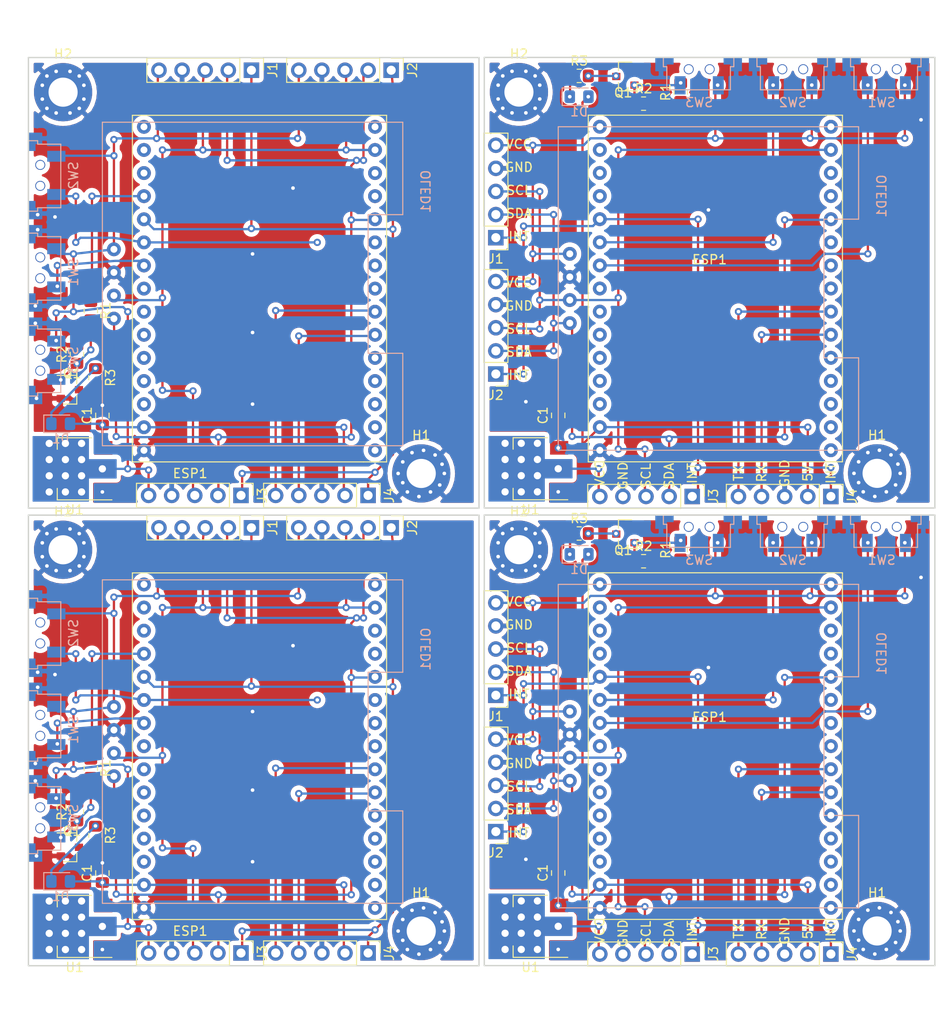
<source format=kicad_pcb>
(kicad_pcb (version 20171130) (host pcbnew "(5.1.8)-1")
  (layers (0 F.Cu signal) (31 B.Cu signal) (34 B.Paste user) (35 F.Paste user) (36 B.SilkS user) (37 F.SilkS user) (38 B.Mask user) (39 F.Mask user) (44 Edge.Cuts user))
  (net 0 "")
  (net 1 VIN)
  (net 2 GND)
  (net 3 "Net-(D1-Pad1)")
  (net 4 GPIO_33)
  (net 5 GPIO_32)
  (net 6 INT)
  (net 7 GPIO_34)
  (net 8 U2_RX)
  (net 9 U2_TX)
  (net 10 SDA)
  (net 11 SCL)
  (net 12 3V3)
  (net 13 "Net-(Q1-Pad1)")
  (net 14 "Net-(Q1-Pad3)")
  (net 15 "Net-(ESP1-Pad20)")
  (net 16 "Net-(ESP1-Pad18)")
  (net 17 "Net-(ESP1-Pad17)")
  (net 18 "Net-(ESP1-Pad16)")
  (net 19 "Net-(ESP1-Pad15)")
  (net 20 "Net-(ESP1-Pad14)")
  (net 21 "Net-(ESP1-Pad8)")
  (net 22 "Net-(ESP1-Pad5)")
  (net 23 "Net-(ESP1-Pad4)")
  (net 24 "Net-(ESP1-Pad3)")
  (net 25 "Net-(ESP1-Pad21)")
  (net 26 "Net-(ESP1-Pad22)")
  (net 27 "Net-(ESP1-Pad24)")
  (net 28 "Net-(ESP1-Pad34)")
  (net 29 "Net-(ESP1-Pad35)")
  (net 30 "Net-(ESP1-Pad38)")
  (net 31 "Net-(ESP1-Pad40)")
  (net 32 "Net-(ESP1-Pad41)")
  (net 33 "Net-(ESP1-Pad9)")
  (net 34 "Net-(ESP1-Pad36)")
  (module MountingHole:MountingHole_3.2mm_M3_Pad (layer F.Cu) (at 131.77 85.595)
    (fp_text reference H2 (at 0 -4.2) (layer F.SilkS))
    (fp_text value MountingHole_Pad)
    (pad 1 thru_hole circle (at 0 0) (size 6.4 6.4) (drill 3.2) (layers *.Cu *.Mask) (net 2 GND))
  )
  (module Resistor_SMD:R_0805_2012Metric_Pad1.20x1.40mm_HandSolder (layer F.Cu) (at 149.55 85.611 90)
    (fp_text reference R1 (at 0 -1.65 90) (layer F.SilkS))
    (fp_text value 470)
    (pad 1 smd roundrect (at -1 0 90) (size 1.2 1.4) (layers F.Cu F.Paste F.Mask) (roundrect_rratio 0.208333) (net 7 GPIO_34))
    (pad 2 smd roundrect (at 1 0 90) (size 1.2 1.4) (layers F.Cu F.Paste F.Mask) (roundrect_rratio 0.208333) (net 13 "Net-(Q1-Pad1)"))
  )
  (module Connector_PinHeader_2.54mm:PinHeader_1x05_P2.54mm_Vertical (layer F.Cu) (at 150.82 130.045 270)
    (fp_text reference J3 (at 0 -2.33 90) (layer F.SilkS))
    (fp_text value Conn_01x05_Female)
    (pad 5 thru_hole oval (at 0 10.16 270) (size 1.7 1.7) (drill 1) (layers *.Cu *.Mask) (net 12 3V3))
    (pad 4 thru_hole oval (at 0 7.62 270) (size 1.7 1.7) (drill 1) (layers *.Cu *.Mask) (net 2 GND))
    (pad 3 thru_hole oval (at 0 5.08 270) (size 1.7 1.7) (drill 1) (layers *.Cu *.Mask) (net 11 SCL))
    (pad 2 thru_hole oval (at 0 2.54 270) (size 1.7 1.7) (drill 1) (layers *.Cu *.Mask) (net 10 SDA))
    (pad 1 thru_hole rect (at 0 0 270) (size 1.7 1.7) (drill 1) (layers *.Cu *.Mask) (net 6 INT))
  )
  (module Package_TO_SOT_SMD:SOT-23 (layer F.Cu) (at 143.47 83.883 180)
    (fp_text reference Q1 (at 0.238 -1.778) (layer F.SilkS))
    (fp_text value 2N7002)
    (pad 3 smd rect (at 1 0 180) (size 0.9 0.8) (layers F.Cu F.Paste F.Mask) (net 14 "Net-(Q1-Pad3)"))
    (pad 2 smd rect (at -1 0.95 180) (size 0.9 0.8) (layers F.Cu F.Paste F.Mask) (net 2 GND))
    (pad 1 smd rect (at -1 -0.95 180) (size 0.9 0.8) (layers F.Cu F.Paste F.Mask) (net 13 "Net-(Q1-Pad1)"))
  )
  (module Resistor_SMD:R_0805_2012Metric_Pad1.20x1.40mm_HandSolder (layer F.Cu) (at 145.47 86.865)
    (fp_text reference R2 (at 0 -1.65) (layer F.SilkS))
    (fp_text value 15k)
    (pad 2 smd roundrect (at 1 0) (size 1.2 1.4) (layers F.Cu F.Paste F.Mask) (roundrect_rratio 0.208333) (net 2 GND))
    (pad 1 smd roundrect (at -1 0) (size 1.2 1.4) (layers F.Cu F.Paste F.Mask) (roundrect_rratio 0.208333) (net 13 "Net-(Q1-Pad1)"))
  )
  (module Resistor_SMD:R_0805_2012Metric_Pad1.20x1.40mm_HandSolder (layer F.Cu) (at 138.39 83.817)
    (fp_text reference R3 (at 0 -1.65 180) (layer F.SilkS))
    (fp_text value 68)
    (pad 2 smd roundrect (at 1 0) (size 1.2 1.4) (layers F.Cu F.Paste F.Mask) (roundrect_rratio 0.208333) (net 14 "Net-(Q1-Pad3)"))
    (pad 1 smd roundrect (at -1 0) (size 1.2 1.4) (layers F.Cu F.Paste F.Mask) (roundrect_rratio 0.208333) (net 3 "Net-(D1-Pad1)"))
  )
  (module Connector_PinHeader_2.54mm:PinHeader_1x05_P2.54mm_Vertical (layer F.Cu) (at 129.23 116.583 180)
    (fp_text reference J2 (at 0 -2.33) (layer F.SilkS))
    (fp_text value Conn_01x05_Female)
    (pad 1 thru_hole rect (at 0 0 180) (size 1.7 1.7) (drill 1) (layers *.Cu *.Mask) (net 6 INT))
    (pad 2 thru_hole oval (at 0 2.54 180) (size 1.7 1.7) (drill 1) (layers *.Cu *.Mask) (net 10 SDA))
    (pad 3 thru_hole oval (at 0 5.08 180) (size 1.7 1.7) (drill 1) (layers *.Cu *.Mask) (net 11 SCL))
    (pad 4 thru_hole oval (at 0 7.62 180) (size 1.7 1.7) (drill 1) (layers *.Cu *.Mask) (net 2 GND))
    (pad 5 thru_hole oval (at 0 10.16 180) (size 1.7 1.7) (drill 1) (layers *.Cu *.Mask) (net 12 3V3))
  )
  (module pcb-v5:ESP32_30_pins (layer F.Cu) (at 140.66 124.965)
    (fp_text reference ESP1 (at 12.065 -20.955) (layer F.SilkS))
    (fp_text value ESP32)
    (pad 36 thru_hole circle (at 25.4 -35.56) (size 1.524 1.524) (drill 0.762) (layers *.Cu *.Mask) (net 34 "Net-(ESP1-Pad36)"))
    (pad 9 thru_hole circle (at 0 -35.56) (size 1.524 1.524) (drill 0.762) (layers *.Cu *.Mask) (net 33 "Net-(ESP1-Pad9)"))
    (pad 39 thru_hole circle (at 25.4 -33.02) (size 1.524 1.524) (drill 0.762) (layers *.Cu *.Mask) (net 11 SCL))
    (pad 41 thru_hole circle (at 25.4 -30.48) (size 1.524 1.524) (drill 0.762) (layers *.Cu *.Mask) (net 32 "Net-(ESP1-Pad41)"))
    (pad 40 thru_hole circle (at 25.4 -27.94) (size 1.524 1.524) (drill 0.762) (layers *.Cu *.Mask) (net 31 "Net-(ESP1-Pad40)"))
    (pad 42 thru_hole circle (at 25.4 -25.4) (size 1.524 1.524) (drill 0.762) (layers *.Cu *.Mask) (net 10 SDA))
    (pad 38 thru_hole circle (at 25.4 -22.86) (size 1.524 1.524) (drill 0.762) (layers *.Cu *.Mask) (net 30 "Net-(ESP1-Pad38)"))
    (pad 35 thru_hole circle (at 25.4 -20.32) (size 1.524 1.524) (drill 0.762) (layers *.Cu *.Mask) (net 29 "Net-(ESP1-Pad35)"))
    (pad 34 thru_hole circle (at 25.4 -17.78) (size 1.524 1.524) (drill 0.762) (layers *.Cu *.Mask) (net 28 "Net-(ESP1-Pad34)"))
    (pad 27 thru_hole circle (at 25.4 -15.24) (size 1.524 1.524) (drill 0.762) (layers *.Cu *.Mask) (net 9 U2_TX))
    (pad 25 thru_hole circle (at 25.4 -12.7) (size 1.524 1.524) (drill 0.762) (layers *.Cu *.Mask) (net 8 U2_RX))
    (pad 24 thru_hole circle (at 25.4 -10.16) (size 1.524 1.524) (drill 0.762) (layers *.Cu *.Mask) (net 27 "Net-(ESP1-Pad24)"))
    (pad 22 thru_hole circle (at 25.4 -7.62) (size 1.524 1.524) (drill 0.762) (layers *.Cu *.Mask) (net 26 "Net-(ESP1-Pad22)"))
    (pad 21 thru_hole circle (at 25.4 -5.08) (size 1.524 1.524) (drill 0.762) (layers *.Cu *.Mask) (net 25 "Net-(ESP1-Pad21)"))
    (pad 3 thru_hole circle (at 25.4 -2.54) (size 1.524 1.524) (drill 0.762) (layers *.Cu *.Mask) (net 24 "Net-(ESP1-Pad3)"))
    (pad 4 thru_hole circle (at 25.4 0) (size 1.524 1.524) (drill 0.762) (layers *.Cu *.Mask) (net 23 "Net-(ESP1-Pad4)"))
    (pad 5 thru_hole circle (at 0 -33.02) (size 1.524 1.524) (drill 0.762) (layers *.Cu *.Mask) (net 22 "Net-(ESP1-Pad5)"))
    (pad 8 thru_hole circle (at 0 -30.48) (size 1.524 1.524) (drill 0.762) (layers *.Cu *.Mask) (net 21 "Net-(ESP1-Pad8)"))
    (pad 10 thru_hole circle (at 0 -27.94) (size 1.524 1.524) (drill 0.762) (layers *.Cu *.Mask) (net 7 GPIO_34))
    (pad 11 thru_hole circle (at 0 -25.4) (size 1.524 1.524) (drill 0.762) (layers *.Cu *.Mask) (net 6 INT))
    (pad 12 thru_hole circle (at 0 -22.86) (size 1.524 1.524) (drill 0.762) (layers *.Cu *.Mask) (net 5 GPIO_32))
    (pad 13 thru_hole circle (at 0 -20.32) (size 1.524 1.524) (drill 0.762) (layers *.Cu *.Mask) (net 4 GPIO_33))
    (pad 14 thru_hole circle (at 0 -17.78) (size 1.524 1.524) (drill 0.762) (layers *.Cu *.Mask) (net 20 "Net-(ESP1-Pad14)"))
    (pad 15 thru_hole circle (at 0 -15.24) (size 1.524 1.524) (drill 0.762) (layers *.Cu *.Mask) (net 19 "Net-(ESP1-Pad15)"))
    (pad 16 thru_hole circle (at 0 -12.7) (size 1.524 1.524) (drill 0.762) (layers *.Cu *.Mask) (net 18 "Net-(ESP1-Pad16)"))
    (pad 17 thru_hole circle (at 0 -10.16) (size 1.524 1.524) (drill 0.762) (layers *.Cu *.Mask) (net 17 "Net-(ESP1-Pad17)"))
    (pad 18 thru_hole circle (at 0 -7.62) (size 1.524 1.524) (drill 0.762) (layers *.Cu *.Mask) (net 16 "Net-(ESP1-Pad18)"))
    (pad 20 thru_hole circle (at 0 -5.08) (size 1.524 1.524) (drill 0.762) (layers *.Cu *.Mask) (net 15 "Net-(ESP1-Pad20)"))
    (pad 2 thru_hole circle (at 0 -2.54) (size 1.524 1.524) (drill 0.762) (layers *.Cu *.Mask) (net 1 VIN))
    (pad 1 thru_hole circle (at 0 0) (size 1.524 1.524) (drill 0.762) (layers *.Cu *.Mask) (net 2 GND))
  )
  (module pcb-v5:G71Y_µsw_smd (layer B.Cu) (at 172.029 81.785 180)
    (fp_text reference SW1 (at 0.381 -4.953) (layer B.SilkS) (effects (justify mirror)))
    (fp_text value G71Y)
    (pad 3 smd rect (at -3.81 -0.381 180) (size 2 0.8) (layers B.Cu B.Paste B.Mask) (net 2 GND))
    (pad 3 smd rect (at -4.191 -0.762 180) (size 1.27 1.524) (layers B.Cu B.Paste B.Mask) (net 2 GND))
    (pad 3 smd rect (at 3.683 -0.381 180) (size 2 0.8) (layers B.Cu B.Paste B.Mask) (net 2 GND))
    (pad 3 smd rect (at 4.064 -0.762 180) (size 1.27 1.524) (layers B.Cu B.Paste B.Mask) (net 2 GND))
    (pad 1 smd rect (at -2.227 -2.667 180) (size 1.2 2) (drill (offset 0 -0.4)) (layers B.Cu B.Paste B.Mask) (net 12 3V3))
    (pad 2 smd rect (at 1.973 -2.667 180) (size 1.2 2) (drill (offset 0 -0.4)) (layers B.Cu B.Paste B.Mask) (net 4 GPIO_33))
    (pad "" np_thru_hole circle (at -1.277 -1.3 180) (size 1.1 1.1) (drill 0.9) (layers *.Cu *.Mask))
    (pad "" np_thru_hole circle (at 1.023 -1.3 180) (size 1.1 1.1) (drill 0.9) (layers *.Cu *.Mask))
  )
  (module pcb-v5:G71Y_µsw_smd (layer B.Cu) (at 151.455 81.785 180)
    (fp_text reference SW3 (at -0.127 -4.953) (layer B.SilkS) (effects (justify mirror)))
    (fp_text value G71Y)
    (pad 3 smd rect (at -3.81 -0.381 180) (size 2 0.8) (layers B.Cu B.Paste B.Mask) (net 2 GND))
    (pad 3 smd rect (at -4.191 -0.762 180) (size 1.27 1.524) (layers B.Cu B.Paste B.Mask) (net 2 GND))
    (pad 3 smd rect (at 3.683 -0.381 180) (size 2 0.8) (layers B.Cu B.Paste B.Mask) (net 2 GND))
    (pad 3 smd rect (at 4.064 -0.762 180) (size 1.27 1.524) (layers B.Cu B.Paste B.Mask) (net 2 GND))
    (pad 1 smd rect (at -2.227 -2.667 180) (size 1.2 2) (drill (offset 0 -0.4)) (layers B.Cu B.Paste B.Mask) (net 12 3V3))
    (pad 2 smd rect (at 1.973 -2.667 180) (size 1.2 2) (drill (offset 0 -0.4)) (layers B.Cu B.Paste B.Mask) (net 13 "Net-(Q1-Pad1)"))
    (pad "" np_thru_hole circle (at -1.277 -1.3 180) (size 1.1 1.1) (drill 0.9) (layers *.Cu *.Mask))
    (pad "" np_thru_hole circle (at 1.023 -1.3 180) (size 1.1 1.1) (drill 0.9) (layers *.Cu *.Mask))
  )
  (module Connector_PinHeader_2.54mm:PinHeader_1x05_P2.54mm_Vertical (layer F.Cu) (at 166.06 130.045 270)
    (fp_text reference J4 (at 0 -2.33 90) (layer F.SilkS))
    (fp_text value Conn_01x05_Male)
    (pad 1 thru_hole rect (at 0 0 270) (size 1.7 1.7) (drill 1) (layers *.Cu *.Mask) (net 6 INT))
    (pad 2 thru_hole oval (at 0 2.54 270) (size 1.7 1.7) (drill 1) (layers *.Cu *.Mask) (net 1 VIN))
    (pad 3 thru_hole oval (at 0 5.08 270) (size 1.7 1.7) (drill 1) (layers *.Cu *.Mask) (net 2 GND))
    (pad 4 thru_hole oval (at 0 7.62 270) (size 1.7 1.7) (drill 1) (layers *.Cu *.Mask) (net 8 U2_RX))
    (pad 5 thru_hole oval (at 0 10.16 270) (size 1.7 1.7) (drill 1) (layers *.Cu *.Mask) (net 9 U2_TX))
  )
  (module Capacitor_SMD:C_0805_2012Metric_Pad1.18x1.45mm_HandSolder (layer F.Cu) (at 136.088 121.1335 90)
    (fp_text reference C1 (at 0 -1.68 90) (layer F.SilkS))
    (fp_text value 10µF)
    (pad 2 smd roundrect (at 1.0375 0 90) (size 1.175 1.45) (layers F.Cu F.Paste F.Mask) (roundrect_rratio 0.212766) (net 2 GND))
    (pad 1 smd roundrect (at -1.0375 0 90) (size 1.175 1.45) (layers F.Cu F.Paste F.Mask) (roundrect_rratio 0.212766) (net 1 VIN))
  )
  (module pcb-v5:OLED_1.3 (layer B.Cu) (at 169.108 89.405 270)
    (fp_text reference OLED1 (at 7.62 -2.54 270) (layer B.SilkS) (effects (justify mirror)))
    (fp_text value OLED_1.3")
    (pad 4 thru_hole circle (at 21.59 31.75 270) (size 1.524 1.524) (drill 0.762) (layers *.Cu *.Mask) (net 10 SDA))
    (pad 3 thru_hole circle (at 19.05 31.75 270) (size 1.524 1.524) (drill 0.762) (layers *.Cu *.Mask) (net 11 SCL))
    (pad 2 thru_hole circle (at 16.51 31.75 270) (size 1.524 1.524) (drill 0.762) (layers *.Cu *.Mask) (net 2 GND))
    (pad 1 thru_hole circle (at 13.97 31.75 270) (size 1.524 1.524) (drill 0.762) (layers *.Cu *.Mask) (net 12 3V3))
  )
  (module Connector_PinHeader_2.54mm:PinHeader_1x05_P2.54mm_Vertical (layer F.Cu) (at 129.23 101.597 180)
    (fp_text reference J1 (at 0 -2.33) (layer F.SilkS))
    (fp_text value Conn_01x05_Female)
    (pad 1 thru_hole rect (at 0 0 180) (size 1.7 1.7) (drill 1) (layers *.Cu *.Mask) (net 6 INT))
    (pad 2 thru_hole oval (at 0 2.54 180) (size 1.7 1.7) (drill 1) (layers *.Cu *.Mask) (net 10 SDA))
    (pad 3 thru_hole oval (at 0 5.08 180) (size 1.7 1.7) (drill 1) (layers *.Cu *.Mask) (net 11 SCL))
    (pad 4 thru_hole oval (at 0 7.62 180) (size 1.7 1.7) (drill 1) (layers *.Cu *.Mask) (net 2 GND))
    (pad 5 thru_hole oval (at 0 10.16 180) (size 1.7 1.7) (drill 1) (layers *.Cu *.Mask) (net 12 3V3))
  )
  (module MountingHole:MountingHole_3.2mm_M3_Pad (layer F.Cu) (at 171.14 127.505)
    (fp_text reference H1 (at 0 -4.2) (layer F.SilkS))
    (fp_text value MountingHole_Pad)
    (pad 1 thru_hole circle (at 0 0) (size 6.4 6.4) (drill 3.2) (layers *.Cu *.Mask) (net 2 GND))
  )
  (module LED_SMD:LED_0805_2012Metric_Pad1.15x1.40mm_HandSolder (layer B.Cu) (at 138.383 86.103)
    (fp_text reference D1 (at 0 1.65 180) (layer B.SilkS) (effects (justify mirror)))
    (fp_text value LED)
    (pad 2 smd roundrect (at 1.025 0) (size 1.15 1.4) (layers B.Cu B.Paste B.Mask) (roundrect_rratio 0.217391) (net 1 VIN))
    (pad 1 smd roundrect (at -1.025 0) (size 1.15 1.4) (layers B.Cu B.Paste B.Mask) (roundrect_rratio 0.217391) (net 3 "Net-(D1-Pad1)"))
  )
  (module pcb-v5:G71Y_µsw_smd (layer B.Cu) (at 161.742 81.785 180)
    (fp_text reference SW2 (at -0.127 -4.953) (layer B.SilkS) (effects (justify mirror)))
    (fp_text value G71Y)
    (pad 3 smd rect (at -3.81 -0.381 180) (size 2 0.8) (layers B.Cu B.Paste B.Mask) (net 2 GND))
    (pad 3 smd rect (at -4.191 -0.762 180) (size 1.27 1.524) (layers B.Cu B.Paste B.Mask) (net 2 GND))
    (pad 3 smd rect (at 3.683 -0.381 180) (size 2 0.8) (layers B.Cu B.Paste B.Mask) (net 2 GND))
    (pad 3 smd rect (at 4.064 -0.762 180) (size 1.27 1.524) (layers B.Cu B.Paste B.Mask) (net 2 GND))
    (pad 1 smd rect (at -2.227 -2.667 180) (size 1.2 2) (drill (offset 0 -0.4)) (layers B.Cu B.Paste B.Mask) (net 12 3V3))
    (pad 2 smd rect (at 1.973 -2.667 180) (size 1.2 2) (drill (offset 0 -0.4)) (layers B.Cu B.Paste B.Mask) (net 5 GPIO_32))
    (pad "" np_thru_hole circle (at -1.277 -1.3 180) (size 1.1 1.1) (drill 0.9) (layers *.Cu *.Mask))
    (pad "" np_thru_hole circle (at 1.023 -1.3 180) (size 1.1 1.1) (drill 0.9) (layers *.Cu *.Mask))
  )
  (module Package_TO_SOT_SMD:SOT-223-3_TabPin2 (layer F.Cu) (at 133.04 126.997 180)
    (fp_text reference U1 (at 0 -4.5) (layer F.SilkS))
    (fp_text value AMS1117-3.3)
    (pad 1 smd rect (at -3.15 -2.3 180) (size 2 1.5) (layers F.Cu F.Paste F.Mask) (net 2 GND))
    (pad 3 smd rect (at -3.15 2.3 180) (size 2 1.5) (layers F.Cu F.Paste F.Mask) (net 1 VIN))
    (pad 2 smd rect (at -3.15 0 180) (size 2 1.5) (layers F.Cu F.Paste F.Mask) (net 12 3V3))
    (pad 2 smd rect (at 3.15 0 180) (size 2 3.8) (layers F.Cu F.Paste F.Mask) (net 12 3V3))
  )
  (module pcb-v5:G71Y_µsw_smd (layer B.Cu) (at 77.851 115.197 270)
    (fp_text reference SW3 (at -0.127 -4.953 90) (layer B.SilkS) (effects (justify mirror)))
    (fp_text value G71Y)
    (pad 3 smd rect (at -3.81 -0.381 270) (size 2 0.8) (layers B.Cu B.Paste B.Mask) (net 2 GND))
    (pad 3 smd rect (at -4.191 -0.762 270) (size 1.27 1.524) (layers B.Cu B.Paste B.Mask) (net 2 GND))
    (pad 3 smd rect (at 3.683 -0.381 270) (size 2 0.8) (layers B.Cu B.Paste B.Mask) (net 2 GND))
    (pad 3 smd rect (at 4.064 -0.762 270) (size 1.27 1.524) (layers B.Cu B.Paste B.Mask) (net 2 GND))
    (pad 1 smd rect (at -2.227 -2.667 270) (size 1.2 2) (drill (offset 0 -0.4)) (layers B.Cu B.Paste B.Mask) (net 12 3V3))
    (pad 2 smd rect (at 1.973 -2.667 270) (size 1.2 2) (drill (offset 0 -0.4)) (layers B.Cu B.Paste B.Mask) (net 13 "Net-(Q1-Pad1)"))
    (pad "" np_thru_hole circle (at -1.277 -1.3 270) (size 1.1 1.1) (drill 0.9) (layers *.Cu *.Mask))
    (pad "" np_thru_hole circle (at 1.023 -1.3 270) (size 1.1 1.1) (drill 0.9) (layers *.Cu *.Mask))
  )
  (module Connector_PinHeader_2.54mm:PinHeader_1x05_P2.54mm_Vertical (layer F.Cu) (at 117.729 83.193 270)
    (fp_text reference J2 (at 0 -2.33 90) (layer F.SilkS))
    (fp_text value Conn_01x05_Female)
    (pad 1 thru_hole rect (at 0 0 270) (size 1.7 1.7) (drill 1) (layers *.Cu *.Mask) (net 6 INT))
    (pad 2 thru_hole oval (at 0 2.54 270) (size 1.7 1.7) (drill 1) (layers *.Cu *.Mask) (net 10 SDA))
    (pad 3 thru_hole oval (at 0 5.08 270) (size 1.7 1.7) (drill 1) (layers *.Cu *.Mask) (net 11 SCL))
    (pad 4 thru_hole oval (at 0 7.62 270) (size 1.7 1.7) (drill 1) (layers *.Cu *.Mask) (net 2 GND))
    (pad 5 thru_hole oval (at 0 10.16 270) (size 1.7 1.7) (drill 1) (layers *.Cu *.Mask) (net 12 3V3))
  )
  (module Connector_PinHeader_2.54mm:PinHeader_1x05_P2.54mm_Vertical (layer F.Cu) (at 102.362 83.193 270)
    (fp_text reference J1 (at 0 -2.33 90) (layer F.SilkS))
    (fp_text value Conn_01x05_Female)
    (pad 1 thru_hole rect (at 0 0 270) (size 1.7 1.7) (drill 1) (layers *.Cu *.Mask) (net 6 INT))
    (pad 2 thru_hole oval (at 0 2.54 270) (size 1.7 1.7) (drill 1) (layers *.Cu *.Mask) (net 10 SDA))
    (pad 3 thru_hole oval (at 0 5.08 270) (size 1.7 1.7) (drill 1) (layers *.Cu *.Mask) (net 11 SCL))
    (pad 4 thru_hole oval (at 0 7.62 270) (size 1.7 1.7) (drill 1) (layers *.Cu *.Mask) (net 2 GND))
    (pad 5 thru_hole oval (at 0 10.16 270) (size 1.7 1.7) (drill 1) (layers *.Cu *.Mask) (net 12 3V3))
  )
  (module Connector_PinHeader_2.54mm:PinHeader_1x05_P2.54mm_Vertical (layer F.Cu) (at 115.189 129.929 270)
    (fp_text reference J4 (at 0 -2.33 90) (layer F.SilkS))
    (fp_text value Conn_01x05_Male)
    (pad 1 thru_hole rect (at 0 0 270) (size 1.7 1.7) (drill 1) (layers *.Cu *.Mask) (net 6 INT))
    (pad 2 thru_hole oval (at 0 2.54 270) (size 1.7 1.7) (drill 1) (layers *.Cu *.Mask) (net 1 VIN))
    (pad 3 thru_hole oval (at 0 5.08 270) (size 1.7 1.7) (drill 1) (layers *.Cu *.Mask) (net 2 GND))
    (pad 4 thru_hole oval (at 0 7.62 270) (size 1.7 1.7) (drill 1) (layers *.Cu *.Mask) (net 8 U2_RX))
    (pad 5 thru_hole oval (at 0 10.16 270) (size 1.7 1.7) (drill 1) (layers *.Cu *.Mask) (net 9 U2_TX))
  )
  (module Package_TO_SOT_SMD:SOT-223-3_TabPin2 (layer F.Cu) (at 82.931 127.008 180)
    (fp_text reference U1 (at 0 -4.5) (layer F.SilkS))
    (fp_text value AMS1117-3.3)
    (pad 1 smd rect (at -3.15 -2.3 180) (size 2 1.5) (layers F.Cu F.Paste F.Mask) (net 2 GND))
    (pad 3 smd rect (at -3.15 2.3 180) (size 2 1.5) (layers F.Cu F.Paste F.Mask) (net 1 VIN))
    (pad 2 smd rect (at -3.15 0 180) (size 2 1.5) (layers F.Cu F.Paste F.Mask) (net 12 3V3))
    (pad 2 smd rect (at 3.15 0 180) (size 2 3.8) (layers F.Cu F.Paste F.Mask) (net 12 3V3))
  )
  (module pcb-v5:G71Y_µsw_smd (layer B.Cu) (at 77.851 105.037 270)
    (fp_text reference SW1 (at 0.381 -4.953 90) (layer B.SilkS) (effects (justify mirror)))
    (fp_text value G71Y)
    (pad 3 smd rect (at -3.81 -0.381 270) (size 2 0.8) (layers B.Cu B.Paste B.Mask) (net 2 GND))
    (pad 3 smd rect (at -4.191 -0.762 270) (size 1.27 1.524) (layers B.Cu B.Paste B.Mask) (net 2 GND))
    (pad 3 smd rect (at 3.683 -0.381 270) (size 2 0.8) (layers B.Cu B.Paste B.Mask) (net 2 GND))
    (pad 3 smd rect (at 4.064 -0.762 270) (size 1.27 1.524) (layers B.Cu B.Paste B.Mask) (net 2 GND))
    (pad 1 smd rect (at -2.227 -2.667 270) (size 1.2 2) (drill (offset 0 -0.4)) (layers B.Cu B.Paste B.Mask) (net 12 3V3))
    (pad 2 smd rect (at 1.973 -2.667 270) (size 1.2 2) (drill (offset 0 -0.4)) (layers B.Cu B.Paste B.Mask) (net 4 GPIO_33))
    (pad "" np_thru_hole circle (at -1.277 -1.3 270) (size 1.1 1.1) (drill 0.9) (layers *.Cu *.Mask))
    (pad "" np_thru_hole circle (at 1.023 -1.3 270) (size 1.1 1.1) (drill 0.9) (layers *.Cu *.Mask))
  )
  (module pcb-v5:G71Y_µsw_smd (layer B.Cu) (at 77.851 94.877 270)
    (fp_text reference SW2 (at -0.127 -4.953 90) (layer B.SilkS) (effects (justify mirror)))
    (fp_text value G71Y)
    (pad 3 smd rect (at -3.81 -0.381 270) (size 2 0.8) (layers B.Cu B.Paste B.Mask) (net 2 GND))
    (pad 3 smd rect (at -4.191 -0.762 270) (size 1.27 1.524) (layers B.Cu B.Paste B.Mask) (net 2 GND))
    (pad 3 smd rect (at 3.683 -0.381 270) (size 2 0.8) (layers B.Cu B.Paste B.Mask) (net 2 GND))
    (pad 3 smd rect (at 4.064 -0.762 270) (size 1.27 1.524) (layers B.Cu B.Paste B.Mask) (net 2 GND))
    (pad 1 smd rect (at -2.227 -2.667 270) (size 1.2 2) (drill (offset 0 -0.4)) (layers B.Cu B.Paste B.Mask) (net 12 3V3))
    (pad 2 smd rect (at 1.973 -2.667 270) (size 1.2 2) (drill (offset 0 -0.4)) (layers B.Cu B.Paste B.Mask) (net 5 GPIO_32))
    (pad "" np_thru_hole circle (at -1.277 -1.3 270) (size 1.1 1.1) (drill 0.9) (layers *.Cu *.Mask))
    (pad "" np_thru_hole circle (at 1.023 -1.3 270) (size 1.1 1.1) (drill 0.9) (layers *.Cu *.Mask))
  )
  (module LED_SMD:LED_0805_2012Metric_Pad1.15x1.40mm_HandSolder (layer B.Cu) (at 81.398 122.055)
    (fp_text reference D1 (at 0 1.65 180) (layer B.SilkS) (effects (justify mirror)))
    (fp_text value LED)
    (pad 2 smd roundrect (at 1.025 0) (size 1.15 1.4) (layers B.Cu B.Paste B.Mask) (roundrect_rratio 0.217391) (net 1 VIN))
    (pad 1 smd roundrect (at -1.025 0) (size 1.15 1.4) (layers B.Cu B.Paste B.Mask) (roundrect_rratio 0.217391) (net 3 "Net-(D1-Pad1)"))
  )
  (module Resistor_SMD:R_0805_2012Metric_Pad1.20x1.40mm_HandSolder (layer F.Cu) (at 85.217 116.991 270)
    (fp_text reference R3 (at 0 -1.65 270) (layer F.SilkS))
    (fp_text value 68)
    (pad 2 smd roundrect (at 1 0 270) (size 1.2 1.4) (layers F.Cu F.Paste F.Mask) (roundrect_rratio 0.208333) (net 14 "Net-(Q1-Pad3)"))
    (pad 1 smd roundrect (at -1 0 270) (size 1.2 1.4) (layers F.Cu F.Paste F.Mask) (roundrect_rratio 0.208333) (net 3 "Net-(D1-Pad1)"))
  )
  (module Resistor_SMD:R_0805_2012Metric_Pad1.20x1.40mm_HandSolder (layer F.Cu) (at 83.185 114.419 90)
    (fp_text reference R2 (at 0 -1.65 90) (layer F.SilkS))
    (fp_text value 15k)
    (pad 2 smd roundrect (at 1 0 90) (size 1.2 1.4) (layers F.Cu F.Paste F.Mask) (roundrect_rratio 0.208333) (net 2 GND))
    (pad 1 smd roundrect (at -1 0 90) (size 1.2 1.4) (layers F.Cu F.Paste F.Mask) (roundrect_rratio 0.208333) (net 13 "Net-(Q1-Pad1)"))
  )
  (module pcb-v5:OLED_1.3 (layer B.Cu) (at 118.999 88.908 270)
    (fp_text reference OLED1 (at 7.62 -2.54 270) (layer B.SilkS) (effects (justify mirror)))
    (fp_text value OLED_1.3")
    (pad 4 thru_hole circle (at 21.59 31.75 270) (size 1.524 1.524) (drill 0.762) (layers *.Cu *.Mask) (net 10 SDA))
    (pad 3 thru_hole circle (at 19.05 31.75 270) (size 1.524 1.524) (drill 0.762) (layers *.Cu *.Mask) (net 11 SCL))
    (pad 2 thru_hole circle (at 16.51 31.75 270) (size 1.524 1.524) (drill 0.762) (layers *.Cu *.Mask) (net 2 GND))
    (pad 1 thru_hole circle (at 13.97 31.75 270) (size 1.524 1.524) (drill 0.762) (layers *.Cu *.Mask) (net 12 3V3))
  )
  (module MountingHole:MountingHole_3.2mm_M3_Pad (layer F.Cu) (at 121.031 127.516)
    (fp_text reference H1 (at 0 -4.2) (layer F.SilkS))
    (fp_text value MountingHole_Pad)
    (pad 1 thru_hole circle (at 0 0) (size 6.4 6.4) (drill 3.2) (layers *.Cu *.Mask) (net 2 GND))
  )
  (module pcb-v5:ESP32_30_pins (layer F.Cu) (at 90.551 124.976)
    (fp_text reference ESP1 (at 5.08 2.54) (layer F.SilkS))
    (fp_text value ESP32)
    (pad 36 thru_hole circle (at 25.4 -35.56) (size 1.524 1.524) (drill 0.762) (layers *.Cu *.Mask) (net 34 "Net-(ESP1-Pad36)"))
    (pad 9 thru_hole circle (at 0 -35.56) (size 1.524 1.524) (drill 0.762) (layers *.Cu *.Mask) (net 33 "Net-(ESP1-Pad9)"))
    (pad 39 thru_hole circle (at 25.4 -33.02) (size 1.524 1.524) (drill 0.762) (layers *.Cu *.Mask) (net 11 SCL))
    (pad 41 thru_hole circle (at 25.4 -30.48) (size 1.524 1.524) (drill 0.762) (layers *.Cu *.Mask) (net 32 "Net-(ESP1-Pad41)"))
    (pad 40 thru_hole circle (at 25.4 -27.94) (size 1.524 1.524) (drill 0.762) (layers *.Cu *.Mask) (net 31 "Net-(ESP1-Pad40)"))
    (pad 42 thru_hole circle (at 25.4 -25.4) (size 1.524 1.524) (drill 0.762) (layers *.Cu *.Mask) (net 10 SDA))
    (pad 38 thru_hole circle (at 25.4 -22.86) (size 1.524 1.524) (drill 0.762) (layers *.Cu *.Mask) (net 30 "Net-(ESP1-Pad38)"))
    (pad 35 thru_hole circle (at 25.4 -20.32) (size 1.524 1.524) (drill 0.762) (layers *.Cu *.Mask) (net 29 "Net-(ESP1-Pad35)"))
    (pad 34 thru_hole circle (at 25.4 -17.78) (size 1.524 1.524) (drill 0.762) (layers *.Cu *.Mask) (net 28 "Net-(ESP1-Pad34)"))
    (pad 27 thru_hole circle (at 25.4 -15.24) (size 1.524 1.524) (drill 0.762) (layers *.Cu *.Mask) (net 9 U2_TX))
    (pad 25 thru_hole circle (at 25.4 -12.7) (size 1.524 1.524) (drill 0.762) (layers *.Cu *.Mask) (net 8 U2_RX))
    (pad 24 thru_hole circle (at 25.4 -10.16) (size 1.524 1.524) (drill 0.762) (layers *.Cu *.Mask) (net 27 "Net-(ESP1-Pad24)"))
    (pad 22 thru_hole circle (at 25.4 -7.62) (size 1.524 1.524) (drill 0.762) (layers *.Cu *.Mask) (net 26 "Net-(ESP1-Pad22)"))
    (pad 21 thru_hole circle (at 25.4 -5.08) (size 1.524 1.524) (drill 0.762) (layers *.Cu *.Mask) (net 25 "Net-(ESP1-Pad21)"))
    (pad 3 thru_hole circle (at 25.4 -2.54) (size 1.524 1.524) (drill 0.762) (layers *.Cu *.Mask) (net 24 "Net-(ESP1-Pad3)"))
    (pad 4 thru_hole circle (at 25.4 0) (size 1.524 1.524) (drill 0.762) (layers *.Cu *.Mask) (net 23 "Net-(ESP1-Pad4)"))
    (pad 5 thru_hole circle (at 0 -33.02) (size 1.524 1.524) (drill 0.762) (layers *.Cu *.Mask) (net 22 "Net-(ESP1-Pad5)"))
    (pad 8 thru_hole circle (at 0 -30.48) (size 1.524 1.524) (drill 0.762) (layers *.Cu *.Mask) (net 21 "Net-(ESP1-Pad8)"))
    (pad 10 thru_hole circle (at 0 -27.94) (size 1.524 1.524) (drill 0.762) (layers *.Cu *.Mask) (net 7 GPIO_34))
    (pad 11 thru_hole circle (at 0 -25.4) (size 1.524 1.524) (drill 0.762) (layers *.Cu *.Mask) (net 6 INT))
    (pad 12 thru_hole circle (at 0 -22.86) (size 1.524 1.524) (drill 0.762) (layers *.Cu *.Mask) (net 5 GPIO_32))
    (pad 13 thru_hole circle (at 0 -20.32) (size 1.524 1.524) (drill 0.762) (layers *.Cu *.Mask) (net 4 GPIO_33))
    (pad 14 thru_hole circle (at 0 -17.78) (size 1.524 1.524) (drill 0.762) (layers *.Cu *.Mask) (net 20 "Net-(ESP1-Pad14)"))
    (pad 15 thru_hole circle (at 0 -15.24) (size 1.524 1.524) (drill 0.762) (layers *.Cu *.Mask) (net 19 "Net-(ESP1-Pad15)"))
    (pad 16 thru_hole circle (at 0 -12.7) (size 1.524 1.524) (drill 0.762) (layers *.Cu *.Mask) (net 18 "Net-(ESP1-Pad16)"))
    (pad 17 thru_hole circle (at 0 -10.16) (size 1.524 1.524) (drill 0.762) (layers *.Cu *.Mask) (net 17 "Net-(ESP1-Pad17)"))
    (pad 18 thru_hole circle (at 0 -7.62) (size 1.524 1.524) (drill 0.762) (layers *.Cu *.Mask) (net 16 "Net-(ESP1-Pad18)"))
    (pad 20 thru_hole circle (at 0 -5.08) (size 1.524 1.524) (drill 0.762) (layers *.Cu *.Mask) (net 15 "Net-(ESP1-Pad20)"))
    (pad 2 thru_hole circle (at 0 -2.54) (size 1.524 1.524) (drill 0.762) (layers *.Cu *.Mask) (net 1 VIN))
    (pad 1 thru_hole circle (at 0 0) (size 1.524 1.524) (drill 0.762) (layers *.Cu *.Mask) (net 2 GND))
  )
  (module Capacitor_SMD:C_0805_2012Metric_Pad1.18x1.45mm_HandSolder (layer F.Cu) (at 85.979 121.1445 90)
    (fp_text reference C1 (at 0 -1.68 90) (layer F.SilkS))
    (fp_text value 10µF)
    (pad 2 smd roundrect (at 1.0375 0 90) (size 1.175 1.45) (layers F.Cu F.Paste F.Mask) (roundrect_rratio 0.212766) (net 2 GND))
    (pad 1 smd roundrect (at -1.0375 0 90) (size 1.175 1.45) (layers F.Cu F.Paste F.Mask) (roundrect_rratio 0.212766) (net 1 VIN))
  )
  (module Resistor_SMD:R_0805_2012Metric_Pad1.20x1.40mm_HandSolder (layer F.Cu) (at 84.709 109.625 270)
    (fp_text reference R1 (at 0 -1.65 90) (layer F.SilkS))
    (fp_text value 470)
    (pad 1 smd roundrect (at -1 0 270) (size 1.2 1.4) (layers F.Cu F.Paste F.Mask) (roundrect_rratio 0.208333) (net 7 GPIO_34))
    (pad 2 smd roundrect (at 1 0 270) (size 1.2 1.4) (layers F.Cu F.Paste F.Mask) (roundrect_rratio 0.208333) (net 13 "Net-(Q1-Pad1)"))
  )
  (module Package_TO_SOT_SMD:SOT-23 (layer F.Cu) (at 82.407 118.311)
    (fp_text reference Q1 (at 0.238 -1.778) (layer F.SilkS))
    (fp_text value 2N7002)
    (pad 3 smd rect (at 1 0) (size 0.9 0.8) (layers F.Cu F.Paste F.Mask) (net 14 "Net-(Q1-Pad3)"))
    (pad 2 smd rect (at -1 0.95) (size 0.9 0.8) (layers F.Cu F.Paste F.Mask) (net 2 GND))
    (pad 1 smd rect (at -1 -0.95) (size 0.9 0.8) (layers F.Cu F.Paste F.Mask) (net 13 "Net-(Q1-Pad1)"))
  )
  (module Connector_PinHeader_2.54mm:PinHeader_1x05_P2.54mm_Vertical (layer F.Cu) (at 101.219 129.929 270)
    (fp_text reference J3 (at 0 -2.33 90) (layer F.SilkS))
    (fp_text value Conn_01x05_Female)
    (pad 5 thru_hole oval (at 0 10.16 270) (size 1.7 1.7) (drill 1) (layers *.Cu *.Mask) (net 12 3V3))
    (pad 4 thru_hole oval (at 0 7.62 270) (size 1.7 1.7) (drill 1) (layers *.Cu *.Mask) (net 2 GND))
    (pad 3 thru_hole oval (at 0 5.08 270) (size 1.7 1.7) (drill 1) (layers *.Cu *.Mask) (net 11 SCL))
    (pad 2 thru_hole oval (at 0 2.54 270) (size 1.7 1.7) (drill 1) (layers *.Cu *.Mask) (net 10 SDA))
    (pad 1 thru_hole rect (at 0 0 270) (size 1.7 1.7) (drill 1) (layers *.Cu *.Mask) (net 6 INT))
  )
  (module MountingHole:MountingHole_3.2mm_M3_Pad (layer F.Cu) (at 81.661 85.606)
    (fp_text reference H2 (at 0 -4.2) (layer F.SilkS))
    (fp_text value MountingHole_Pad)
    (pad 1 thru_hole circle (at 0 0) (size 6.4 6.4) (drill 3.2) (layers *.Cu *.Mask) (net 2 GND))
  )
  (module Connector_PinHeader_2.54mm:PinHeader_1x05_P2.54mm_Vertical (layer F.Cu) (at 117.729 32.893 270)
    (fp_text reference J2 (at 0 -2.33 90) (layer F.SilkS))
    (fp_text value Conn_01x05_Female)
    (pad 5 thru_hole oval (at 0 10.16 270) (size 1.7 1.7) (drill 1) (layers *.Cu *.Mask) (net 12 3V3))
    (pad 4 thru_hole oval (at 0 7.62 270) (size 1.7 1.7) (drill 1) (layers *.Cu *.Mask) (net 2 GND))
    (pad 3 thru_hole oval (at 0 5.08 270) (size 1.7 1.7) (drill 1) (layers *.Cu *.Mask) (net 11 SCL))
    (pad 2 thru_hole oval (at 0 2.54 270) (size 1.7 1.7) (drill 1) (layers *.Cu *.Mask) (net 10 SDA))
    (pad 1 thru_hole rect (at 0 0 270) (size 1.7 1.7) (drill 1) (layers *.Cu *.Mask) (net 6 INT))
  )
  (module Package_TO_SOT_SMD:SOT-223-3_TabPin2 (layer F.Cu) (at 82.931 76.708 180)
    (fp_text reference U1 (at 0 -4.5) (layer F.SilkS))
    (fp_text value AMS1117-3.3)
    (pad 2 smd rect (at 3.15 0 180) (size 2 3.8) (layers F.Cu F.Paste F.Mask) (net 12 3V3))
    (pad 2 smd rect (at -3.15 0 180) (size 2 1.5) (layers F.Cu F.Paste F.Mask) (net 12 3V3))
    (pad 3 smd rect (at -3.15 2.3 180) (size 2 1.5) (layers F.Cu F.Paste F.Mask) (net 1 VIN))
    (pad 1 smd rect (at -3.15 -2.3 180) (size 2 1.5) (layers F.Cu F.Paste F.Mask) (net 2 GND))
  )
  (module Connector_PinHeader_2.54mm:PinHeader_1x05_P2.54mm_Vertical (layer F.Cu) (at 115.189 79.629 270)
    (fp_text reference J4 (at 0 -2.33 90) (layer F.SilkS))
    (fp_text value Conn_01x05_Male)
    (pad 5 thru_hole oval (at 0 10.16 270) (size 1.7 1.7) (drill 1) (layers *.Cu *.Mask) (net 9 U2_TX))
    (pad 4 thru_hole oval (at 0 7.62 270) (size 1.7 1.7) (drill 1) (layers *.Cu *.Mask) (net 8 U2_RX))
    (pad 3 thru_hole oval (at 0 5.08 270) (size 1.7 1.7) (drill 1) (layers *.Cu *.Mask) (net 2 GND))
    (pad 2 thru_hole oval (at 0 2.54 270) (size 1.7 1.7) (drill 1) (layers *.Cu *.Mask) (net 1 VIN))
    (pad 1 thru_hole rect (at 0 0 270) (size 1.7 1.7) (drill 1) (layers *.Cu *.Mask) (net 6 INT))
  )
  (module Connector_PinHeader_2.54mm:PinHeader_1x05_P2.54mm_Vertical (layer F.Cu) (at 102.362 32.893 270)
    (fp_text reference J1 (at 0 -2.33 90) (layer F.SilkS))
    (fp_text value Conn_01x05_Female)
    (pad 5 thru_hole oval (at 0 10.16 270) (size 1.7 1.7) (drill 1) (layers *.Cu *.Mask) (net 12 3V3))
    (pad 4 thru_hole oval (at 0 7.62 270) (size 1.7 1.7) (drill 1) (layers *.Cu *.Mask) (net 2 GND))
    (pad 3 thru_hole oval (at 0 5.08 270) (size 1.7 1.7) (drill 1) (layers *.Cu *.Mask) (net 11 SCL))
    (pad 2 thru_hole oval (at 0 2.54 270) (size 1.7 1.7) (drill 1) (layers *.Cu *.Mask) (net 10 SDA))
    (pad 1 thru_hole rect (at 0 0 270) (size 1.7 1.7) (drill 1) (layers *.Cu *.Mask) (net 6 INT))
  )
  (module pcb-v5:G71Y_µsw_smd (layer B.Cu) (at 77.851 64.897 270)
    (fp_text reference SW3 (at -0.127 -4.953 90) (layer B.SilkS) (effects (justify mirror)))
    (fp_text value G71Y)
    (pad "" np_thru_hole circle (at 1.023 -1.3 270) (size 1.1 1.1) (drill 0.9) (layers *.Cu *.Mask))
    (pad "" np_thru_hole circle (at -1.277 -1.3 270) (size 1.1 1.1) (drill 0.9) (layers *.Cu *.Mask))
    (pad 2 smd rect (at 1.973 -2.667 270) (size 1.2 2) (drill (offset 0 -0.4)) (layers B.Cu B.Paste B.Mask) (net 13 "Net-(Q1-Pad1)"))
    (pad 1 smd rect (at -2.227 -2.667 270) (size 1.2 2) (drill (offset 0 -0.4)) (layers B.Cu B.Paste B.Mask) (net 12 3V3))
    (pad 3 smd rect (at 4.064 -0.762 270) (size 1.27 1.524) (layers B.Cu B.Paste B.Mask) (net 2 GND))
    (pad 3 smd rect (at 3.683 -0.381 270) (size 2 0.8) (layers B.Cu B.Paste B.Mask) (net 2 GND))
    (pad 3 smd rect (at -4.191 -0.762 270) (size 1.27 1.524) (layers B.Cu B.Paste B.Mask) (net 2 GND))
    (pad 3 smd rect (at -3.81 -0.381 270) (size 2 0.8) (layers B.Cu B.Paste B.Mask) (net 2 GND))
  )
  (module pcb-v5:G71Y_µsw_smd (layer B.Cu) (at 77.851 44.577 270)
    (fp_text reference SW2 (at -0.127 -4.953 90) (layer B.SilkS) (effects (justify mirror)))
    (fp_text value G71Y)
    (pad "" np_thru_hole circle (at 1.023 -1.3 270) (size 1.1 1.1) (drill 0.9) (layers *.Cu *.Mask))
    (pad "" np_thru_hole circle (at -1.277 -1.3 270) (size 1.1 1.1) (drill 0.9) (layers *.Cu *.Mask))
    (pad 2 smd rect (at 1.973 -2.667 270) (size 1.2 2) (drill (offset 0 -0.4)) (layers B.Cu B.Paste B.Mask) (net 5 GPIO_32))
    (pad 1 smd rect (at -2.227 -2.667 270) (size 1.2 2) (drill (offset 0 -0.4)) (layers B.Cu B.Paste B.Mask) (net 12 3V3))
    (pad 3 smd rect (at 4.064 -0.762 270) (size 1.27 1.524) (layers B.Cu B.Paste B.Mask) (net 2 GND))
    (pad 3 smd rect (at 3.683 -0.381 270) (size 2 0.8) (layers B.Cu B.Paste B.Mask) (net 2 GND))
    (pad 3 smd rect (at -4.191 -0.762 270) (size 1.27 1.524) (layers B.Cu B.Paste B.Mask) (net 2 GND))
    (pad 3 smd rect (at -3.81 -0.381 270) (size 2 0.8) (layers B.Cu B.Paste B.Mask) (net 2 GND))
  )
  (module pcb-v5:G71Y_µsw_smd (layer B.Cu) (at 77.851 54.737 270)
    (fp_text reference SW1 (at 0.381 -4.953 90) (layer B.SilkS) (effects (justify mirror)))
    (fp_text value G71Y)
    (pad "" np_thru_hole circle (at 1.023 -1.3 270) (size 1.1 1.1) (drill 0.9) (layers *.Cu *.Mask))
    (pad "" np_thru_hole circle (at -1.277 -1.3 270) (size 1.1 1.1) (drill 0.9) (layers *.Cu *.Mask))
    (pad 2 smd rect (at 1.973 -2.667 270) (size 1.2 2) (drill (offset 0 -0.4)) (layers B.Cu B.Paste B.Mask) (net 4 GPIO_33))
    (pad 1 smd rect (at -2.227 -2.667 270) (size 1.2 2) (drill (offset 0 -0.4)) (layers B.Cu B.Paste B.Mask) (net 12 3V3))
    (pad 3 smd rect (at 4.064 -0.762 270) (size 1.27 1.524) (layers B.Cu B.Paste B.Mask) (net 2 GND))
    (pad 3 smd rect (at 3.683 -0.381 270) (size 2 0.8) (layers B.Cu B.Paste B.Mask) (net 2 GND))
    (pad 3 smd rect (at -4.191 -0.762 270) (size 1.27 1.524) (layers B.Cu B.Paste B.Mask) (net 2 GND))
    (pad 3 smd rect (at -3.81 -0.381 270) (size 2 0.8) (layers B.Cu B.Paste B.Mask) (net 2 GND))
  )
  (module Capacitor_SMD:C_0805_2012Metric_Pad1.18x1.45mm_HandSolder (layer F.Cu) (at 85.979 70.8445 90)
    (fp_text reference C1 (at 0 -1.68 90) (layer F.SilkS))
    (fp_text value 10µF)
    (pad 1 smd roundrect (at -1.0375 0 90) (size 1.175 1.45) (layers F.Cu F.Paste F.Mask) (roundrect_rratio 0.212766) (net 1 VIN))
    (pad 2 smd roundrect (at 1.0375 0 90) (size 1.175 1.45) (layers F.Cu F.Paste F.Mask) (roundrect_rratio 0.212766) (net 2 GND))
  )
  (module LED_SMD:LED_0805_2012Metric_Pad1.15x1.40mm_HandSolder (layer B.Cu) (at 81.398 71.755)
    (fp_text reference D1 (at 0 1.65 180) (layer B.SilkS) (effects (justify mirror)))
    (fp_text value LED)
    (pad 1 smd roundrect (at -1.025 0) (size 1.15 1.4) (layers B.Cu B.Paste B.Mask) (roundrect_rratio 0.217391) (net 3 "Net-(D1-Pad1)"))
    (pad 2 smd roundrect (at 1.025 0) (size 1.15 1.4) (layers B.Cu B.Paste B.Mask) (roundrect_rratio 0.217391) (net 1 VIN))
  )
  (module pcb-v5:ESP32_30_pins (layer F.Cu) (at 90.551 74.676)
    (fp_text reference ESP1 (at 5.08 2.54) (layer F.SilkS))
    (fp_text value ESP32)
    (pad 1 thru_hole circle (at 0 0) (size 1.524 1.524) (drill 0.762) (layers *.Cu *.Mask) (net 2 GND))
    (pad 2 thru_hole circle (at 0 -2.54) (size 1.524 1.524) (drill 0.762) (layers *.Cu *.Mask) (net 1 VIN))
    (pad 20 thru_hole circle (at 0 -5.08) (size 1.524 1.524) (drill 0.762) (layers *.Cu *.Mask) (net 15 "Net-(ESP1-Pad20)"))
    (pad 18 thru_hole circle (at 0 -7.62) (size 1.524 1.524) (drill 0.762) (layers *.Cu *.Mask) (net 16 "Net-(ESP1-Pad18)"))
    (pad 17 thru_hole circle (at 0 -10.16) (size 1.524 1.524) (drill 0.762) (layers *.Cu *.Mask) (net 17 "Net-(ESP1-Pad17)"))
    (pad 16 thru_hole circle (at 0 -12.7) (size 1.524 1.524) (drill 0.762) (layers *.Cu *.Mask) (net 18 "Net-(ESP1-Pad16)"))
    (pad 15 thru_hole circle (at 0 -15.24) (size 1.524 1.524) (drill 0.762) (layers *.Cu *.Mask) (net 19 "Net-(ESP1-Pad15)"))
    (pad 14 thru_hole circle (at 0 -17.78) (size 1.524 1.524) (drill 0.762) (layers *.Cu *.Mask) (net 20 "Net-(ESP1-Pad14)"))
    (pad 13 thru_hole circle (at 0 -20.32) (size 1.524 1.524) (drill 0.762) (layers *.Cu *.Mask) (net 4 GPIO_33))
    (pad 12 thru_hole circle (at 0 -22.86) (size 1.524 1.524) (drill 0.762) (layers *.Cu *.Mask) (net 5 GPIO_32))
    (pad 11 thru_hole circle (at 0 -25.4) (size 1.524 1.524) (drill 0.762) (layers *.Cu *.Mask) (net 6 INT))
    (pad 10 thru_hole circle (at 0 -27.94) (size 1.524 1.524) (drill 0.762) (layers *.Cu *.Mask) (net 7 GPIO_34))
    (pad 8 thru_hole circle (at 0 -30.48) (size 1.524 1.524) (drill 0.762) (layers *.Cu *.Mask) (net 21 "Net-(ESP1-Pad8)"))
    (pad 5 thru_hole circle (at 0 -33.02) (size 1.524 1.524) (drill 0.762) (layers *.Cu *.Mask) (net 22 "Net-(ESP1-Pad5)"))
    (pad 4 thru_hole circle (at 25.4 0) (size 1.524 1.524) (drill 0.762) (layers *.Cu *.Mask) (net 23 "Net-(ESP1-Pad4)"))
    (pad 3 thru_hole circle (at 25.4 -2.54) (size 1.524 1.524) (drill 0.762) (layers *.Cu *.Mask) (net 24 "Net-(ESP1-Pad3)"))
    (pad 21 thru_hole circle (at 25.4 -5.08) (size 1.524 1.524) (drill 0.762) (layers *.Cu *.Mask) (net 25 "Net-(ESP1-Pad21)"))
    (pad 22 thru_hole circle (at 25.4 -7.62) (size 1.524 1.524) (drill 0.762) (layers *.Cu *.Mask) (net 26 "Net-(ESP1-Pad22)"))
    (pad 24 thru_hole circle (at 25.4 -10.16) (size 1.524 1.524) (drill 0.762) (layers *.Cu *.Mask) (net 27 "Net-(ESP1-Pad24)"))
    (pad 25 thru_hole circle (at 25.4 -12.7) (size 1.524 1.524) (drill 0.762) (layers *.Cu *.Mask) (net 8 U2_RX))
    (pad 27 thru_hole circle (at 25.4 -15.24) (size 1.524 1.524) (drill 0.762) (layers *.Cu *.Mask) (net 9 U2_TX))
    (pad 34 thru_hole circle (at 25.4 -17.78) (size 1.524 1.524) (drill 0.762) (layers *.Cu *.Mask) (net 28 "Net-(ESP1-Pad34)"))
    (pad 35 thru_hole circle (at 25.4 -20.32) (size 1.524 1.524) (drill 0.762) (layers *.Cu *.Mask) (net 29 "Net-(ESP1-Pad35)"))
    (pad 38 thru_hole circle (at 25.4 -22.86) (size 1.524 1.524) (drill 0.762) (layers *.Cu *.Mask) (net 30 "Net-(ESP1-Pad38)"))
    (pad 42 thru_hole circle (at 25.4 -25.4) (size 1.524 1.524) (drill 0.762) (layers *.Cu *.Mask) (net 10 SDA))
    (pad 40 thru_hole circle (at 25.4 -27.94) (size 1.524 1.524) (drill 0.762) (layers *.Cu *.Mask) (net 31 "Net-(ESP1-Pad40)"))
    (pad 41 thru_hole circle (at 25.4 -30.48) (size 1.524 1.524) (drill 0.762) (layers *.Cu *.Mask) (net 32 "Net-(ESP1-Pad41)"))
    (pad 39 thru_hole circle (at 25.4 -33.02) (size 1.524 1.524) (drill 0.762) (layers *.Cu *.Mask) (net 11 SCL))
    (pad 9 thru_hole circle (at 0 -35.56) (size 1.524 1.524) (drill 0.762) (layers *.Cu *.Mask) (net 33 "Net-(ESP1-Pad9)"))
    (pad 36 thru_hole circle (at 25.4 -35.56) (size 1.524 1.524) (drill 0.762) (layers *.Cu *.Mask) (net 34 "Net-(ESP1-Pad36)"))
  )
  (module MountingHole:MountingHole_3.2mm_M3_Pad (layer F.Cu) (at 121.031 77.216)
    (fp_text reference H1 (at 0 -4.2) (layer F.SilkS))
    (fp_text value MountingHole_Pad)
    (pad 1 thru_hole circle (at 0 0) (size 6.4 6.4) (drill 3.2) (layers *.Cu *.Mask) (net 2 GND))
  )
  (module MountingHole:MountingHole_3.2mm_M3_Pad (layer F.Cu) (at 81.661 35.306)
    (fp_text reference H2 (at 0 -4.2) (layer F.SilkS))
    (fp_text value MountingHole_Pad)
    (pad 1 thru_hole circle (at 0 0) (size 6.4 6.4) (drill 3.2) (layers *.Cu *.Mask) (net 2 GND))
  )
  (module Connector_PinHeader_2.54mm:PinHeader_1x05_P2.54mm_Vertical (layer F.Cu) (at 101.219 79.629 270)
    (fp_text reference J3 (at 0 -2.33 90) (layer F.SilkS))
    (fp_text value Conn_01x05_Female)
    (pad 1 thru_hole rect (at 0 0 270) (size 1.7 1.7) (drill 1) (layers *.Cu *.Mask) (net 6 INT))
    (pad 2 thru_hole oval (at 0 2.54 270) (size 1.7 1.7) (drill 1) (layers *.Cu *.Mask) (net 10 SDA))
    (pad 3 thru_hole oval (at 0 5.08 270) (size 1.7 1.7) (drill 1) (layers *.Cu *.Mask) (net 11 SCL))
    (pad 4 thru_hole oval (at 0 7.62 270) (size 1.7 1.7) (drill 1) (layers *.Cu *.Mask) (net 2 GND))
    (pad 5 thru_hole oval (at 0 10.16 270) (size 1.7 1.7) (drill 1) (layers *.Cu *.Mask) (net 12 3V3))
  )
  (module pcb-v5:OLED_1.3 (layer B.Cu) (at 118.999 38.608 270)
    (fp_text reference OLED1 (at 7.62 -2.54 270) (layer B.SilkS) (effects (justify mirror)))
    (fp_text value OLED_1.3")
    (pad 1 thru_hole circle (at 13.97 31.75 270) (size 1.524 1.524) (drill 0.762) (layers *.Cu *.Mask) (net 12 3V3))
    (pad 2 thru_hole circle (at 16.51 31.75 270) (size 1.524 1.524) (drill 0.762) (layers *.Cu *.Mask) (net 2 GND))
    (pad 3 thru_hole circle (at 19.05 31.75 270) (size 1.524 1.524) (drill 0.762) (layers *.Cu *.Mask) (net 11 SCL))
    (pad 4 thru_hole circle (at 21.59 31.75 270) (size 1.524 1.524) (drill 0.762) (layers *.Cu *.Mask) (net 10 SDA))
  )
  (module Package_TO_SOT_SMD:SOT-23 (layer F.Cu) (at 82.407 68.011)
    (fp_text reference Q1 (at 0.238 -1.778) (layer F.SilkS))
    (fp_text value 2N7002)
    (pad 1 smd rect (at -1 -0.95) (size 0.9 0.8) (layers F.Cu F.Paste F.Mask) (net 13 "Net-(Q1-Pad1)"))
    (pad 2 smd rect (at -1 0.95) (size 0.9 0.8) (layers F.Cu F.Paste F.Mask) (net 2 GND))
    (pad 3 smd rect (at 1 0) (size 0.9 0.8) (layers F.Cu F.Paste F.Mask) (net 14 "Net-(Q1-Pad3)"))
  )
  (module Resistor_SMD:R_0805_2012Metric_Pad1.20x1.40mm_HandSolder (layer F.Cu) (at 84.709 59.325 270)
    (fp_text reference R1 (at 0 -1.65 90) (layer F.SilkS))
    (fp_text value 470)
    (pad 2 smd roundrect (at 1 0 270) (size 1.2 1.4) (layers F.Cu F.Paste F.Mask) (roundrect_rratio 0.208333) (net 13 "Net-(Q1-Pad1)"))
    (pad 1 smd roundrect (at -1 0 270) (size 1.2 1.4) (layers F.Cu F.Paste F.Mask) (roundrect_rratio 0.208333) (net 7 GPIO_34))
  )
  (module Resistor_SMD:R_0805_2012Metric_Pad1.20x1.40mm_HandSolder (layer F.Cu) (at 83.185 64.119 90)
    (fp_text reference R2 (at 0 -1.65 90) (layer F.SilkS))
    (fp_text value 15k)
    (pad 1 smd roundrect (at -1 0 90) (size 1.2 1.4) (layers F.Cu F.Paste F.Mask) (roundrect_rratio 0.208333) (net 13 "Net-(Q1-Pad1)"))
    (pad 2 smd roundrect (at 1 0 90) (size 1.2 1.4) (layers F.Cu F.Paste F.Mask) (roundrect_rratio 0.208333) (net 2 GND))
  )
  (module Resistor_SMD:R_0805_2012Metric_Pad1.20x1.40mm_HandSolder (layer F.Cu) (at 85.217 66.691 270)
    (fp_text reference R3 (at 0 -1.65 270) (layer F.SilkS))
    (fp_text value 68)
    (pad 1 smd roundrect (at -1 0 270) (size 1.2 1.4) (layers F.Cu F.Paste F.Mask) (roundrect_rratio 0.208333) (net 3 "Net-(D1-Pad1)"))
    (pad 2 smd roundrect (at 1 0 270) (size 1.2 1.4) (layers F.Cu F.Paste F.Mask) (roundrect_rratio 0.208333) (net 14 "Net-(Q1-Pad3)"))
  )
  (module pcb-v5:OLED_1.3 (layer B.Cu) (at 169.108 39.105 270)
    (fp_text reference OLED1 (at 7.62 -2.54 270) (layer B.SilkS) (effects (justify mirror)))
    (fp_text value OLED_1.3")
    (pad 1 thru_hole circle (at 13.97 31.75 270) (size 1.524 1.524) (drill 0.762) (layers *.Cu *.Mask) (net 12 3V3))
    (pad 2 thru_hole circle (at 16.51 31.75 270) (size 1.524 1.524) (drill 0.762) (layers *.Cu *.Mask) (net 2 GND))
    (pad 3 thru_hole circle (at 19.05 31.75 270) (size 1.524 1.524) (drill 0.762) (layers *.Cu *.Mask) (net 11 SCL))
    (pad 4 thru_hole circle (at 21.59 31.75 270) (size 1.524 1.524) (drill 0.762) (layers *.Cu *.Mask) (net 10 SDA))
  )
  (module Package_TO_SOT_SMD:SOT-223-3_TabPin2 (layer F.Cu) (at 133.04 76.697 180)
    (fp_text reference U1 (at 0 -4.5) (layer F.SilkS))
    (fp_text value AMS1117-3.3)
    (pad 2 smd rect (at 3.15 0 180) (size 2 3.8) (layers F.Cu F.Paste F.Mask) (net 12 3V3))
    (pad 2 smd rect (at -3.15 0 180) (size 2 1.5) (layers F.Cu F.Paste F.Mask) (net 12 3V3))
    (pad 3 smd rect (at -3.15 2.3 180) (size 2 1.5) (layers F.Cu F.Paste F.Mask) (net 1 VIN))
    (pad 1 smd rect (at -3.15 -2.3 180) (size 2 1.5) (layers F.Cu F.Paste F.Mask) (net 2 GND))
  )
  (module Connector_PinHeader_2.54mm:PinHeader_1x05_P2.54mm_Vertical (layer F.Cu) (at 166.06 79.745 270)
    (fp_text reference J4 (at 0 -2.33 90) (layer F.SilkS))
    (fp_text value Conn_01x05_Male)
    (pad 5 thru_hole oval (at 0 10.16 270) (size 1.7 1.7) (drill 1) (layers *.Cu *.Mask) (net 9 U2_TX))
    (pad 4 thru_hole oval (at 0 7.62 270) (size 1.7 1.7) (drill 1) (layers *.Cu *.Mask) (net 8 U2_RX))
    (pad 3 thru_hole oval (at 0 5.08 270) (size 1.7 1.7) (drill 1) (layers *.Cu *.Mask) (net 2 GND))
    (pad 2 thru_hole oval (at 0 2.54 270) (size 1.7 1.7) (drill 1) (layers *.Cu *.Mask) (net 1 VIN))
    (pad 1 thru_hole rect (at 0 0 270) (size 1.7 1.7) (drill 1) (layers *.Cu *.Mask) (net 6 INT))
  )
  (module Connector_PinHeader_2.54mm:PinHeader_1x05_P2.54mm_Vertical (layer F.Cu) (at 129.23 66.283 180)
    (fp_text reference J2 (at 0 -2.33) (layer F.SilkS))
    (fp_text value Conn_01x05_Female)
    (pad 5 thru_hole oval (at 0 10.16 180) (size 1.7 1.7) (drill 1) (layers *.Cu *.Mask) (net 12 3V3))
    (pad 4 thru_hole oval (at 0 7.62 180) (size 1.7 1.7) (drill 1) (layers *.Cu *.Mask) (net 2 GND))
    (pad 3 thru_hole oval (at 0 5.08 180) (size 1.7 1.7) (drill 1) (layers *.Cu *.Mask) (net 11 SCL))
    (pad 2 thru_hole oval (at 0 2.54 180) (size 1.7 1.7) (drill 1) (layers *.Cu *.Mask) (net 10 SDA))
    (pad 1 thru_hole rect (at 0 0 180) (size 1.7 1.7) (drill 1) (layers *.Cu *.Mask) (net 6 INT))
  )
  (module Connector_PinHeader_2.54mm:PinHeader_1x05_P2.54mm_Vertical (layer F.Cu) (at 129.23 51.297 180)
    (fp_text reference J1 (at 0 -2.33) (layer F.SilkS))
    (fp_text value Conn_01x05_Female)
    (pad 5 thru_hole oval (at 0 10.16 180) (size 1.7 1.7) (drill 1) (layers *.Cu *.Mask) (net 12 3V3))
    (pad 4 thru_hole oval (at 0 7.62 180) (size 1.7 1.7) (drill 1) (layers *.Cu *.Mask) (net 2 GND))
    (pad 3 thru_hole oval (at 0 5.08 180) (size 1.7 1.7) (drill 1) (layers *.Cu *.Mask) (net 11 SCL))
    (pad 2 thru_hole oval (at 0 2.54 180) (size 1.7 1.7) (drill 1) (layers *.Cu *.Mask) (net 10 SDA))
    (pad 1 thru_hole rect (at 0 0 180) (size 1.7 1.7) (drill 1) (layers *.Cu *.Mask) (net 6 INT))
  )
  (module pcb-v5:G71Y_µsw_smd (layer B.Cu) (at 151.455 31.485 180)
    (fp_text reference SW3 (at -0.127 -4.953) (layer B.SilkS) (effects (justify mirror)))
    (fp_text value G71Y)
    (pad "" np_thru_hole circle (at 1.023 -1.3 180) (size 1.1 1.1) (drill 0.9) (layers *.Cu *.Mask))
    (pad "" np_thru_hole circle (at -1.277 -1.3 180) (size 1.1 1.1) (drill 0.9) (layers *.Cu *.Mask))
    (pad 2 smd rect (at 1.973 -2.667 180) (size 1.2 2) (drill (offset 0 -0.4)) (layers B.Cu B.Paste B.Mask) (net 13 "Net-(Q1-Pad1)"))
    (pad 1 smd rect (at -2.227 -2.667 180) (size 1.2 2) (drill (offset 0 -0.4)) (layers B.Cu B.Paste B.Mask) (net 12 3V3))
    (pad 3 smd rect (at 4.064 -0.762 180) (size 1.27 1.524) (layers B.Cu B.Paste B.Mask) (net 2 GND))
    (pad 3 smd rect (at 3.683 -0.381 180) (size 2 0.8) (layers B.Cu B.Paste B.Mask) (net 2 GND))
    (pad 3 smd rect (at -4.191 -0.762 180) (size 1.27 1.524) (layers B.Cu B.Paste B.Mask) (net 2 GND))
    (pad 3 smd rect (at -3.81 -0.381 180) (size 2 0.8) (layers B.Cu B.Paste B.Mask) (net 2 GND))
  )
  (module pcb-v5:G71Y_µsw_smd (layer B.Cu) (at 161.742 31.485 180)
    (fp_text reference SW2 (at -0.127 -4.953) (layer B.SilkS) (effects (justify mirror)))
    (fp_text value G71Y)
    (pad "" np_thru_hole circle (at 1.023 -1.3 180) (size 1.1 1.1) (drill 0.9) (layers *.Cu *.Mask))
    (pad "" np_thru_hole circle (at -1.277 -1.3 180) (size 1.1 1.1) (drill 0.9) (layers *.Cu *.Mask))
    (pad 2 smd rect (at 1.973 -2.667 180) (size 1.2 2) (drill (offset 0 -0.4)) (layers B.Cu B.Paste B.Mask) (net 5 GPIO_32))
    (pad 1 smd rect (at -2.227 -2.667 180) (size 1.2 2) (drill (offset 0 -0.4)) (layers B.Cu B.Paste B.Mask) (net 12 3V3))
    (pad 3 smd rect (at 4.064 -0.762 180) (size 1.27 1.524) (layers B.Cu B.Paste B.Mask) (net 2 GND))
    (pad 3 smd rect (at 3.683 -0.381 180) (size 2 0.8) (layers B.Cu B.Paste B.Mask) (net 2 GND))
    (pad 3 smd rect (at -4.191 -0.762 180) (size 1.27 1.524) (layers B.Cu B.Paste B.Mask) (net 2 GND))
    (pad 3 smd rect (at -3.81 -0.381 180) (size 2 0.8) (layers B.Cu B.Paste B.Mask) (net 2 GND))
  )
  (module pcb-v5:G71Y_µsw_smd (layer B.Cu) (at 172.029 31.485 180)
    (fp_text reference SW1 (at 0.381 -4.953) (layer B.SilkS) (effects (justify mirror)))
    (fp_text value G71Y)
    (pad "" np_thru_hole circle (at 1.023 -1.3 180) (size 1.1 1.1) (drill 0.9) (layers *.Cu *.Mask))
    (pad "" np_thru_hole circle (at -1.277 -1.3 180) (size 1.1 1.1) (drill 0.9) (layers *.Cu *.Mask))
    (pad 2 smd rect (at 1.973 -2.667 180) (size 1.2 2) (drill (offset 0 -0.4)) (layers B.Cu B.Paste B.Mask) (net 4 GPIO_33))
    (pad 1 smd rect (at -2.227 -2.667 180) (size 1.2 2) (drill (offset 0 -0.4)) (layers B.Cu B.Paste B.Mask) (net 12 3V3))
    (pad 3 smd rect (at 4.064 -0.762 180) (size 1.27 1.524) (layers B.Cu B.Paste B.Mask) (net 2 GND))
    (pad 3 smd rect (at 3.683 -0.381 180) (size 2 0.8) (layers B.Cu B.Paste B.Mask) (net 2 GND))
    (pad 3 smd rect (at -4.191 -0.762 180) (size 1.27 1.524) (layers B.Cu B.Paste B.Mask) (net 2 GND))
    (pad 3 smd rect (at -3.81 -0.381 180) (size 2 0.8) (layers B.Cu B.Paste B.Mask) (net 2 GND))
  )
  (module Capacitor_SMD:C_0805_2012Metric_Pad1.18x1.45mm_HandSolder (layer F.Cu) (at 136.088 70.8335 90)
    (fp_text reference C1 (at 0 -1.68 90) (layer F.SilkS))
    (fp_text value 10µF)
    (pad 1 smd roundrect (at -1.0375 0 90) (size 1.175 1.45) (layers F.Cu F.Paste F.Mask) (roundrect_rratio 0.212766) (net 1 VIN))
    (pad 2 smd roundrect (at 1.0375 0 90) (size 1.175 1.45) (layers F.Cu F.Paste F.Mask) (roundrect_rratio 0.212766) (net 2 GND))
  )
  (module LED_SMD:LED_0805_2012Metric_Pad1.15x1.40mm_HandSolder (layer B.Cu) (at 138.383 35.803)
    (fp_text reference D1 (at 0 1.65 180) (layer B.SilkS) (effects (justify mirror)))
    (fp_text value LED)
    (pad 1 smd roundrect (at -1.025 0) (size 1.15 1.4) (layers B.Cu B.Paste B.Mask) (roundrect_rratio 0.217391) (net 3 "Net-(D1-Pad1)"))
    (pad 2 smd roundrect (at 1.025 0) (size 1.15 1.4) (layers B.Cu B.Paste B.Mask) (roundrect_rratio 0.217391) (net 1 VIN))
  )
  (module pcb-v5:ESP32_30_pins (layer F.Cu) (at 140.66 74.665)
    (fp_text reference ESP1 (at 12.065 -20.955) (layer F.SilkS))
    (fp_text value ESP32)
    (pad 1 thru_hole circle (at 0 0) (size 1.524 1.524) (drill 0.762) (layers *.Cu *.Mask) (net 2 GND))
    (pad 2 thru_hole circle (at 0 -2.54) (size 1.524 1.524) (drill 0.762) (layers *.Cu *.Mask) (net 1 VIN))
    (pad 20 thru_hole circle (at 0 -5.08) (size 1.524 1.524) (drill 0.762) (layers *.Cu *.Mask) (net 15 "Net-(ESP1-Pad20)"))
    (pad 18 thru_hole circle (at 0 -7.62) (size 1.524 1.524) (drill 0.762) (layers *.Cu *.Mask) (net 16 "Net-(ESP1-Pad18)"))
    (pad 17 thru_hole circle (at 0 -10.16) (size 1.524 1.524) (drill 0.762) (layers *.Cu *.Mask) (net 17 "Net-(ESP1-Pad17)"))
    (pad 16 thru_hole circle (at 0 -12.7) (size 1.524 1.524) (drill 0.762) (layers *.Cu *.Mask) (net 18 "Net-(ESP1-Pad16)"))
    (pad 15 thru_hole circle (at 0 -15.24) (size 1.524 1.524) (drill 0.762) (layers *.Cu *.Mask) (net 19 "Net-(ESP1-Pad15)"))
    (pad 14 thru_hole circle (at 0 -17.78) (size 1.524 1.524) (drill 0.762) (layers *.Cu *.Mask) (net 20 "Net-(ESP1-Pad14)"))
    (pad 13 thru_hole circle (at 0 -20.32) (size 1.524 1.524) (drill 0.762) (layers *.Cu *.Mask) (net 4 GPIO_33))
    (pad 12 thru_hole circle (at 0 -22.86) (size 1.524 1.524) (drill 0.762) (layers *.Cu *.Mask) (net 5 GPIO_32))
    (pad 11 thru_hole circle (at 0 -25.4) (size 1.524 1.524) (drill 0.762) (layers *.Cu *.Mask) (net 6 INT))
    (pad 10 thru_hole circle (at 0 -27.94) (size 1.524 1.524) (drill 0.762) (layers *.Cu *.Mask) (net 7 GPIO_34))
    (pad 8 thru_hole circle (at 0 -30.48) (size 1.524 1.524) (drill 0.762) (layers *.Cu *.Mask) (net 21 "Net-(ESP1-Pad8)"))
    (pad 5 thru_hole circle (at 0 -33.02) (size 1.524 1.524) (drill 0.762) (layers *.Cu *.Mask) (net 22 "Net-(ESP1-Pad5)"))
    (pad 4 thru_hole circle (at 25.4 0) (size 1.524 1.524) (drill 0.762) (layers *.Cu *.Mask) (net 23 "Net-(ESP1-Pad4)"))
    (pad 3 thru_hole circle (at 25.4 -2.54) (size 1.524 1.524) (drill 0.762) (layers *.Cu *.Mask) (net 24 "Net-(ESP1-Pad3)"))
    (pad 21 thru_hole circle (at 25.4 -5.08) (size 1.524 1.524) (drill 0.762) (layers *.Cu *.Mask) (net 25 "Net-(ESP1-Pad21)"))
    (pad 22 thru_hole circle (at 25.4 -7.62) (size 1.524 1.524) (drill 0.762) (layers *.Cu *.Mask) (net 26 "Net-(ESP1-Pad22)"))
    (pad 24 thru_hole circle (at 25.4 -10.16) (size 1.524 1.524) (drill 0.762) (layers *.Cu *.Mask) (net 27 "Net-(ESP1-Pad24)"))
    (pad 25 thru_hole circle (at 25.4 -12.7) (size 1.524 1.524) (drill 0.762) (layers *.Cu *.Mask) (net 8 U2_RX))
    (pad 27 thru_hole circle (at 25.4 -15.24) (size 1.524 1.524) (drill 0.762) (layers *.Cu *.Mask) (net 9 U2_TX))
    (pad 34 thru_hole circle (at 25.4 -17.78) (size 1.524 1.524) (drill 0.762) (layers *.Cu *.Mask) (net 28 "Net-(ESP1-Pad34)"))
    (pad 35 thru_hole circle (at 25.4 -20.32) (size 1.524 1.524) (drill 0.762) (layers *.Cu *.Mask) (net 29 "Net-(ESP1-Pad35)"))
    (pad 38 thru_hole circle (at 25.4 -22.86) (size 1.524 1.524) (drill 0.762) (layers *.Cu *.Mask) (net 30 "Net-(ESP1-Pad38)"))
    (pad 42 thru_hole circle (at 25.4 -25.4) (size 1.524 1.524) (drill 0.762) (layers *.Cu *.Mask) (net 10 SDA))
    (pad 40 thru_hole circle (at 25.4 -27.94) (size 1.524 1.524) (drill 0.762) (layers *.Cu *.Mask) (net 31 "Net-(ESP1-Pad40)"))
    (pad 41 thru_hole circle (at 25.4 -30.48) (size 1.524 1.524) (drill 0.762) (layers *.Cu *.Mask) (net 32 "Net-(ESP1-Pad41)"))
    (pad 39 thru_hole circle (at 25.4 -33.02) (size 1.524 1.524) (drill 0.762) (layers *.Cu *.Mask) (net 11 SCL))
    (pad 9 thru_hole circle (at 0 -35.56) (size 1.524 1.524) (drill 0.762) (layers *.Cu *.Mask) (net 33 "Net-(ESP1-Pad9)"))
    (pad 36 thru_hole circle (at 25.4 -35.56) (size 1.524 1.524) (drill 0.762) (layers *.Cu *.Mask) (net 34 "Net-(ESP1-Pad36)"))
  )
  (module MountingHole:MountingHole_3.2mm_M3_Pad (layer F.Cu) (at 171.14 77.205)
    (fp_text reference H1 (at 0 -4.2) (layer F.SilkS))
    (fp_text value MountingHole_Pad)
    (pad 1 thru_hole circle (at 0 0) (size 6.4 6.4) (drill 3.2) (layers *.Cu *.Mask) (net 2 GND))
  )
  (module MountingHole:MountingHole_3.2mm_M3_Pad (layer F.Cu) (at 131.77 35.295)
    (fp_text reference H2 (at 0 -4.2) (layer F.SilkS))
    (fp_text value MountingHole_Pad)
    (pad 1 thru_hole circle (at 0 0) (size 6.4 6.4) (drill 3.2) (layers *.Cu *.Mask) (net 2 GND))
  )
  (module Connector_PinHeader_2.54mm:PinHeader_1x05_P2.54mm_Vertical (layer F.Cu) (at 150.82 79.745 270)
    (fp_text reference J3 (at 0 -2.33 90) (layer F.SilkS))
    (fp_text value Conn_01x05_Female)
    (pad 1 thru_hole rect (at 0 0 270) (size 1.7 1.7) (drill 1) (layers *.Cu *.Mask) (net 6 INT))
    (pad 2 thru_hole oval (at 0 2.54 270) (size 1.7 1.7) (drill 1) (layers *.Cu *.Mask) (net 10 SDA))
    (pad 3 thru_hole oval (at 0 5.08 270) (size 1.7 1.7) (drill 1) (layers *.Cu *.Mask) (net 11 SCL))
    (pad 4 thru_hole oval (at 0 7.62 270) (size 1.7 1.7) (drill 1) (layers *.Cu *.Mask) (net 2 GND))
    (pad 5 thru_hole oval (at 0 10.16 270) (size 1.7 1.7) (drill 1) (layers *.Cu *.Mask) (net 12 3V3))
  )
  (module Package_TO_SOT_SMD:SOT-23 (layer F.Cu) (at 143.47 33.583 180)
    (fp_text reference Q1 (at 0.238 -1.778) (layer F.SilkS))
    (fp_text value 2N7002)
    (pad 1 smd rect (at -1 -0.95 180) (size 0.9 0.8) (layers F.Cu F.Paste F.Mask) (net 13 "Net-(Q1-Pad1)"))
    (pad 2 smd rect (at -1 0.95 180) (size 0.9 0.8) (layers F.Cu F.Paste F.Mask) (net 2 GND))
    (pad 3 smd rect (at 1 0 180) (size 0.9 0.8) (layers F.Cu F.Paste F.Mask) (net 14 "Net-(Q1-Pad3)"))
  )
  (module Resistor_SMD:R_0805_2012Metric_Pad1.20x1.40mm_HandSolder (layer F.Cu) (at 149.55 35.311 90)
    (fp_text reference R1 (at 0 -1.65 90) (layer F.SilkS))
    (fp_text value 470)
    (pad 2 smd roundrect (at 1 0 90) (size 1.2 1.4) (layers F.Cu F.Paste F.Mask) (roundrect_rratio 0.208333) (net 13 "Net-(Q1-Pad1)"))
    (pad 1 smd roundrect (at -1 0 90) (size 1.2 1.4) (layers F.Cu F.Paste F.Mask) (roundrect_rratio 0.208333) (net 7 GPIO_34))
  )
  (module Resistor_SMD:R_0805_2012Metric_Pad1.20x1.40mm_HandSolder (layer F.Cu) (at 145.47 36.565)
    (fp_text reference R2 (at 0 -1.65) (layer F.SilkS))
    (fp_text value 15k)
    (pad 1 smd roundrect (at -1 0) (size 1.2 1.4) (layers F.Cu F.Paste F.Mask) (roundrect_rratio 0.208333) (net 13 "Net-(Q1-Pad1)"))
    (pad 2 smd roundrect (at 1 0) (size 1.2 1.4) (layers F.Cu F.Paste F.Mask) (roundrect_rratio 0.208333) (net 2 GND))
  )
  (module Resistor_SMD:R_0805_2012Metric_Pad1.20x1.40mm_HandSolder (layer F.Cu) (at 138.39 33.517)
    (fp_text reference R3 (at 0 -1.65 180) (layer F.SilkS))
    (fp_text value 68)
    (pad 1 smd roundrect (at -1 0) (size 1.2 1.4) (layers F.Cu F.Paste F.Mask) (roundrect_rratio 0.208333) (net 3 "Net-(D1-Pad1)"))
    (pad 2 smd roundrect (at 1 0) (size 1.2 1.4) (layers F.Cu F.Paste F.Mask) (roundrect_rratio 0.208333) (net 14 "Net-(Q1-Pad3)"))
  )
  (gr_text INT (at 131.77 116.71) (layer F.SilkS) (effects (font (size 1 1))))
  (gr_text SDA (at 131.77 114.17) (layer F.SilkS) (effects (font (size 1 1))))
  (gr_line (start 177.49 131.315) (end 127.96 131.315) (layer Edge.Cuts) (width 0.15))
  (gr_line (start 177.49 131.315) (end 177.49 81.785) (layer Edge.Cuts) (width 0.15))
  (gr_poly (pts (xy 134.564 123.441) (xy 134.564 125.981) (xy 137.612 125.981) (xy 137.612 128.013) (xy 134.564 128.013) (xy 134.564 130.553) (xy 128.468 130.553) (xy 128.468 123.441)) (layer B.Cu) (width 0.1))
  (gr_line (start 177.49 81.785) (end 127.96 81.785) (layer Edge.Cuts) (width 0.15))
  (gr_line (start 127.96 131.315) (end 127.96 81.785) (layer Edge.Cuts) (width 0.15))
  (gr_text VCC (at 131.77 91.31) (layer F.SilkS) (effects (font (size 1 1))))
  (gr_text SDA (at 131.77 98.93) (layer F.SilkS) (effects (font (size 1 1))))
  (gr_text GND (at 131.77 109.09) (layer F.SilkS) (effects (font (size 1 1))))
  (gr_text VCC (at 131.77 106.55) (layer F.SilkS) (effects (font (size 1 1))))
  (gr_text SDA (at 148.28 127.759 90) (layer F.SilkS) (effects (font (size 1 1))))
  (gr_text INT (at 131.77 101.47) (layer F.SilkS) (effects (font (size 1 1))))
  (gr_text INT (at 150.82 127.505 90) (layer F.SilkS) (effects (font (size 1 1))))
  (gr_text SCL (at 131.77 96.39) (layer F.SilkS) (effects (font (size 1 1))))
  (gr_text SCL (at 145.74 127.759 90) (layer F.SilkS) (effects (font (size 1 1))))
  (gr_text GND (at 143.2 127.759 90) (layer F.SilkS) (effects (font (size 1 1))))
  (gr_text TX (at 155.9 127.505 90) (layer F.SilkS) (effects (font (size 1 1))))
  (gr_text 5V (at 163.52 127.505 90) (layer F.SilkS) (effects (font (size 1 1))))
  (gr_text GND (at 131.77 93.85) (layer F.SilkS) (effects (font (size 1 1))))
  (gr_text SCL (at 131.77 111.63) (layer F.SilkS) (effects (font (size 1 1))))
  (gr_text RX (at 158.44 127.505 90) (layer F.SilkS) (effects (font (size 1 1))))
  (gr_text INT (at 166.06 127.505 90) (layer F.SilkS) (effects (font (size 1 1))))
  (gr_text VCC (at 140.66 127.505 90) (layer F.SilkS) (effects (font (size 1 1))))
  (gr_text GND (at 160.98 127.505 90) (layer F.SilkS) (effects (font (size 1 1))))
  (gr_line (start 127.381 81.026) (end 127.381 31.496) (layer Edge.Cuts) (width 0.15))
  (gr_line (start 127.381 81.026) (end 77.851 81.026) (layer Edge.Cuts) (width 0.15))
  (gr_line (start 127.96 81.015) (end 127.96 31.485) (layer Edge.Cuts) (width 0.15))
  (gr_line (start 177.49 81.015) (end 127.96 81.015) (layer Edge.Cuts) (width 0.15))
  (gr_line (start 127.381 81.796) (end 77.851 81.796) (layer Edge.Cuts) (width 0.15))
  (gr_line (start 127.381 131.326) (end 127.381 81.796) (layer Edge.Cuts) (width 0.15))
  (gr_line (start 127.381 131.326) (end 77.851 131.326) (layer Edge.Cuts) (width 0.15))
  (gr_line (start 77.851 131.326) (end 77.851 81.796) (layer Edge.Cuts) (width 0.15))
  (gr_poly (pts (xy 84.455 123.452) (xy 84.455 125.992) (xy 87.503 125.992) (xy 87.503 128.024) (xy 84.455 128.024) (xy 84.455 130.564) (xy 78.359 130.564) (xy 78.359 123.452)) (layer B.Cu) (width 0.1))
  (gr_poly (pts (xy 84.455 73.152) (xy 84.455 75.692) (xy 87.503 75.692) (xy 87.503 77.724) (xy 84.455 77.724) (xy 84.455 80.264) (xy 78.359 80.264) (xy 78.359 73.152)) (layer B.Cu) (width 0.1))
  (gr_line (start 127.381 31.496) (end 77.851 31.496) (layer Edge.Cuts) (width 0.15))
  (gr_line (start 77.851 81.026) (end 77.851 31.496) (layer Edge.Cuts) (width 0.15))
  (gr_text INT (at 131.77 66.41) (layer F.SilkS) (effects (font (size 1 1))))
  (gr_text SDA (at 131.77 63.87) (layer F.SilkS) (effects (font (size 1 1))))
  (gr_text SCL (at 131.77 61.33) (layer F.SilkS) (effects (font (size 1 1))))
  (gr_text GND (at 131.77 58.79) (layer F.SilkS) (effects (font (size 1 1))))
  (gr_text VCC (at 131.77 56.25) (layer F.SilkS) (effects (font (size 1 1))))
  (gr_text INT (at 131.77 51.17) (layer F.SilkS) (effects (font (size 1 1))))
  (gr_text SDA (at 131.77 48.63) (layer F.SilkS) (effects (font (size 1 1))))
  (gr_text SCL (at 131.77 46.09) (layer F.SilkS) (effects (font (size 1 1))))
  (gr_text GND (at 131.77 43.55) (layer F.SilkS) (effects (font (size 1 1))))
  (gr_text VCC (at 131.77 41.01) (layer F.SilkS) (effects (font (size 1 1))))
  (gr_text TX (at 155.9 77.205 90) (layer F.SilkS) (effects (font (size 1 1))))
  (gr_text RX (at 158.44 77.205 90) (layer F.SilkS) (effects (font (size 1 1))))
  (gr_text GND (at 160.98 77.205 90) (layer F.SilkS) (effects (font (size 1 1))))
  (gr_text 5V (at 163.52 77.205 90) (layer F.SilkS) (effects (font (size 1 1))))
  (gr_text INT (at 166.06 77.205 90) (layer F.SilkS) (effects (font (size 1 1))))
  (gr_text VCC (at 140.66 77.205 90) (layer F.SilkS) (effects (font (size 1 1))))
  (gr_text GND (at 143.2 77.459 90) (layer F.SilkS) (effects (font (size 1 1))))
  (gr_text SCL (at 145.74 77.459 90) (layer F.SilkS) (effects (font (size 1 1))))
  (gr_text SDA (at 148.28 77.459 90) (layer F.SilkS) (effects (font (size 1 1))))
  (gr_text INT (at 150.82 77.205 90) (layer F.SilkS) (effects (font (size 1 1))))
  (gr_poly (pts (xy 134.564 73.141) (xy 134.564 75.681) (xy 137.612 75.681) (xy 137.612 77.713) (xy 134.564 77.713) (xy 134.564 80.253) (xy 128.468 80.253) (xy 128.468 73.141)) (layer B.Cu) (width 0.1))
  (gr_line (start 177.49 31.485) (end 127.96 31.485) (layer Edge.Cuts) (width 0.15))
  (gr_line (start 177.49 81.015) (end 177.49 31.485) (layer Edge.Cuts) (width 0.15))
  (segment (start 85.979 74.306) (end 86.081 74.408) (width 0.25) (layer F.Cu) (net 1))
  (segment (start 85.979 71.882) (end 85.979 71.882) (width 0.25) (layer F.Cu) (net 1))
  (segment (start 90.551 72.136) (end 111.506 72.136) (width 0.25) (layer B.Cu) (net 1))
  (segment (start 111.506 72.136) (end 111.506 72.136) (width 0.25) (layer B.Cu) (net 1))
  (segment (start 111.506 72.136) (end 112.522 72.136) (width 0.25) (layer B.Cu) (net 1))
  (segment (start 112.522 72.136) (end 112.522 72.136) (width 0.25) (layer B.Cu) (net 1))
  (via (at 112.522 72.136) (size 0.8) (drill 0.4) (layers F.Cu B.Cu) (net 1))
  (segment (start 112.522 79.502) (end 112.649 79.629) (width 0.25) (layer F.Cu) (net 1))
  (segment (start 112.522 72.136) (end 112.522 79.502) (width 0.25) (layer F.Cu) (net 1))
  (segment (start 85.979 71.882) (end 85.979 74.306) (width 0.25) (layer F.Cu) (net 1))
  (via (at 85.979 71.882) (size 0.8) (drill 0.4) (layers F.Cu B.Cu) (net 1))
  (segment (start 85.852 71.755) (end 85.979 71.882) (width 0.25) (layer B.Cu) (net 1))
  (segment (start 82.423 71.755) (end 85.852 71.755) (width 0.25) (layer B.Cu) (net 1))
  (segment (start 86.081 74.408) (end 86.081 74.408) (width 0.25) (layer F.Cu) (net 1))
  (segment (start 86.233 72.136) (end 85.979 71.882) (width 0.25) (layer B.Cu) (net 1))
  (segment (start 90.551 72.136) (end 86.233 72.136) (width 0.25) (layer B.Cu) (net 1))
  (segment (start 85.979 122.182) (end 85.979 122.182) (width 0.25) (layer F.Cu) (net 1))
  (segment (start 90.551 122.436) (end 111.506 122.436) (width 0.25) (layer B.Cu) (net 1))
  (segment (start 111.506 122.436) (end 111.506 122.436) (width 0.25) (layer B.Cu) (net 1))
  (segment (start 85.979 124.606) (end 86.081 124.708) (width 0.25) (layer F.Cu) (net 1))
  (segment (start 111.506 122.436) (end 112.522 122.436) (width 0.25) (layer B.Cu) (net 1))
  (segment (start 112.522 122.436) (end 112.522 122.436) (width 0.25) (layer B.Cu) (net 1))
  (segment (start 112.522 129.802) (end 112.649 129.929) (width 0.25) (layer F.Cu) (net 1))
  (via (at 112.522 122.436) (size 0.8) (drill 0.4) (layers F.Cu B.Cu) (net 1))
  (via (at 85.979 122.182) (size 0.8) (drill 0.4) (layers F.Cu B.Cu) (net 1))
  (segment (start 86.233 122.436) (end 85.979 122.182) (width 0.25) (layer B.Cu) (net 1))
  (segment (start 90.551 122.436) (end 86.233 122.436) (width 0.25) (layer B.Cu) (net 1))
  (segment (start 85.979 122.182) (end 85.979 124.606) (width 0.25) (layer F.Cu) (net 1))
  (segment (start 85.852 122.055) (end 85.979 122.182) (width 0.25) (layer B.Cu) (net 1))
  (segment (start 82.423 122.055) (end 85.852 122.055) (width 0.25) (layer B.Cu) (net 1))
  (segment (start 86.081 124.708) (end 86.081 124.708) (width 0.25) (layer F.Cu) (net 1))
  (segment (start 112.522 122.436) (end 112.522 129.802) (width 0.25) (layer F.Cu) (net 1))
  (via (at 163.52 72.125) (size 0.8) (drill 0.4) (layers F.Cu B.Cu) (net 1))
  (via (at 136.088 74.411) (size 0.8) (drill 0.4) (layers F.Cu B.Cu) (net 1))
  (segment (start 136.088 74.295) (end 136.19 74.397) (width 0.25) (layer F.Cu) (net 1))
  (segment (start 136.088 71.871) (end 136.088 74.295) (width 0.25) (layer F.Cu) (net 1))
  (segment (start 138.36 74.397) (end 136.19 74.397) (width 0.25) (layer F.Cu) (net 1))
  (segment (start 138.374 74.411) (end 138.36 74.397) (width 0.25) (layer F.Cu) (net 1))
  (segment (start 138.755 74.03) (end 138.755 36.438) (width 0.25) (layer F.Cu) (net 1))
  (segment (start 140.66 72.125) (end 138.755 74.03) (width 0.25) (layer F.Cu) (net 1))
  (segment (start 138.755 74.03) (end 138.374 74.411) (width 0.25) (layer F.Cu) (net 1))
  (segment (start 138.755 36.438) (end 139.39 35.803) (width 0.25) (layer F.Cu) (net 1))
  (segment (start 139.39 35.803) (end 139.39 35.803) (width 0.25) (layer F.Cu) (net 1))
  (via (at 139.39 35.803) (size 0.8) (drill 0.4) (layers F.Cu B.Cu) (net 1))
  (segment (start 140.66 72.125) (end 161.615 72.125) (width 0.25) (layer B.Cu) (net 1))
  (segment (start 161.615 72.125) (end 161.615 72.125) (width 0.25) (layer B.Cu) (net 1))
  (segment (start 161.615 72.125) (end 163.52 72.125) (width 0.25) (layer B.Cu) (net 1))
  (segment (start 163.52 72.125) (end 163.52 79.745) (width 0.25) (layer F.Cu) (net 1))
  (segment (start 136.088 124.595) (end 136.19 124.697) (width 0.25) (layer F.Cu) (net 1))
  (segment (start 138.755 86.738) (end 139.39 86.103) (width 0.25) (layer F.Cu) (net 1))
  (segment (start 140.66 122.425) (end 161.615 122.425) (width 0.25) (layer B.Cu) (net 1))
  (segment (start 138.36 124.697) (end 136.19 124.697) (width 0.25) (layer F.Cu) (net 1))
  (segment (start 138.755 124.33) (end 138.755 86.738) (width 0.25) (layer F.Cu) (net 1))
  (segment (start 139.39 86.103) (end 139.39 86.103) (width 0.25) (layer F.Cu) (net 1))
  (segment (start 161.615 122.425) (end 161.615 122.425) (width 0.25) (layer B.Cu) (net 1))
  (segment (start 163.52 122.425) (end 163.52 130.045) (width 0.25) (layer F.Cu) (net 1))
  (segment (start 136.088 122.171) (end 136.088 124.595) (width 0.25) (layer F.Cu) (net 1))
  (segment (start 138.374 124.711) (end 138.36 124.697) (width 0.25) (layer F.Cu) (net 1))
  (segment (start 140.66 122.425) (end 138.755 124.33) (width 0.25) (layer F.Cu) (net 1))
  (segment (start 161.615 122.425) (end 163.52 122.425) (width 0.25) (layer B.Cu) (net 1))
  (segment (start 138.755 124.33) (end 138.374 124.711) (width 0.25) (layer F.Cu) (net 1))
  (via (at 139.39 86.103) (size 0.8) (drill 0.4) (layers F.Cu B.Cu) (net 1))
  (via (at 163.52 122.425) (size 0.8) (drill 0.4) (layers F.Cu B.Cu) (net 1))
  (via (at 136.088 124.711) (size 0.8) (drill 0.4) (layers F.Cu B.Cu) (net 1))
  (via (at 85.979 69.723) (size 0.8) (drill 0.4) (layers F.Cu B.Cu) (net 2))
  (via (at 78.867 50.419) (size 0.8) (drill 0.4) (layers F.Cu B.Cu) (net 2))
  (via (at 78.867 48.768) (size 0.8) (drill 0.4) (layers F.Cu B.Cu) (net 2))
  (via (at 78.74 68.961) (size 0.8) (drill 0.4) (layers F.Cu B.Cu) (net 2))
  (via (at 78.613 60.706) (size 0.8) (drill 0.4) (layers F.Cu B.Cu) (net 2))
  (via (at 78.613 58.801) (size 0.8) (drill 0.4) (layers F.Cu B.Cu) (net 2))
  (via (at 118.999 78.232) (size 0.8) (drill 0.4) (layers F.Cu B.Cu) (net 2))
  (via (at 119.507 79.248) (size 0.8) (drill 0.4) (layers F.Cu B.Cu) (net 2))
  (via (at 122.047 79.248) (size 0.8) (drill 0.4) (layers F.Cu B.Cu) (net 2))
  (via (at 123.063 78.486) (size 0.8) (drill 0.4) (layers F.Cu B.Cu) (net 2))
  (via (at 123.317 76.2) (size 0.8) (drill 0.4) (layers F.Cu B.Cu) (net 2))
  (via (at 122.555 75.184) (size 0.8) (drill 0.4) (layers F.Cu B.Cu) (net 2))
  (via (at 120.015 74.93) (size 0.8) (drill 0.4) (layers F.Cu B.Cu) (net 2))
  (via (at 118.999 75.946) (size 0.8) (drill 0.4) (layers F.Cu B.Cu) (net 2))
  (via (at 118.491 77.216) (size 0.8) (drill 0.4) (layers F.Cu B.Cu) (net 2))
  (via (at 123.571 77.216) (size 0.8) (drill 0.4) (layers F.Cu B.Cu) (net 2))
  (via (at 120.777 79.756) (size 0.8) (drill 0.4) (layers F.Cu B.Cu) (net 2))
  (via (at 121.285 74.676) (size 0.8) (drill 0.4) (layers F.Cu B.Cu) (net 2))
  (via (at 83.439 37.084) (size 0.8) (drill 0.4) (layers F.Cu B.Cu) (net 2))
  (via (at 79.883 37.084) (size 0.8) (drill 0.4) (layers F.Cu B.Cu) (net 2))
  (via (at 79.883 33.528) (size 0.8) (drill 0.4) (layers F.Cu B.Cu) (net 2))
  (via (at 83.439 33.528) (size 0.8) (drill 0.4) (layers F.Cu B.Cu) (net 2))
  (via (at 82.423 37.592) (size 0.8) (drill 0.4) (layers F.Cu B.Cu) (net 2))
  (via (at 80.899 37.592) (size 0.8) (drill 0.4) (layers F.Cu B.Cu) (net 2))
  (via (at 79.375 36.068) (size 0.8) (drill 0.4) (layers F.Cu B.Cu) (net 2))
  (via (at 79.375 34.544) (size 0.8) (drill 0.4) (layers F.Cu B.Cu) (net 2))
  (via (at 80.899 33.02) (size 0.8) (drill 0.4) (layers F.Cu B.Cu) (net 2))
  (via (at 82.423 33.02) (size 0.8) (drill 0.4) (layers F.Cu B.Cu) (net 2))
  (via (at 83.947 34.544) (size 0.8) (drill 0.4) (layers F.Cu B.Cu) (net 2))
  (via (at 83.947 36.068) (size 0.8) (drill 0.4) (layers F.Cu B.Cu) (net 2))
  (via (at 85.979 79.248) (size 0.8) (drill 0.4) (layers F.Cu B.Cu) (net 2))
  (via (at 102.489 61.722) (size 0.8) (drill 0.4) (layers F.Cu B.Cu) (net 2))
  (via (at 102.489 69.596) (size 0.8) (drill 0.4) (layers F.Cu B.Cu) (net 2))
  (via (at 102.489 53.086) (size 0.8) (drill 0.4) (layers F.Cu B.Cu) (net 2))
  (via (at 80.772 49.022) (size 0.8) (drill 0.4) (layers F.Cu B.Cu) (net 2))
  (via (at 106.934 45.847) (size 0.8) (drill 0.4) (layers F.Cu B.Cu) (net 2))
  (via (at 118.999 126.246) (size 0.8) (drill 0.4) (layers F.Cu B.Cu) (net 2))
  (via (at 118.491 127.516) (size 0.8) (drill 0.4) (layers F.Cu B.Cu) (net 2))
  (via (at 120.015 125.23) (size 0.8) (drill 0.4) (layers F.Cu B.Cu) (net 2))
  (via (at 85.979 120.023) (size 0.8) (drill 0.4) (layers F.Cu B.Cu) (net 2))
  (via (at 78.867 100.719) (size 0.8) (drill 0.4) (layers F.Cu B.Cu) (net 2))
  (via (at 80.899 83.32) (size 0.8) (drill 0.4) (layers F.Cu B.Cu) (net 2))
  (via (at 102.489 119.896) (size 0.8) (drill 0.4) (layers F.Cu B.Cu) (net 2))
  (via (at 82.423 83.32) (size 0.8) (drill 0.4) (layers F.Cu B.Cu) (net 2))
  (via (at 106.934 96.147) (size 0.8) (drill 0.4) (layers F.Cu B.Cu) (net 2))
  (via (at 79.375 86.368) (size 0.8) (drill 0.4) (layers F.Cu B.Cu) (net 2))
  (via (at 120.777 130.056) (size 0.8) (drill 0.4) (layers F.Cu B.Cu) (net 2))
  (via (at 83.947 86.368) (size 0.8) (drill 0.4) (layers F.Cu B.Cu) (net 2))
  (via (at 80.772 99.322) (size 0.8) (drill 0.4) (layers F.Cu B.Cu) (net 2))
  (via (at 83.947 84.844) (size 0.8) (drill 0.4) (layers F.Cu B.Cu) (net 2))
  (via (at 83.439 83.828) (size 0.8) (drill 0.4) (layers F.Cu B.Cu) (net 2))
  (via (at 102.489 103.386) (size 0.8) (drill 0.4) (layers F.Cu B.Cu) (net 2))
  (via (at 121.285 124.976) (size 0.8) (drill 0.4) (layers F.Cu B.Cu) (net 2))
  (via (at 123.571 127.516) (size 0.8) (drill 0.4) (layers F.Cu B.Cu) (net 2))
  (via (at 79.883 83.828) (size 0.8) (drill 0.4) (layers F.Cu B.Cu) (net 2))
  (via (at 85.979 129.548) (size 0.8) (drill 0.4) (layers F.Cu B.Cu) (net 2))
  (via (at 79.375 84.844) (size 0.8) (drill 0.4) (layers F.Cu B.Cu) (net 2))
  (via (at 80.899 87.892) (size 0.8) (drill 0.4) (layers F.Cu B.Cu) (net 2))
  (via (at 102.489 112.022) (size 0.8) (drill 0.4) (layers F.Cu B.Cu) (net 2))
  (via (at 79.883 87.384) (size 0.8) (drill 0.4) (layers F.Cu B.Cu) (net 2))
  (via (at 83.439 87.384) (size 0.8) (drill 0.4) (layers F.Cu B.Cu) (net 2))
  (via (at 82.423 87.892) (size 0.8) (drill 0.4) (layers F.Cu B.Cu) (net 2))
  (via (at 78.74 119.261) (size 0.8) (drill 0.4) (layers F.Cu B.Cu) (net 2))
  (via (at 78.613 109.101) (size 0.8) (drill 0.4) (layers F.Cu B.Cu) (net 2))
  (via (at 78.613 111.006) (size 0.8) (drill 0.4) (layers F.Cu B.Cu) (net 2))
  (via (at 78.867 99.068) (size 0.8) (drill 0.4) (layers F.Cu B.Cu) (net 2))
  (via (at 118.999 128.532) (size 0.8) (drill 0.4) (layers F.Cu B.Cu) (net 2))
  (via (at 119.507 129.548) (size 0.8) (drill 0.4) (layers F.Cu B.Cu) (net 2))
  (via (at 122.047 129.548) (size 0.8) (drill 0.4) (layers F.Cu B.Cu) (net 2))
  (via (at 123.063 128.786) (size 0.8) (drill 0.4) (layers F.Cu B.Cu) (net 2))
  (via (at 123.317 126.5) (size 0.8) (drill 0.4) (layers F.Cu B.Cu) (net 2))
  (via (at 122.555 125.484) (size 0.8) (drill 0.4) (layers F.Cu B.Cu) (net 2))
  (via (at 169.108 78.221) (size 0.8) (drill 0.4) (layers F.Cu B.Cu) (net 2))
  (via (at 169.616 79.237) (size 0.8) (drill 0.4) (layers F.Cu B.Cu) (net 2))
  (via (at 172.156 79.237) (size 0.8) (drill 0.4) (layers F.Cu B.Cu) (net 2))
  (via (at 173.172 78.475) (size 0.8) (drill 0.4) (layers F.Cu B.Cu) (net 2))
  (via (at 173.426 76.189) (size 0.8) (drill 0.4) (layers F.Cu B.Cu) (net 2))
  (via (at 172.664 75.173) (size 0.8) (drill 0.4) (layers F.Cu B.Cu) (net 2))
  (via (at 170.124 74.919) (size 0.8) (drill 0.4) (layers F.Cu B.Cu) (net 2))
  (via (at 169.108 75.935) (size 0.8) (drill 0.4) (layers F.Cu B.Cu) (net 2))
  (via (at 168.6 77.205) (size 0.8) (drill 0.4) (layers F.Cu B.Cu) (net 2))
  (via (at 173.68 77.205) (size 0.8) (drill 0.4) (layers F.Cu B.Cu) (net 2))
  (via (at 170.886 79.745) (size 0.8) (drill 0.4) (layers F.Cu B.Cu) (net 2))
  (via (at 171.394 74.665) (size 0.8) (drill 0.4) (layers F.Cu B.Cu) (net 2))
  (via (at 133.548 37.073) (size 0.8) (drill 0.4) (layers F.Cu B.Cu) (net 2))
  (via (at 129.992 37.073) (size 0.8) (drill 0.4) (layers F.Cu B.Cu) (net 2))
  (via (at 129.992 33.517) (size 0.8) (drill 0.4) (layers F.Cu B.Cu) (net 2))
  (via (at 133.548 33.517) (size 0.8) (drill 0.4) (layers F.Cu B.Cu) (net 2))
  (via (at 132.532 37.581) (size 0.8) (drill 0.4) (layers F.Cu B.Cu) (net 2))
  (via (at 131.008 37.581) (size 0.8) (drill 0.4) (layers F.Cu B.Cu) (net 2))
  (via (at 129.484 36.057) (size 0.8) (drill 0.4) (layers F.Cu B.Cu) (net 2))
  (via (at 129.484 34.533) (size 0.8) (drill 0.4) (layers F.Cu B.Cu) (net 2))
  (via (at 131.008 33.009) (size 0.8) (drill 0.4) (layers F.Cu B.Cu) (net 2))
  (via (at 132.532 33.009) (size 0.8) (drill 0.4) (layers F.Cu B.Cu) (net 2))
  (via (at 134.056 34.533) (size 0.8) (drill 0.4) (layers F.Cu B.Cu) (net 2))
  (via (at 134.056 36.057) (size 0.8) (drill 0.4) (layers F.Cu B.Cu) (net 2))
  (via (at 136.088 79.237) (size 0.8) (drill 0.4) (layers F.Cu B.Cu) (net 2))
  (via (at 132.532 69.331) (size 0.8) (drill 0.4) (layers F.Cu B.Cu) (net 2))
  (via (at 152.598 48.249) (size 0.8) (drill 0.4) (layers F.Cu B.Cu) (net 2))
  (via (at 175.966 38.343) (size 0.8) (drill 0.4) (layers F.Cu B.Cu) (net 2))
  (via (at 136.088 129.537) (size 0.8) (drill 0.4) (layers F.Cu B.Cu) (net 2))
  (via (at 131.008 87.881) (size 0.8) (drill 0.4) (layers F.Cu B.Cu) (net 2))
  (via (at 129.484 86.357) (size 0.8) (drill 0.4) (layers F.Cu B.Cu) (net 2))
  (via (at 173.68 127.505) (size 0.8) (drill 0.4) (layers F.Cu B.Cu) (net 2))
  (via (at 168.6 127.505) (size 0.8) (drill 0.4) (layers F.Cu B.Cu) (net 2))
  (via (at 131.008 83.309) (size 0.8) (drill 0.4) (layers F.Cu B.Cu) (net 2))
  (via (at 175.966 88.643) (size 0.8) (drill 0.4) (layers F.Cu B.Cu) (net 2))
  (via (at 169.616 129.537) (size 0.8) (drill 0.4) (layers F.Cu B.Cu) (net 2))
  (via (at 172.156 129.537) (size 0.8) (drill 0.4) (layers F.Cu B.Cu) (net 2))
  (via (at 169.108 128.521) (size 0.8) (drill 0.4) (layers F.Cu B.Cu) (net 2))
  (via (at 169.108 126.235) (size 0.8) (drill 0.4) (layers F.Cu B.Cu) (net 2))
  (via (at 173.426 126.489) (size 0.8) (drill 0.4) (layers F.Cu B.Cu) (net 2))
  (via (at 129.992 87.373) (size 0.8) (drill 0.4) (layers F.Cu B.Cu) (net 2))
  (via (at 133.548 87.373) (size 0.8) (drill 0.4) (layers F.Cu B.Cu) (net 2))
  (via (at 129.484 84.833) (size 0.8) (drill 0.4) (layers F.Cu B.Cu) (net 2))
  (via (at 132.532 119.631) (size 0.8) (drill 0.4) (layers F.Cu B.Cu) (net 2))
  (via (at 132.532 87.881) (size 0.8) (drill 0.4) (layers F.Cu B.Cu) (net 2))
  (via (at 173.172 128.775) (size 0.8) (drill 0.4) (layers F.Cu B.Cu) (net 2))
  (via (at 172.664 125.473) (size 0.8) (drill 0.4) (layers F.Cu B.Cu) (net 2))
  (via (at 129.992 83.817) (size 0.8) (drill 0.4) (layers F.Cu B.Cu) (net 2))
  (via (at 152.598 98.549) (size 0.8) (drill 0.4) (layers F.Cu B.Cu) (net 2))
  (via (at 170.124 125.219) (size 0.8) (drill 0.4) (layers F.Cu B.Cu) (net 2))
  (via (at 171.394 124.965) (size 0.8) (drill 0.4) (layers F.Cu B.Cu) (net 2))
  (via (at 132.532 83.309) (size 0.8) (drill 0.4) (layers F.Cu B.Cu) (net 2))
  (via (at 170.886 130.045) (size 0.8) (drill 0.4) (layers F.Cu B.Cu) (net 2))
  (via (at 133.548 83.817) (size 0.8) (drill 0.4) (layers F.Cu B.Cu) (net 2))
  (via (at 134.056 84.833) (size 0.8) (drill 0.4) (layers F.Cu B.Cu) (net 2))
  (via (at 134.056 86.357) (size 0.8) (drill 0.4) (layers F.Cu B.Cu) (net 2))
  (via (at 85.217 65.659) (size 0.8) (drill 0.4) (layers F.Cu B.Cu) (net 3))
  (segment (start 80.373 70.503) (end 85.217 65.659) (width 0.25) (layer B.Cu) (net 3))
  (segment (start 80.373 71.755) (end 80.373 70.503) (width 0.25) (layer B.Cu) (net 3))
  (via (at 85.217 115.959) (size 0.8) (drill 0.4) (layers F.Cu B.Cu) (net 3))
  (segment (start 80.373 120.803) (end 85.217 115.959) (width 0.25) (layer B.Cu) (net 3))
  (segment (start 80.373 122.055) (end 80.373 120.803) (width 0.25) (layer B.Cu) (net 3))
  (via (at 137.358 35.803) (size 0.8) (drill 0.4) (layers F.Cu B.Cu) (net 3))
  (segment (start 137.39 35.771) (end 137.358 35.803) (width 0.25) (layer F.Cu) (net 3))
  (segment (start 137.39 33.517) (end 137.39 35.771) (width 0.25) (layer F.Cu) (net 3))
  (segment (start 137.39 86.071) (end 137.358 86.103) (width 0.25) (layer F.Cu) (net 3))
  (segment (start 137.39 83.817) (end 137.39 86.071) (width 0.25) (layer F.Cu) (net 3))
  (via (at 137.358 86.103) (size 0.8) (drill 0.4) (layers F.Cu B.Cu) (net 3))
  (segment (start 81.026 54.356) (end 80.899 54.229) (width 0.25) (layer B.Cu) (net 4))
  (segment (start 81.026 54.356) (end 81.026 54.356) (width 0.25) (layer B.Cu) (net 4))
  (via (at 81.026 54.356) (size 0.8) (drill 0.4) (layers F.Cu B.Cu) (net 4))
  (segment (start 81.026 54.356) (end 81.026 56.642) (width 0.25) (layer F.Cu) (net 4))
  (segment (start 81.026 56.642) (end 81.026 56.642) (width 0.25) (layer F.Cu) (net 4))
  (via (at 81.026 56.642) (size 0.8) (drill 0.4) (layers F.Cu B.Cu) (net 4))
  (segment (start 87.376 53.848) (end 81.026 54.356) (width 0.25) (layer B.Cu) (net 4))
  (segment (start 90.043 53.848) (end 90.551 54.356) (width 0.25) (layer B.Cu) (net 4))
  (segment (start 87.376 53.848) (end 90.043 53.848) (width 0.25) (layer B.Cu) (net 4))
  (via (at 81.026 106.942) (size 0.8) (drill 0.4) (layers F.Cu B.Cu) (net 4))
  (via (at 81.026 104.656) (size 0.8) (drill 0.4) (layers F.Cu B.Cu) (net 4))
  (segment (start 81.026 104.656) (end 81.026 106.942) (width 0.25) (layer F.Cu) (net 4))
  (segment (start 87.376 104.148) (end 81.026 104.656) (width 0.25) (layer B.Cu) (net 4))
  (segment (start 90.043 104.148) (end 90.551 104.656) (width 0.25) (layer B.Cu) (net 4))
  (segment (start 81.026 104.656) (end 80.899 104.529) (width 0.25) (layer B.Cu) (net 4))
  (segment (start 87.376 104.148) (end 90.043 104.148) (width 0.25) (layer B.Cu) (net 4))
  (segment (start 81.026 104.656) (end 81.026 104.656) (width 0.25) (layer B.Cu) (net 4))
  (segment (start 81.026 106.942) (end 81.026 106.942) (width 0.25) (layer F.Cu) (net 4))
  (segment (start 140.66 54.345) (end 164.028 54.345) (width 0.25) (layer B.Cu) (net 4))
  (segment (start 164.028 54.345) (end 165.298 53.075) (width 0.25) (layer B.Cu) (net 4))
  (segment (start 165.298 53.075) (end 168.092 53.075) (width 0.25) (layer B.Cu) (net 4))
  (segment (start 168.092 53.075) (end 170.124 53.075) (width 0.25) (layer B.Cu) (net 4))
  (segment (start 170.124 53.075) (end 170.124 53.075) (width 0.25) (layer B.Cu) (net 4))
  (via (at 170.124 53.075) (size 0.8) (drill 0.4) (layers F.Cu B.Cu) (net 4))
  (segment (start 170.124 53.075) (end 170.124 34.533) (width 0.25) (layer F.Cu) (net 4))
  (segment (start 170.124 34.533) (end 170.124 34.533) (width 0.25) (layer F.Cu) (net 4))
  (segment (start 170.124 34.533) (end 170.124 34.279) (width 0.25) (layer F.Cu) (net 4))
  (via (at 170.124 34.533) (size 0.8) (drill 0.4) (layers F.Cu B.Cu) (net 4))
  (segment (start 170.124 84.833) (end 170.124 84.833) (width 0.25) (layer F.Cu) (net 4))
  (segment (start 170.124 103.375) (end 170.124 84.833) (width 0.25) (layer F.Cu) (net 4))
  (segment (start 140.66 104.645) (end 164.028 104.645) (width 0.25) (layer B.Cu) (net 4))
  (segment (start 164.028 104.645) (end 165.298 103.375) (width 0.25) (layer B.Cu) (net 4))
  (segment (start 168.092 103.375) (end 170.124 103.375) (width 0.25) (layer B.Cu) (net 4))
  (segment (start 165.298 103.375) (end 168.092 103.375) (width 0.25) (layer B.Cu) (net 4))
  (segment (start 170.124 84.833) (end 170.124 84.579) (width 0.25) (layer F.Cu) (net 4))
  (segment (start 170.124 103.375) (end 170.124 103.375) (width 0.25) (layer B.Cu) (net 4))
  (via (at 170.124 84.833) (size 0.8) (drill 0.4) (layers F.Cu B.Cu) (net 4))
  (via (at 170.124 103.375) (size 0.8) (drill 0.4) (layers F.Cu B.Cu) (net 4))
  (segment (start 109.601 51.816) (end 109.601 51.816) (width 0.25) (layer F.Cu) (net 5))
  (via (at 109.601 51.816) (size 0.8) (drill 0.4) (layers F.Cu B.Cu) (net 5))
  (segment (start 109.601 51.816) (end 90.551 51.816) (width 0.25) (layer B.Cu) (net 5))
  (segment (start 83.058 51.816) (end 83.058 51.816) (width 0.25) (layer B.Cu) (net 5))
  (via (at 83.058 51.816) (size 0.8) (drill 0.4) (layers F.Cu B.Cu) (net 5))
  (segment (start 83.058 51.816) (end 83.058 46.736) (width 0.25) (layer F.Cu) (net 5))
  (segment (start 83.058 46.736) (end 83.058 46.736) (width 0.25) (layer F.Cu) (net 5))
  (via (at 83.058 46.736) (size 0.8) (drill 0.4) (layers F.Cu B.Cu) (net 5))
  (segment (start 80.704 46.736) (end 80.518 46.55) (width 0.25) (layer B.Cu) (net 5))
  (segment (start 83.058 46.736) (end 80.704 46.736) (width 0.25) (layer B.Cu) (net 5))
  (segment (start 90.551 51.816) (end 87.122 51.308) (width 0.25) (layer B.Cu) (net 5))
  (segment (start 83.566 51.308) (end 83.058 51.816) (width 0.25) (layer B.Cu) (net 5))
  (segment (start 87.122 51.308) (end 83.566 51.308) (width 0.25) (layer B.Cu) (net 5))
  (via (at 109.601 102.116) (size 0.8) (drill 0.4) (layers F.Cu B.Cu) (net 5))
  (via (at 83.058 97.036) (size 0.8) (drill 0.4) (layers F.Cu B.Cu) (net 5))
  (via (at 83.058 102.116) (size 0.8) (drill 0.4) (layers F.Cu B.Cu) (net 5))
  (segment (start 80.704 97.036) (end 80.518 96.85) (width 0.25) (layer B.Cu) (net 5))
  (segment (start 109.601 102.116) (end 90.551 102.116) (width 0.25) (layer B.Cu) (net 5))
  (segment (start 83.058 97.036) (end 80.704 97.036) (width 0.25) (layer B.Cu) (net 5))
  (segment (start 109.601 102.116) (end 109.601 102.116) (width 0.25) (layer F.Cu) (net 5))
  (segment (start 83.058 97.036) (end 83.058 97.036) (width 0.25) (layer F.Cu) (net 5))
  (segment (start 83.058 102.116) (end 83.058 102.116) (width 0.25) (layer B.Cu) (net 5))
  (segment (start 90.551 102.116) (end 87.122 101.608) (width 0.25) (layer B.Cu) (net 5))
  (segment (start 83.058 102.116) (end 83.058 97.036) (width 0.25) (layer F.Cu) (net 5))
  (segment (start 83.566 101.608) (end 83.058 102.116) (width 0.25) (layer B.Cu) (net 5))
  (segment (start 87.122 101.608) (end 83.566 101.608) (width 0.25) (layer B.Cu) (net 5))
  (via (at 159.71 34.533) (size 0.8) (drill 0.4) (layers F.Cu B.Cu) (net 5))
  (segment (start 159.71 34.533) (end 159.71 51.805) (width 0.25) (layer F.Cu) (net 5))
  (segment (start 159.71 51.805) (end 159.71 51.805) (width 0.25) (layer F.Cu) (net 5))
  (via (at 159.71 51.805) (size 0.8) (drill 0.4) (layers F.Cu B.Cu) (net 5))
  (segment (start 159.71 51.805) (end 140.66 51.805) (width 0.25) (layer B.Cu) (net 5))
  (segment (start 159.71 84.833) (end 159.71 102.105) (width 0.25) (layer F.Cu) (net 5))
  (segment (start 159.71 102.105) (end 140.66 102.105) (width 0.25) (layer B.Cu) (net 5))
  (segment (start 159.71 102.105) (end 159.71 102.105) (width 0.25) (layer F.Cu) (net 5))
  (via (at 159.71 102.105) (size 0.8) (drill 0.4) (layers F.Cu B.Cu) (net 5))
  (via (at 159.71 84.833) (size 0.8) (drill 0.4) (layers F.Cu B.Cu) (net 5))
  (segment (start 103.687999 50.363001) (end 117.911999 50.363001) (width 0.25) (layer B.Cu) (net 6))
  (via (at 117.911999 50.363001) (size 0.8) (drill 0.4) (layers F.Cu B.Cu) (net 6))
  (segment (start 117.911999 50.363001) (end 117.911999 51.125001) (width 0.25) (layer F.Cu) (net 6))
  (segment (start 117.911999 58.856999) (end 117.983 58.928) (width 0.25) (layer F.Cu) (net 6))
  (segment (start 91.638001 50.363001) (end 103.687999 50.363001) (width 0.25) (layer B.Cu) (net 6))
  (segment (start 90.551 49.276) (end 91.638001 50.363001) (width 0.25) (layer B.Cu) (net 6))
  (segment (start 90.551 49.276) (end 90.043 49.276) (width 0.25) (layer B.Cu) (net 6))
  (segment (start 117.911999 51.125001) (end 117.911999 58.856999) (width 0.25) (layer F.Cu) (net 6))
  (segment (start 115.189 77.851) (end 115.189 79.629) (width 0.25) (layer F.Cu) (net 6))
  (segment (start 117.911999 75.128001) (end 115.951 77.089) (width 0.25) (layer F.Cu) (net 6))
  (segment (start 117.911999 58.856999) (end 117.911999 75.128001) (width 0.25) (layer F.Cu) (net 6))
  (segment (start 115.951 77.089) (end 115.189 77.851) (width 0.25) (layer F.Cu) (net 6))
  (via (at 115.951 77.089) (size 0.8) (drill 0.4) (layers F.Cu B.Cu) (net 6))
  (segment (start 115.951 77.089) (end 101.473 77.089) (width 0.25) (layer B.Cu) (net 6))
  (segment (start 101.473 77.089) (end 101.346 77.216) (width 0.25) (layer B.Cu) (net 6))
  (segment (start 101.346 77.216) (end 101.219 77.343) (width 0.25) (layer B.Cu) (net 6))
  (via (at 101.346 77.216) (size 0.8) (drill 0.4) (layers F.Cu B.Cu) (net 6))
  (segment (start 101.346 79.502) (end 101.219 79.629) (width 0.25) (layer F.Cu) (net 6))
  (segment (start 101.346 77.216) (end 101.346 79.502) (width 0.25) (layer F.Cu) (net 6))
  (segment (start 117.911999 34.599999) (end 117.729 32.893) (width 0.25) (layer F.Cu) (net 6))
  (segment (start 117.911999 50.363001) (end 117.911999 34.599999) (width 0.25) (layer F.Cu) (net 6))
  (segment (start 102.362 32.893) (end 102.362 46.101) (width 0.25) (layer F.Cu) (net 6))
  (segment (start 102.362 46.101) (end 102.362 50.292) (width 0.25) (layer F.Cu) (net 6))
  (segment (start 102.362 50.292) (end 102.362 50.292) (width 0.25) (layer F.Cu) (net 6))
  (via (at 102.362 50.292) (size 0.8) (drill 0.4) (layers F.Cu B.Cu) (net 6))
  (via (at 117.911999 100.663001) (size 0.8) (drill 0.4) (layers F.Cu B.Cu) (net 6))
  (via (at 115.951 127.389) (size 0.8) (drill 0.4) (layers F.Cu B.Cu) (net 6))
  (via (at 101.346 127.516) (size 0.8) (drill 0.4) (layers F.Cu B.Cu) (net 6))
  (via (at 102.362 100.592) (size 0.8) (drill 0.4) (layers F.Cu B.Cu) (net 6))
  (segment (start 90.551 99.576) (end 91.638001 100.663001) (width 0.25) (layer B.Cu) (net 6))
  (segment (start 115.951 127.389) (end 115.189 128.151) (width 0.25) (layer F.Cu) (net 6))
  (segment (start 102.362 100.592) (end 102.362 100.592) (width 0.25) (layer F.Cu) (net 6))
  (segment (start 101.473 127.389) (end 101.346 127.516) (width 0.25) (layer B.Cu) (net 6))
  (segment (start 117.911999 100.663001) (end 117.911999 84.899999) (width 0.25) (layer F.Cu) (net 6))
  (segment (start 101.346 127.516) (end 101.219 127.643) (width 0.25) (layer B.Cu) (net 6))
  (segment (start 117.911999 109.156999) (end 117.983 109.228) (width 0.25) (layer F.Cu) (net 6))
  (segment (start 91.638001 100.663001) (end 103.687999 100.663001) (width 0.25) (layer B.Cu) (net 6))
  (segment (start 90.551 99.576) (end 90.043 99.576) (width 0.25) (layer B.Cu) (net 6))
  (segment (start 117.911999 101.425001) (end 117.911999 109.156999) (width 0.25) (layer F.Cu) (net 6))
  (segment (start 115.189 128.151) (end 115.189 129.929) (width 0.25) (layer F.Cu) (net 6))
  (segment (start 117.911999 125.428001) (end 115.951 127.389) (width 0.25) (layer F.Cu) (net 6))
  (segment (start 117.911999 100.663001) (end 117.911999 101.425001) (width 0.25) (layer F.Cu) (net 6))
  (segment (start 117.911999 109.156999) (end 117.911999 125.428001) (width 0.25) (layer F.Cu) (net 6))
  (segment (start 115.951 127.389) (end 101.473 127.389) (width 0.25) (layer B.Cu) (net 6))
  (segment (start 101.346 129.802) (end 101.219 129.929) (width 0.25) (layer F.Cu) (net 6))
  (segment (start 101.346 127.516) (end 101.346 129.802) (width 0.25) (layer F.Cu) (net 6))
  (segment (start 117.911999 84.899999) (end 117.729 83.193) (width 0.25) (layer F.Cu) (net 6))
  (segment (start 102.362 83.193) (end 102.362 96.401) (width 0.25) (layer F.Cu) (net 6))
  (segment (start 102.362 96.401) (end 102.362 100.592) (width 0.25) (layer F.Cu) (net 6))
  (segment (start 103.687999 100.663001) (end 117.911999 100.663001) (width 0.25) (layer B.Cu) (net 6))
  (segment (start 140.66 49.265) (end 140.152 49.265) (width 0.25) (layer B.Cu) (net 6))
  (segment (start 139.898 50.027) (end 140.66 49.265) (width 0.25) (layer B.Cu) (net 6))
  (segment (start 132.278 50.027) (end 132.278 50.027) (width 0.25) (layer B.Cu) (net 6))
  (segment (start 132.278 50.027) (end 139.898 50.027) (width 0.25) (layer B.Cu) (net 6))
  (via (at 132.278 50.027) (size 0.8) (drill 0.4) (layers F.Cu B.Cu) (net 6))
  (segment (start 132.278 50.027) (end 132.278 51.297) (width 0.25) (layer F.Cu) (net 6))
  (segment (start 132.278 66.283) (end 132.278 66.283) (width 0.25) (layer F.Cu) (net 6))
  (via (at 132.278 66.283) (size 0.8) (drill 0.4) (layers F.Cu B.Cu) (net 6))
  (segment (start 132.278 51.297) (end 132.278 66.283) (width 0.25) (layer F.Cu) (net 6))
  (via (at 132.278 51.297) (size 0.8) (drill 0.4) (layers F.Cu B.Cu) (net 6))
  (segment (start 132.278 66.283) (end 129.738 66.283) (width 0.25) (layer B.Cu) (net 6))
  (segment (start 132.278 51.297) (end 129.23 51.297) (width 0.25) (layer B.Cu) (net 6))
  (segment (start 140.66 49.265) (end 151.455 49.265) (width 0.25) (layer B.Cu) (net 6))
  (segment (start 151.455 49.265) (end 151.455 49.265) (width 0.25) (layer B.Cu) (net 6))
  (via (at 151.455 49.265) (size 0.8) (drill 0.4) (layers F.Cu B.Cu) (net 6))
  (segment (start 151.455 79.11) (end 150.82 79.745) (width 0.25) (layer F.Cu) (net 6))
  (segment (start 151.455 49.265) (end 151.455 76.57) (width 0.25) (layer F.Cu) (net 6))
  (segment (start 151.455 76.57) (end 151.455 79.11) (width 0.25) (layer F.Cu) (net 6))
  (via (at 151.455 76.57) (size 0.8) (drill 0.4) (layers F.Cu B.Cu) (net 6))
  (segment (start 151.455 76.57) (end 166.06 76.57) (width 0.25) (layer B.Cu) (net 6))
  (segment (start 166.06 76.57) (end 166.06 76.57) (width 0.25) (layer B.Cu) (net 6))
  (via (at 166.06 76.57) (size 0.8) (drill 0.4) (layers F.Cu B.Cu) (net 6))
  (segment (start 166.06 76.57) (end 166.06 79.745) (width 0.25) (layer F.Cu) (net 6))
  (segment (start 140.66 99.565) (end 140.152 99.565) (width 0.25) (layer B.Cu) (net 6))
  (segment (start 132.278 101.597) (end 129.23 101.597) (width 0.25) (layer B.Cu) (net 6))
  (segment (start 151.455 129.41) (end 150.82 130.045) (width 0.25) (layer F.Cu) (net 6))
  (segment (start 151.455 99.565) (end 151.455 126.87) (width 0.25) (layer F.Cu) (net 6))
  (segment (start 132.278 100.327) (end 132.278 100.327) (width 0.25) (layer B.Cu) (net 6))
  (segment (start 132.278 101.597) (end 132.278 116.583) (width 0.25) (layer F.Cu) (net 6))
  (segment (start 151.455 99.565) (end 151.455 99.565) (width 0.25) (layer B.Cu) (net 6))
  (segment (start 132.278 116.583) (end 132.278 116.583) (width 0.25) (layer F.Cu) (net 6))
  (segment (start 151.455 126.87) (end 166.06 126.87) (width 0.25) (layer B.Cu) (net 6))
  (segment (start 140.66 99.565) (end 151.455 99.565) (width 0.25) (layer B.Cu) (net 6))
  (segment (start 139.898 100.327) (end 140.66 99.565) (width 0.25) (layer B.Cu) (net 6))
  (segment (start 151.455 126.87) (end 151.455 129.41) (width 0.25) (layer F.Cu) (net 6))
  (segment (start 166.06 126.87) (end 166.06 130.045) (width 0.25) (layer F.Cu) (net 6))
  (segment (start 166.06 126.87) (end 166.06 126.87) (width 0.25) (layer B.Cu) (net 6))
  (segment (start 132.278 100.327) (end 139.898 100.327) (width 0.25) (layer B.Cu) (net 6))
  (segment (start 132.278 100.327) (end 132.278 101.597) (width 0.25) (layer F.Cu) (net 6))
  (segment (start 132.278 116.583) (end 129.738 116.583) (width 0.25) (layer B.Cu) (net 6))
  (via (at 132.278 116.583) (size 0.8) (drill 0.4) (layers F.Cu B.Cu) (net 6))
  (via (at 132.278 101.597) (size 0.8) (drill 0.4) (layers F.Cu B.Cu) (net 6))
  (via (at 151.455 99.565) (size 0.8) (drill 0.4) (layers F.Cu B.Cu) (net 6))
  (via (at 151.455 126.87) (size 0.8) (drill 0.4) (layers F.Cu B.Cu) (net 6))
  (via (at 166.06 126.87) (size 0.8) (drill 0.4) (layers F.Cu B.Cu) (net 6))
  (via (at 132.278 100.327) (size 0.8) (drill 0.4) (layers F.Cu B.Cu) (net 6))
  (segment (start 90.551 46.736) (end 84.836 46.736) (width 0.25) (layer B.Cu) (net 7))
  (segment (start 84.836 46.736) (end 84.836 46.736) (width 0.25) (layer B.Cu) (net 7))
  (via (at 84.836 46.736) (size 0.8) (drill 0.4) (layers F.Cu B.Cu) (net 7))
  (segment (start 84.836 58.198) (end 84.709 58.325) (width 0.25) (layer F.Cu) (net 7))
  (segment (start 84.836 46.736) (end 84.836 58.198) (width 0.25) (layer F.Cu) (net 7))
  (via (at 84.836 97.036) (size 0.8) (drill 0.4) (layers F.Cu B.Cu) (net 7))
  (segment (start 90.551 97.036) (end 84.836 97.036) (width 0.25) (layer B.Cu) (net 7))
  (segment (start 84.836 97.036) (end 84.836 97.036) (width 0.25) (layer B.Cu) (net 7))
  (segment (start 84.836 97.036) (end 84.836 108.498) (width 0.25) (layer F.Cu) (net 7))
  (segment (start 84.836 108.498) (end 84.709 108.625) (width 0.25) (layer F.Cu) (net 7))
  (segment (start 107.569 79.629) (end 107.569 62.103) (width 0.25) (layer F.Cu) (net 8))
  (segment (start 107.569 62.103) (end 107.569 62.103) (width 0.25) (layer F.Cu) (net 8))
  (via (at 107.569 62.103) (size 0.8) (drill 0.4) (layers F.Cu B.Cu) (net 8))
  (segment (start 115.824 62.103) (end 115.951 61.976) (width 0.25) (layer B.Cu) (net 8))
  (segment (start 107.569 62.103) (end 115.824 62.103) (width 0.25) (layer B.Cu) (net 8))
  (via (at 107.569 112.403) (size 0.8) (drill 0.4) (layers F.Cu B.Cu) (net 8))
  (segment (start 107.569 129.929) (end 107.569 112.403) (width 0.25) (layer F.Cu) (net 8))
  (segment (start 107.569 112.403) (end 107.569 112.403) (width 0.25) (layer F.Cu) (net 8))
  (segment (start 115.824 112.403) (end 115.951 112.276) (width 0.25) (layer B.Cu) (net 8))
  (segment (start 107.569 112.403) (end 115.824 112.403) (width 0.25) (layer B.Cu) (net 8))
  (segment (start 158.44 79.745) (end 158.44 61.965) (width 0.25) (layer F.Cu) (net 8))
  (segment (start 158.44 61.965) (end 158.44 61.965) (width 0.25) (layer F.Cu) (net 8))
  (via (at 158.44 61.965) (size 0.8) (drill 0.4) (layers F.Cu B.Cu) (net 8))
  (segment (start 166.06 61.965) (end 158.44 61.965) (width 0.25) (layer B.Cu) (net 8))
  (segment (start 158.44 130.045) (end 158.44 112.265) (width 0.25) (layer F.Cu) (net 8))
  (segment (start 166.06 112.265) (end 158.44 112.265) (width 0.25) (layer B.Cu) (net 8))
  (segment (start 158.44 112.265) (end 158.44 112.265) (width 0.25) (layer F.Cu) (net 8))
  (via (at 158.44 112.265) (size 0.8) (drill 0.4) (layers F.Cu B.Cu) (net 8))
  (segment (start 105.029 79.629) (end 105.029 59.309) (width 0.25) (layer F.Cu) (net 9))
  (segment (start 105.029 59.309) (end 105.029 59.309) (width 0.25) (layer F.Cu) (net 9))
  (via (at 105.029 59.309) (size 0.8) (drill 0.4) (layers F.Cu B.Cu) (net 9))
  (segment (start 115.824 59.309) (end 115.951 59.436) (width 0.25) (layer B.Cu) (net 9))
  (segment (start 105.029 59.309) (end 115.824 59.309) (width 0.25) (layer B.Cu) (net 9))
  (via (at 105.029 109.609) (size 0.8) (drill 0.4) (layers F.Cu B.Cu) (net 9))
  (segment (start 115.824 109.609) (end 115.951 109.736) (width 0.25) (layer B.Cu) (net 9))
  (segment (start 105.029 109.609) (end 115.824 109.609) (width 0.25) (layer B.Cu) (net 9))
  (segment (start 105.029 109.609) (end 105.029 109.609) (width 0.25) (layer F.Cu) (net 9))
  (segment (start 105.029 129.929) (end 105.029 109.609) (width 0.25) (layer F.Cu) (net 9))
  (segment (start 155.9 79.745) (end 155.9 60.06) (width 0.25) (layer F.Cu) (net 9))
  (segment (start 155.9 60.06) (end 155.9 59.425) (width 0.25) (layer F.Cu) (net 9))
  (segment (start 155.9 59.425) (end 155.9 59.425) (width 0.25) (layer F.Cu) (net 9))
  (via (at 155.9 59.425) (size 0.8) (drill 0.4) (layers F.Cu B.Cu) (net 9))
  (segment (start 166.06 59.425) (end 155.9 59.425) (width 0.25) (layer B.Cu) (net 9))
  (via (at 155.9 109.725) (size 0.8) (drill 0.4) (layers F.Cu B.Cu) (net 9))
  (segment (start 155.9 130.045) (end 155.9 110.36) (width 0.25) (layer F.Cu) (net 9))
  (segment (start 155.9 109.725) (end 155.9 109.725) (width 0.25) (layer F.Cu) (net 9))
  (segment (start 166.06 109.725) (end 155.9 109.725) (width 0.25) (layer B.Cu) (net 9))
  (segment (start 155.9 110.36) (end 155.9 109.725) (width 0.25) (layer F.Cu) (net 9))
  (segment (start 87.574001 73.223001) (end 87.503 73.152) (width 0.25) (layer B.Cu) (net 10))
  (via (at 87.503 73.152) (size 0.8) (drill 0.4) (layers F.Cu B.Cu) (net 10))
  (segment (start 113.339999 73.223001) (end 98.734999 73.223001) (width 0.25) (layer B.Cu) (net 10))
  (via (at 113.339999 73.223001) (size 0.8) (drill 0.4) (layers F.Cu B.Cu) (net 10))
  (segment (start 113.339999 73.223001) (end 113.339999 49.347001) (width 0.25) (layer F.Cu) (net 10))
  (segment (start 113.339999 49.347001) (end 113.339999 49.347001) (width 0.25) (layer F.Cu) (net 10))
  (via (at 113.339999 49.347001) (size 0.8) (drill 0.4) (layers F.Cu B.Cu) (net 10))
  (segment (start 115.879999 49.347001) (end 115.951 49.276) (width 0.25) (layer B.Cu) (net 10))
  (segment (start 113.339999 49.347001) (end 115.879999 49.347001) (width 0.25) (layer B.Cu) (net 10))
  (segment (start 113.339999 49.347001) (end 113.339999 43.378001) (width 0.25) (layer F.Cu) (net 10))
  (segment (start 113.339999 43.378001) (end 113.919 42.799) (width 0.25) (layer F.Cu) (net 10))
  (segment (start 113.919 42.799) (end 113.919 42.799) (width 0.25) (layer F.Cu) (net 10))
  (via (at 113.919 42.799) (size 0.8) (drill 0.4) (layers F.Cu B.Cu) (net 10))
  (segment (start 113.919 42.799) (end 99.695 42.799) (width 0.25) (layer B.Cu) (net 10))
  (segment (start 113.919 42.799) (end 114.681 42.799) (width 0.25) (layer B.Cu) (net 10))
  (segment (start 99.695 42.799) (end 99.695 42.799) (width 0.25) (layer B.Cu) (net 10))
  (via (at 99.695 42.799) (size 0.8) (drill 0.4) (layers F.Cu B.Cu) (net 10))
  (segment (start 114.681 42.799) (end 114.681 42.799) (width 0.25) (layer B.Cu) (net 10))
  (via (at 114.681 42.799) (size 0.8) (drill 0.4) (layers F.Cu B.Cu) (net 10))
  (segment (start 98.734999 73.223001) (end 87.574001 73.223001) (width 0.25) (layer B.Cu) (net 10))
  (via (at 98.734999 73.223001) (size 0.8) (drill 0.4) (layers F.Cu B.Cu) (net 10))
  (segment (start 98.734999 79.573001) (end 98.679 79.629) (width 0.25) (layer F.Cu) (net 10))
  (segment (start 98.734999 73.223001) (end 98.734999 79.573001) (width 0.25) (layer F.Cu) (net 10))
  (segment (start 99.695 33.02) (end 99.822 32.893) (width 0.25) (layer F.Cu) (net 10))
  (segment (start 99.695 42.799) (end 99.695 33.02) (width 0.25) (layer F.Cu) (net 10))
  (segment (start 114.681 33.401) (end 115.189 32.893) (width 0.25) (layer F.Cu) (net 10))
  (segment (start 114.681 42.799) (end 114.681 33.401) (width 0.25) (layer F.Cu) (net 10))
  (segment (start 87.249 60.198) (end 87.249 60.706) (width 0.25) (layer F.Cu) (net 10))
  (segment (start 87.503 73.152) (end 87.249 60.198) (width 0.25) (layer F.Cu) (net 10))
  (via (at 87.503 123.452) (size 0.8) (drill 0.4) (layers F.Cu B.Cu) (net 10))
  (via (at 113.339999 123.523001) (size 0.8) (drill 0.4) (layers F.Cu B.Cu) (net 10))
  (via (at 113.919 93.099) (size 0.8) (drill 0.4) (layers F.Cu B.Cu) (net 10))
  (via (at 98.734999 123.523001) (size 0.8) (drill 0.4) (layers F.Cu B.Cu) (net 10))
  (via (at 113.339999 99.647001) (size 0.8) (drill 0.4) (layers F.Cu B.Cu) (net 10))
  (via (at 99.695 93.099) (size 0.8) (drill 0.4) (layers F.Cu B.Cu) (net 10))
  (via (at 114.681 93.099) (size 0.8) (drill 0.4) (layers F.Cu B.Cu) (net 10))
  (segment (start 114.681 93.099) (end 114.681 93.099) (width 0.25) (layer B.Cu) (net 10))
  (segment (start 98.734999 123.523001) (end 87.574001 123.523001) (width 0.25) (layer B.Cu) (net 10))
  (segment (start 98.734999 129.873001) (end 98.679 129.929) (width 0.25) (layer F.Cu) (net 10))
  (segment (start 98.734999 123.523001) (end 98.734999 129.873001) (width 0.25) (layer F.Cu) (net 10))
  (segment (start 99.695 93.099) (end 99.695 83.32) (width 0.25) (layer F.Cu) (net 10))
  (segment (start 114.681 93.099) (end 114.681 83.701) (width 0.25) (layer F.Cu) (net 10))
  (segment (start 115.879999 99.647001) (end 115.951 99.576) (width 0.25) (layer B.Cu) (net 10))
  (segment (start 114.681 83.701) (end 115.189 83.193) (width 0.25) (layer F.Cu) (net 10))
  (segment (start 87.249 110.498) (end 87.249 111.006) (width 0.25) (layer F.Cu) (net 10))
  (segment (start 87.503 123.452) (end 87.249 110.498) (width 0.25) (layer F.Cu) (net 10))
  (segment (start 99.695 83.32) (end 99.822 83.193) (width 0.25) (layer F.Cu) (net 10))
  (segment (start 113.339999 123.523001) (end 98.734999 123.523001) (width 0.25) (layer B.Cu) (net 10))
  (segment (start 113.919 93.099) (end 114.681 93.099) (width 0.25) (layer B.Cu) (net 10))
  (segment (start 113.339999 93.678001) (end 113.919 93.099) (width 0.25) (layer F.Cu) (net 10))
  (segment (start 113.339999 99.647001) (end 115.879999 99.647001) (width 0.25) (layer B.Cu) (net 10))
  (segment (start 113.339999 99.647001) (end 113.339999 99.647001) (width 0.25) (layer F.Cu) (net 10))
  (segment (start 87.574001 123.523001) (end 87.503 123.452) (width 0.25) (layer B.Cu) (net 10))
  (segment (start 113.339999 99.647001) (end 113.339999 93.678001) (width 0.25) (layer F.Cu) (net 10))
  (segment (start 113.919 93.099) (end 113.919 93.099) (width 0.25) (layer F.Cu) (net 10))
  (segment (start 113.919 93.099) (end 99.695 93.099) (width 0.25) (layer B.Cu) (net 10))
  (segment (start 99.695 93.099) (end 99.695 93.099) (width 0.25) (layer B.Cu) (net 10))
  (segment (start 113.339999 123.523001) (end 113.339999 99.647001) (width 0.25) (layer F.Cu) (net 10))
  (via (at 137.612 73.141) (size 0.8) (drill 0.4) (layers F.Cu B.Cu) (net 10))
  (segment (start 137.612 60.949) (end 137.358 60.695) (width 0.25) (layer F.Cu) (net 10))
  (segment (start 137.612 73.141) (end 137.612 60.949) (width 0.25) (layer F.Cu) (net 10))
  (segment (start 129.23 63.743) (end 130.373 63.743) (width 0.25) (layer B.Cu) (net 10))
  (segment (start 148.28 79.745) (end 148.28 73.395) (width 0.25) (layer F.Cu) (net 10))
  (segment (start 148.28 73.395) (end 148.28 73.395) (width 0.25) (layer F.Cu) (net 10))
  (via (at 148.28 73.395) (size 0.8) (drill 0.4) (layers F.Cu B.Cu) (net 10))
  (segment (start 165.988999 49.336001) (end 166.06 49.265) (width 0.25) (layer B.Cu) (net 10))
  (segment (start 160.98 49.336001) (end 165.988999 49.336001) (width 0.25) (layer B.Cu) (net 10))
  (via (at 160.98 49.336001) (size 0.8) (drill 0.4) (layers F.Cu B.Cu) (net 10))
  (segment (start 160.98 73.212001) (end 160.98 49.336001) (width 0.25) (layer F.Cu) (net 10))
  (segment (start 137.683001 73.212001) (end 137.612 73.141) (width 0.25) (layer B.Cu) (net 10))
  (segment (start 160.98 73.212001) (end 137.683001 73.212001) (width 0.25) (layer B.Cu) (net 10))
  (via (at 160.98 73.212001) (size 0.8) (drill 0.4) (layers F.Cu B.Cu) (net 10))
  (segment (start 135.58 48.757) (end 129.23 48.757) (width 0.25) (layer B.Cu) (net 10))
  (via (at 135.58 48.757) (size 0.8) (drill 0.4) (layers F.Cu B.Cu) (net 10))
  (segment (start 135.58 63.743) (end 129.738 63.743) (width 0.25) (layer B.Cu) (net 10))
  (via (at 135.58 63.743) (size 0.8) (drill 0.4) (layers F.Cu B.Cu) (net 10))
  (segment (start 135.58 60.695) (end 135.58 63.743) (width 0.25) (layer F.Cu) (net 10))
  (segment (start 135.58 60.695) (end 135.58 48.757) (width 0.25) (layer F.Cu) (net 10))
  (segment (start 137.358 60.695) (end 135.58 60.695) (width 0.25) (layer B.Cu) (net 10))
  (via (at 135.58 60.695) (size 0.8) (drill 0.4) (layers F.Cu B.Cu) (net 10))
  (via (at 137.612 123.441) (size 0.8) (drill 0.4) (layers F.Cu B.Cu) (net 10))
  (via (at 148.28 123.695) (size 0.8) (drill 0.4) (layers F.Cu B.Cu) (net 10))
  (via (at 135.58 114.043) (size 0.8) (drill 0.4) (layers F.Cu B.Cu) (net 10))
  (via (at 135.58 99.057) (size 0.8) (drill 0.4) (layers F.Cu B.Cu) (net 10))
  (via (at 160.98 123.512001) (size 0.8) (drill 0.4) (layers F.Cu B.Cu) (net 10))
  (via (at 160.98 99.636001) (size 0.8) (drill 0.4) (layers F.Cu B.Cu) (net 10))
  (via (at 135.58 110.995) (size 0.8) (drill 0.4) (layers F.Cu B.Cu) (net 10))
  (segment (start 137.683001 123.512001) (end 137.612 123.441) (width 0.25) (layer B.Cu) (net 10))
  (segment (start 135.58 110.995) (end 135.58 114.043) (width 0.25) (layer F.Cu) (net 10))
  (segment (start 148.28 130.045) (end 148.28 123.695) (width 0.25) (layer F.Cu) (net 10))
  (segment (start 137.612 111.249) (end 137.358 110.995) (width 0.25) (layer F.Cu) (net 10))
  (segment (start 137.612 123.441) (end 137.612 111.249) (width 0.25) (layer F.Cu) (net 10))
  (segment (start 129.23 114.043) (end 130.373 114.043) (width 0.25) (layer B.Cu) (net 10))
  (segment (start 148.28 123.695) (end 148.28 123.695) (width 0.25) (layer F.Cu) (net 10))
  (segment (start 160.98 123.512001) (end 160.98 99.636001) (width 0.25) (layer F.Cu) (net 10))
  (segment (start 135.58 114.043) (end 129.738 114.043) (width 0.25) (layer B.Cu) (net 10))
  (segment (start 165.988999 99.636001) (end 166.06 99.565) (width 0.25) (layer B.Cu) (net 10))
  (segment (start 160.98 123.512001) (end 137.683001 123.512001) (width 0.25) (layer B.Cu) (net 10))
  (segment (start 135.58 110.995) (end 135.58 99.057) (width 0.25) (layer F.Cu) (net 10))
  (segment (start 135.58 99.057) (end 129.23 99.057) (width 0.25) (layer B.Cu) (net 10))
  (segment (start 137.358 110.995) (end 135.58 110.995) (width 0.25) (layer B.Cu) (net 10))
  (segment (start 160.98 99.636001) (end 165.988999 99.636001) (width 0.25) (layer B.Cu) (net 10))
  (segment (start 115.951 41.656) (end 112.776 41.656) (width 0.25) (layer B.Cu) (net 11))
  (via (at 92.583 41.656) (size 0.8) (drill 0.4) (layers F.Cu B.Cu) (net 11))
  (segment (start 108.839 41.656) (end 97.028 41.656) (width 0.25) (layer B.Cu) (net 11))
  (segment (start 92.583 41.656) (end 92.583 57.912) (width 0.25) (layer F.Cu) (net 11))
  (via (at 92.583 57.912) (size 0.8) (drill 0.4) (layers F.Cu B.Cu) (net 11))
  (via (at 92.583 68.072) (size 0.8) (drill 0.4) (layers F.Cu B.Cu) (net 11))
  (segment (start 92.583 68.072) (end 92.583 57.912) (width 0.25) (layer F.Cu) (net 11))
  (segment (start 92.654001 68.143001) (end 92.583 68.072) (width 0.25) (layer B.Cu) (net 11))
  (segment (start 112.776 41.656) (end 108.839 41.656) (width 0.25) (layer B.Cu) (net 11))
  (via (at 112.776 41.656) (size 0.8) (drill 0.4) (layers F.Cu B.Cu) (net 11))
  (segment (start 97.028 41.656) (end 92.583 41.656) (width 0.25) (layer B.Cu) (net 11))
  (via (at 97.028 41.656) (size 0.8) (drill 0.4) (layers F.Cu B.Cu) (net 11))
  (segment (start 95.940999 68.143001) (end 92.654001 68.143001) (width 0.25) (layer B.Cu) (net 11))
  (via (at 95.940999 68.143001) (size 0.8) (drill 0.4) (layers F.Cu B.Cu) (net 11))
  (segment (start 95.940999 79.430999) (end 96.139 79.629) (width 0.25) (layer F.Cu) (net 11))
  (segment (start 95.940999 68.143001) (end 95.940999 79.430999) (width 0.25) (layer F.Cu) (net 11))
  (segment (start 97.155 33.02) (end 97.282 32.893) (width 0.25) (layer F.Cu) (net 11))
  (segment (start 97.028 34.29) (end 97.155 33.02) (width 0.25) (layer F.Cu) (net 11))
  (segment (start 97.028 41.656) (end 97.028 34.29) (width 0.25) (layer F.Cu) (net 11))
  (segment (start 112.776 33.02) (end 112.649 32.893) (width 0.25) (layer F.Cu) (net 11))
  (segment (start 112.776 41.656) (end 112.776 33.02) (width 0.25) (layer F.Cu) (net 11))
  (segment (start 87.757 58.166) (end 87.249 57.658) (width 0.25) (layer B.Cu) (net 11))
  (segment (start 92.329 58.166) (end 87.757 58.166) (width 0.25) (layer B.Cu) (net 11))
  (segment (start 92.583 57.912) (end 92.329 58.166) (width 0.25) (layer B.Cu) (net 11))
  (via (at 92.583 108.212) (size 0.8) (drill 0.4) (layers F.Cu B.Cu) (net 11))
  (via (at 92.583 118.372) (size 0.8) (drill 0.4) (layers F.Cu B.Cu) (net 11))
  (via (at 112.776 91.956) (size 0.8) (drill 0.4) (layers F.Cu B.Cu) (net 11))
  (via (at 97.028 91.956) (size 0.8) (drill 0.4) (layers F.Cu B.Cu) (net 11))
  (via (at 92.583 91.956) (size 0.8) (drill 0.4) (layers F.Cu B.Cu) (net 11))
  (via (at 95.940999 118.443001) (size 0.8) (drill 0.4) (layers F.Cu B.Cu) (net 11))
  (segment (start 95.940999 118.443001) (end 92.654001 118.443001) (width 0.25) (layer B.Cu) (net 11))
  (segment (start 108.839 91.956) (end 97.028 91.956) (width 0.25) (layer B.Cu) (net 11))
  (segment (start 92.654001 118.443001) (end 92.583 118.372) (width 0.25) (layer B.Cu) (net 11))
  (segment (start 92.583 118.372) (end 92.583 108.212) (width 0.25) (layer F.Cu) (net 11))
  (segment (start 97.028 84.59) (end 97.155 83.32) (width 0.25) (layer F.Cu) (net 11))
  (segment (start 87.757 108.466) (end 87.249 107.958) (width 0.25) (layer B.Cu) (net 11))
  (segment (start 92.583 108.212) (end 92.329 108.466) (width 0.25) (layer B.Cu) (net 11))
  (segment (start 97.028 91.956) (end 92.583 91.956) (width 0.25) (layer B.Cu) (net 11))
  (segment (start 115.951 91.956) (end 112.776 91.956) (width 0.25) (layer B.Cu) (net 11))
  (segment (start 112.776 91.956) (end 112.776 83.32) (width 0.25) (layer F.Cu) (net 11))
  (segment (start 95.940999 129.730999) (end 96.139 129.929) (width 0.25) (layer F.Cu) (net 11))
  (segment (start 92.329 108.466) (end 87.757 108.466) (width 0.25) (layer B.Cu) (net 11))
  (segment (start 97.155 83.32) (end 97.282 83.193) (width 0.25) (layer F.Cu) (net 11))
  (segment (start 92.583 91.956) (end 92.583 108.212) (width 0.25) (layer F.Cu) (net 11))
  (segment (start 112.776 91.956) (end 108.839 91.956) (width 0.25) (layer B.Cu) (net 11))
  (segment (start 95.940999 118.443001) (end 95.940999 129.730999) (width 0.25) (layer F.Cu) (net 11))
  (segment (start 97.028 91.956) (end 97.028 84.59) (width 0.25) (layer F.Cu) (net 11))
  (segment (start 112.776 83.32) (end 112.649 83.193) (width 0.25) (layer F.Cu) (net 11))
  (segment (start 166.06 41.645) (end 158.948 41.645) (width 0.25) (layer B.Cu) (net 11))
  (via (at 142.692 41.645) (size 0.8) (drill 0.4) (layers F.Cu B.Cu) (net 11))
  (segment (start 158.948 41.645) (end 142.692 41.645) (width 0.25) (layer B.Cu) (net 11))
  (segment (start 142.692 41.645) (end 142.692 57.901) (width 0.25) (layer F.Cu) (net 11))
  (via (at 142.692 57.901) (size 0.8) (drill 0.4) (layers F.Cu B.Cu) (net 11))
  (segment (start 142.438 58.155) (end 142.692 57.901) (width 0.25) (layer B.Cu) (net 11))
  (segment (start 137.358 58.155) (end 142.438 58.155) (width 0.25) (layer B.Cu) (net 11))
  (segment (start 137.358 58.155) (end 134.056 58.155) (width 0.25) (layer B.Cu) (net 11))
  (segment (start 134.056 58.155) (end 134.056 58.155) (width 0.25) (layer B.Cu) (net 11))
  (via (at 134.056 58.155) (size 0.8) (drill 0.4) (layers F.Cu B.Cu) (net 11))
  (segment (start 134.056 58.155) (end 134.056 46.217) (width 0.25) (layer F.Cu) (net 11))
  (segment (start 134.056 46.217) (end 134.056 46.217) (width 0.25) (layer F.Cu) (net 11))
  (via (at 134.056 46.217) (size 0.8) (drill 0.4) (layers F.Cu B.Cu) (net 11))
  (segment (start 129.23 46.217) (end 134.056 46.217) (width 0.25) (layer B.Cu) (net 11))
  (segment (start 142.692 57.901) (end 142.692 73.903) (width 0.25) (layer F.Cu) (net 11))
  (segment (start 142.692 73.903) (end 142.692 74.538) (width 0.25) (layer F.Cu) (net 11))
  (segment (start 142.692 74.538) (end 142.692 74.538) (width 0.25) (layer F.Cu) (net 11))
  (via (at 142.692 74.538) (size 0.8) (drill 0.4) (layers F.Cu B.Cu) (net 11))
  (segment (start 142.692 74.538) (end 145.613 74.538) (width 0.25) (layer B.Cu) (net 11))
  (segment (start 145.613 74.538) (end 145.613 74.538) (width 0.25) (layer B.Cu) (net 11))
  (via (at 145.613 74.538) (size 0.8) (drill 0.4) (layers F.Cu B.Cu) (net 11))
  (segment (start 145.613 79.618) (end 145.74 79.745) (width 0.25) (layer F.Cu) (net 11))
  (segment (start 145.613 74.538) (end 145.613 79.618) (width 0.25) (layer F.Cu) (net 11))
  (segment (start 134.056 58.155) (end 134.056 61.33) (width 0.25) (layer F.Cu) (net 11))
  (segment (start 134.056 61.33) (end 129.23 61.203) (width 0.25) (layer B.Cu) (net 11))
  (via (at 134.056 61.33) (size 0.8) (drill 0.4) (layers F.Cu B.Cu) (net 11))
  (via (at 145.613 124.838) (size 0.8) (drill 0.4) (layers F.Cu B.Cu) (net 11))
  (via (at 142.692 91.945) (size 0.8) (drill 0.4) (layers F.Cu B.Cu) (net 11))
  (via (at 142.692 124.838) (size 0.8) (drill 0.4) (layers F.Cu B.Cu) (net 11))
  (via (at 134.056 108.455) (size 0.8) (drill 0.4) (layers F.Cu B.Cu) (net 11))
  (via (at 134.056 111.63) (size 0.8) (drill 0.4) (layers F.Cu B.Cu) (net 11))
  (via (at 142.692 108.201) (size 0.8) (drill 0.4) (layers F.Cu B.Cu) (net 11))
  (via (at 134.056 96.517) (size 0.8) (drill 0.4) (layers F.Cu B.Cu) (net 11))
  (segment (start 134.056 111.63) (end 129.23 111.503) (width 0.25) (layer B.Cu) (net 11))
  (segment (start 134.056 108.455) (end 134.056 111.63) (width 0.25) (layer F.Cu) (net 11))
  (segment (start 145.613 124.838) (end 145.613 129.918) (width 0.25) (layer F.Cu) (net 11))
  (segment (start 137.358 108.455) (end 142.438 108.455) (width 0.25) (layer B.Cu) (net 11))
  (segment (start 142.692 91.945) (end 142.692 108.201) (width 0.25) (layer F.Cu) (net 11))
  (segment (start 134.056 108.455) (end 134.056 96.517) (width 0.25) (layer F.Cu) (net 11))
  (segment (start 137.358 108.455) (end 134.056 108.455) (width 0.25) (layer B.Cu) (net 11))
  (segment (start 134.056 96.517) (end 134.056 96.517) (width 0.25) (layer F.Cu) (net 11))
  (segment (start 129.23 96.517) (end 134.056 96.517) (width 0.25) (layer B.Cu) (net 11))
  (segment (start 142.692 108.201) (end 142.692 124.203) (width 0.25) (layer F.Cu) (net 11))
  (segment (start 142.692 124.203) (end 142.692 124.838) (width 0.25) (layer F.Cu) (net 11))
  (segment (start 142.692 124.838) (end 142.692 124.838) (width 0.25) (layer F.Cu) (net 11))
  (segment (start 142.692 124.838) (end 145.613 124.838) (width 0.25) (layer B.Cu) (net 11))
  (segment (start 145.613 124.838) (end 145.613 124.838) (width 0.25) (layer B.Cu) (net 11))
  (segment (start 145.613 129.918) (end 145.74 130.045) (width 0.25) (layer F.Cu) (net 11))
  (segment (start 134.056 108.455) (end 134.056 108.455) (width 0.25) (layer B.Cu) (net 11))
  (segment (start 166.06 91.945) (end 158.948 91.945) (width 0.25) (layer B.Cu) (net 11))
  (segment (start 158.948 91.945) (end 142.692 91.945) (width 0.25) (layer B.Cu) (net 11))
  (segment (start 142.438 108.455) (end 142.692 108.201) (width 0.25) (layer B.Cu) (net 11))
  (via (at 88.773 59.436) (size 0.8) (drill 0.4) (layers F.Cu B.Cu) (net 12))
  (segment (start 88.773 59.436) (end 88.773 76.708) (width 0.25) (layer F.Cu) (net 12))
  (segment (start 88.773 76.708) (end 88.773 76.708) (width 0.25) (layer F.Cu) (net 12))
  (via (at 88.773 76.708) (size 0.8) (drill 0.4) (layers F.Cu B.Cu) (net 12))
  (via (at 80.899 59.563) (size 0.8) (drill 0.4) (layers F.Cu B.Cu) (net 12))
  (via (at 83.693 75.692) (size 1) (drill 0.8) (layers F.Cu B.Cu) (net 12))
  (via (at 81.915 75.692) (size 1) (drill 0.8) (layers F.Cu B.Cu) (net 12))
  (via (at 80.137 73.914) (size 1) (drill 0.8) (layers F.Cu B.Cu) (net 12))
  (via (at 81.915 77.47) (size 1) (drill 0.8) (layers F.Cu B.Cu) (net 12))
  (via (at 83.693 77.47) (size 1) (drill 0.8) (layers F.Cu B.Cu) (net 12))
  (via (at 83.693 79.248) (size 1) (drill 0.8) (layers F.Cu B.Cu) (net 12))
  (via (at 81.915 79.248) (size 1) (drill 0.8) (layers F.Cu B.Cu) (net 12))
  (via (at 80.137 79.248) (size 1) (drill 0.8) (layers F.Cu B.Cu) (net 12))
  (via (at 85.979 76.708) (size 1) (drill 0.8) (layers F.Cu B.Cu) (net 12))
  (via (at 80.137 77.47) (size 1) (drill 0.8) (layers F.Cu B.Cu) (net 12))
  (via (at 80.137 75.692) (size 1) (drill 0.8) (layers F.Cu B.Cu) (net 12))
  (segment (start 79.781 76.708) (end 79.883 76.708) (width 0.25) (layer F.Cu) (net 12))
  (segment (start 79.883 76.708) (end 80.899 76.708) (width 0.25) (layer F.Cu) (net 12))
  (segment (start 81.915 76.708) (end 82.931 76.708) (width 0.25) (layer F.Cu) (net 12))
  (via (at 83.693 73.914) (size 1) (drill 0.8) (layers F.Cu B.Cu) (net 12))
  (segment (start 83.947 76.708) (end 84.963 76.708) (width 0.25) (layer F.Cu) (net 12))
  (segment (start 82.931 76.708) (end 83.947 76.708) (width 0.25) (layer F.Cu) (net 12))
  (segment (start 80.899 76.708) (end 81.915 76.708) (width 0.25) (layer F.Cu) (net 12))
  (segment (start 84.963 76.708) (end 86.081 76.708) (width 0.25) (layer F.Cu) (net 12))
  (segment (start 103.251 40.386) (end 107.442 40.386) (width 0.25) (layer B.Cu) (net 12))
  (via (at 81.915 73.914) (size 1) (drill 0.8) (layers F.Cu B.Cu) (net 12))
  (via (at 107.442 40.386) (size 0.8) (drill 0.4) (layers F.Cu B.Cu) (net 12))
  (segment (start 91.948 40.386) (end 103.251 40.386) (width 0.25) (layer B.Cu) (net 12))
  (via (at 91.948 40.386) (size 0.8) (drill 0.4) (layers F.Cu B.Cu) (net 12))
  (segment (start 107.569 40.259) (end 107.442 40.386) (width 0.25) (layer F.Cu) (net 12))
  (segment (start 107.569 34.417) (end 107.569 40.259) (width 0.25) (layer F.Cu) (net 12))
  (segment (start 85.979 76.708) (end 88.9 76.708) (width 0.25) (layer B.Cu) (net 12))
  (segment (start 90.932 76.708) (end 91.059 76.835) (width 0.25) (layer B.Cu) (net 12))
  (segment (start 91.059 76.835) (end 91.059 76.835) (width 0.25) (layer B.Cu) (net 12))
  (via (at 91.059 76.835) (size 0.8) (drill 0.4) (layers F.Cu B.Cu) (net 12))
  (segment (start 91.059 76.835) (end 91.059 79.629) (width 0.25) (layer F.Cu) (net 12))
  (segment (start 91.948 40.386) (end 87.376 40.386) (width 0.25) (layer B.Cu) (net 12))
  (segment (start 87.376 40.386) (end 87.249 40.513) (width 0.25) (layer B.Cu) (net 12))
  (segment (start 87.249 40.513) (end 87.249 40.513) (width 0.25) (layer B.Cu) (net 12))
  (via (at 87.249 40.513) (size 0.8) (drill 0.4) (layers F.Cu B.Cu) (net 12))
  (segment (start 87.249 40.513) (end 87.249 42.291) (width 0.25) (layer F.Cu) (net 12))
  (segment (start 81.094 53.086) (end 80.518 52.51) (width 0.25) (layer B.Cu) (net 12))
  (segment (start 87.249 42.291) (end 87.249 53.086) (width 0.25) (layer F.Cu) (net 12))
  (via (at 87.249 42.291) (size 0.8) (drill 0.4) (layers F.Cu B.Cu) (net 12))
  (segment (start 80.577 42.291) (end 80.518 42.35) (width 0.25) (layer B.Cu) (net 12))
  (segment (start 87.249 42.291) (end 80.577 42.291) (width 0.25) (layer B.Cu) (net 12))
  (segment (start 82.804 53.086) (end 81.094 53.086) (width 0.25) (layer B.Cu) (net 12))
  (via (at 82.804 53.086) (size 0.8) (drill 0.4) (layers F.Cu B.Cu) (net 12))
  (segment (start 82.804 53.086) (end 82.804 59.436) (width 0.25) (layer F.Cu) (net 12))
  (segment (start 82.804 59.436) (end 82.804 59.436) (width 0.25) (layer F.Cu) (net 12))
  (via (at 82.804 59.436) (size 0.8) (drill 0.4) (layers F.Cu B.Cu) (net 12))
  (segment (start 81.026 59.436) (end 80.899 59.563) (width 0.25) (layer B.Cu) (net 12))
  (segment (start 82.804 59.436) (end 81.026 59.436) (width 0.25) (layer B.Cu) (net 12))
  (segment (start 80.899 59.563) (end 80.899 62.611) (width 0.25) (layer F.Cu) (net 12))
  (segment (start 80.899 62.611) (end 80.899 62.611) (width 0.25) (layer F.Cu) (net 12))
  (via (at 80.899 62.611) (size 0.8) (drill 0.4) (layers F.Cu B.Cu) (net 12))
  (segment (start 88.9 76.708) (end 90.932 76.708) (width 0.25) (layer B.Cu) (net 12))
  (segment (start 92.075 33.02) (end 92.202 32.893) (width 0.25) (layer F.Cu) (net 12))
  (segment (start 92.075 40.259) (end 92.075 33.02) (width 0.25) (layer F.Cu) (net 12))
  (segment (start 91.948 40.386) (end 92.075 40.259) (width 0.25) (layer F.Cu) (net 12))
  (segment (start 107.569 34.417) (end 107.569 32.893) (width 0.25) (layer F.Cu) (net 12))
  (segment (start 87.249 52.578) (end 82.804 53.086) (width 0.25) (layer B.Cu) (net 12))
  (segment (start 86.741 58.928) (end 82.804 59.436) (width 0.25) (layer B.Cu) (net 12))
  (segment (start 88.265 58.928) (end 88.773 59.436) (width 0.25) (layer B.Cu) (net 12))
  (segment (start 86.741 58.928) (end 88.265 58.928) (width 0.25) (layer B.Cu) (net 12))
  (segment (start 88.773 127.008) (end 88.773 127.008) (width 0.25) (layer F.Cu) (net 12))
  (segment (start 88.773 109.736) (end 88.773 127.008) (width 0.25) (layer F.Cu) (net 12))
  (via (at 81.915 125.992) (size 1) (drill 0.8) (layers F.Cu B.Cu) (net 12))
  (via (at 80.137 124.214) (size 1) (drill 0.8) (layers F.Cu B.Cu) (net 12))
  (via (at 83.693 125.992) (size 1) (drill 0.8) (layers F.Cu B.Cu) (net 12))
  (via (at 81.915 127.77) (size 1) (drill 0.8) (layers F.Cu B.Cu) (net 12))
  (segment (start 79.883 127.008) (end 80.899 127.008) (width 0.25) (layer F.Cu) (net 12))
  (segment (start 83.947 127.008) (end 84.963 127.008) (width 0.25) (layer F.Cu) (net 12))
  (segment (start 82.931 127.008) (end 83.947 127.008) (width 0.25) (layer F.Cu) (net 12))
  (segment (start 84.963 127.008) (end 86.081 127.008) (width 0.25) (layer F.Cu) (net 12))
  (segment (start 91.948 90.686) (end 103.251 90.686) (width 0.25) (layer B.Cu) (net 12))
  (segment (start 79.781 127.008) (end 79.883 127.008) (width 0.25) (layer F.Cu) (net 12))
  (segment (start 80.899 127.008) (end 81.915 127.008) (width 0.25) (layer F.Cu) (net 12))
  (segment (start 103.251 90.686) (end 107.442 90.686) (width 0.25) (layer B.Cu) (net 12))
  (segment (start 81.915 127.008) (end 82.931 127.008) (width 0.25) (layer F.Cu) (net 12))
  (via (at 80.137 129.548) (size 1) (drill 0.8) (layers F.Cu B.Cu) (net 12))
  (via (at 83.693 129.548) (size 1) (drill 0.8) (layers F.Cu B.Cu) (net 12))
  (via (at 83.693 124.214) (size 1) (drill 0.8) (layers F.Cu B.Cu) (net 12))
  (via (at 82.804 109.736) (size 0.8) (drill 0.4) (layers F.Cu B.Cu) (net 12))
  (via (at 81.915 124.214) (size 1) (drill 0.8) (layers F.Cu B.Cu) (net 12))
  (via (at 91.948 90.686) (size 0.8) (drill 0.4) (layers F.Cu B.Cu) (net 12))
  (via (at 85.979 127.008) (size 1) (drill 0.8) (layers F.Cu B.Cu) (net 12))
  (via (at 82.804 103.386) (size 0.8) (drill 0.4) (layers F.Cu B.Cu) (net 12))
  (via (at 80.137 125.992) (size 1) (drill 0.8) (layers F.Cu B.Cu) (net 12))
  (via (at 81.915 129.548) (size 1) (drill 0.8) (layers F.Cu B.Cu) (net 12))
  (via (at 80.137 127.77) (size 1) (drill 0.8) (layers F.Cu B.Cu) (net 12))
  (via (at 87.249 90.813) (size 0.8) (drill 0.4) (layers F.Cu B.Cu) (net 12))
  (via (at 80.899 112.911) (size 0.8) (drill 0.4) (layers F.Cu B.Cu) (net 12))
  (via (at 107.442 90.686) (size 0.8) (drill 0.4) (layers F.Cu B.Cu) (net 12))
  (via (at 83.693 127.77) (size 1) (drill 0.8) (layers F.Cu B.Cu) (net 12))
  (via (at 87.249 92.591) (size 0.8) (drill 0.4) (layers F.Cu B.Cu) (net 12))
  (via (at 91.059 127.135) (size 0.8) (drill 0.4) (layers F.Cu B.Cu) (net 12))
  (segment (start 81.094 103.386) (end 80.518 102.81) (width 0.25) (layer B.Cu) (net 12))
  (segment (start 90.932 127.008) (end 91.059 127.135) (width 0.25) (layer B.Cu) (net 12))
  (segment (start 91.059 127.135) (end 91.059 127.135) (width 0.25) (layer B.Cu) (net 12))
  (segment (start 87.376 90.686) (end 87.249 90.813) (width 0.25) (layer B.Cu) (net 12))
  (segment (start 91.059 127.135) (end 91.059 129.929) (width 0.25) (layer F.Cu) (net 12))
  (segment (start 87.249 92.591) (end 87.249 103.386) (width 0.25) (layer F.Cu) (net 12))
  (segment (start 82.804 103.386) (end 81.094 103.386) (width 0.25) (layer B.Cu) (net 12))
  (segment (start 82.804 103.386) (end 82.804 109.736) (width 0.25) (layer F.Cu) (net 12))
  (segment (start 80.899 109.863) (end 80.899 112.911) (width 0.25) (layer F.Cu) (net 12))
  (segment (start 80.899 112.911) (end 80.899 112.911) (width 0.25) (layer F.Cu) (net 12))
  (segment (start 91.948 90.686) (end 87.376 90.686) (width 0.25) (layer B.Cu) (net 12))
  (segment (start 88.9 127.008) (end 90.932 127.008) (width 0.25) (layer B.Cu) (net 12))
  (segment (start 92.075 83.32) (end 92.202 83.193) (width 0.25) (layer F.Cu) (net 12))
  (segment (start 92.075 90.559) (end 92.075 83.32) (width 0.25) (layer F.Cu) (net 12))
  (segment (start 107.569 84.717) (end 107.569 90.559) (width 0.25) (layer F.Cu) (net 12))
  (segment (start 87.249 90.813) (end 87.249 92.591) (width 0.25) (layer F.Cu) (net 12))
  (segment (start 87.249 92.591) (end 80.577 92.591) (width 0.25) (layer B.Cu) (net 12))
  (segment (start 91.948 90.686) (end 92.075 90.559) (width 0.25) (layer F.Cu) (net 12))
  (segment (start 107.569 84.717) (end 107.569 83.193) (width 0.25) (layer F.Cu) (net 12))
  (segment (start 107.569 90.559) (end 107.442 90.686) (width 0.25) (layer F.Cu) (net 12))
  (segment (start 81.026 109.736) (end 80.899 109.863) (width 0.25) (layer B.Cu) (net 12))
  (segment (start 87.249 102.878) (end 82.804 103.386) (width 0.25) (layer B.Cu) (net 12))
  (segment (start 87.249 90.813) (end 87.249 90.813) (width 0.25) (layer B.Cu) (net 12))
  (segment (start 80.577 92.591) (end 80.518 92.65) (width 0.25) (layer B.Cu) (net 12))
  (segment (start 82.804 109.736) (end 82.804 109.736) (width 0.25) (layer F.Cu) (net 12))
  (segment (start 82.804 109.736) (end 81.026 109.736) (width 0.25) (layer B.Cu) (net 12))
  (segment (start 85.979 127.008) (end 88.9 127.008) (width 0.25) (layer B.Cu) (net 12))
  (segment (start 86.741 109.228) (end 82.804 109.736) (width 0.25) (layer B.Cu) (net 12))
  (segment (start 88.265 109.228) (end 88.773 109.736) (width 0.25) (layer B.Cu) (net 12))
  (segment (start 86.741 109.228) (end 88.265 109.228) (width 0.25) (layer B.Cu) (net 12))
  (via (at 88.773 109.736) (size 0.8) (drill 0.4) (layers F.Cu B.Cu) (net 12))
  (via (at 88.773 127.008) (size 0.8) (drill 0.4) (layers F.Cu B.Cu) (net 12))
  (via (at 80.899 109.863) (size 0.8) (drill 0.4) (layers F.Cu B.Cu) (net 12))
  (via (at 133.802 75.681) (size 1) (drill 0.8) (layers F.Cu B.Cu) (net 12))
  (via (at 132.024 75.681) (size 1) (drill 0.8) (layers F.Cu B.Cu) (net 12))
  (via (at 130.246 73.903) (size 1) (drill 0.8) (layers F.Cu B.Cu) (net 12))
  (via (at 132.024 77.459) (size 1) (drill 0.8) (layers F.Cu B.Cu) (net 12))
  (via (at 133.802 77.459) (size 1) (drill 0.8) (layers F.Cu B.Cu) (net 12))
  (via (at 133.802 79.237) (size 1) (drill 0.8) (layers F.Cu B.Cu) (net 12))
  (via (at 132.024 79.237) (size 1) (drill 0.8) (layers F.Cu B.Cu) (net 12))
  (via (at 130.246 79.237) (size 1) (drill 0.8) (layers F.Cu B.Cu) (net 12))
  (via (at 136.088 76.697) (size 1) (drill 0.8) (layers F.Cu B.Cu) (net 12))
  (via (at 130.246 77.459) (size 1) (drill 0.8) (layers F.Cu B.Cu) (net 12))
  (via (at 130.246 75.681) (size 1) (drill 0.8) (layers F.Cu B.Cu) (net 12))
  (via (at 163.96 34.525) (size 0.8) (drill 0.4) (layers F.Cu B.Cu) (net 12))
  (via (at 174.188 34.533) (size 0.8) (drill 0.4) (layers F.Cu B.Cu) (net 12))
  (via (at 153.614 34.533) (size 0.8) (drill 0.4) (layers F.Cu B.Cu) (net 12))
  (segment (start 129.89 76.697) (end 129.992 76.697) (width 0.25) (layer F.Cu) (net 12))
  (segment (start 129.992 76.697) (end 131.008 76.697) (width 0.25) (layer F.Cu) (net 12))
  (segment (start 132.024 76.697) (end 133.04 76.697) (width 0.25) (layer F.Cu) (net 12))
  (via (at 133.802 73.903) (size 1) (drill 0.8) (layers F.Cu B.Cu) (net 12))
  (segment (start 134.056 76.697) (end 135.072 76.697) (width 0.25) (layer F.Cu) (net 12))
  (segment (start 133.04 76.697) (end 134.056 76.697) (width 0.25) (layer F.Cu) (net 12))
  (segment (start 131.008 76.697) (end 132.024 76.697) (width 0.25) (layer F.Cu) (net 12))
  (segment (start 135.072 76.697) (end 136.19 76.697) (width 0.25) (layer F.Cu) (net 12))
  (segment (start 137.358 53.075) (end 133.294 53.075) (width 0.25) (layer B.Cu) (net 12))
  (segment (start 133.294 53.075) (end 133.294 53.075) (width 0.25) (layer B.Cu) (net 12))
  (via (at 133.294 53.075) (size 0.8) (drill 0.4) (layers F.Cu B.Cu) (net 12))
  (segment (start 133.294 53.075) (end 133.294 56.123) (width 0.25) (layer F.Cu) (net 12))
  (segment (start 133.294 53.075) (end 133.294 41.137) (width 0.25) (layer F.Cu) (net 12))
  (segment (start 133.294 41.137) (end 133.294 41.137) (width 0.25) (layer F.Cu) (net 12))
  (via (at 133.294 41.137) (size 0.8) (drill 0.4) (layers F.Cu B.Cu) (net 12))
  (segment (start 133.294 56.123) (end 133.294 56.123) (width 0.25) (layer F.Cu) (net 12))
  (via (at 133.294 56.123) (size 0.8) (drill 0.4) (layers F.Cu B.Cu) (net 12))
  (segment (start 133.294 41.137) (end 138.882 41.137) (width 0.25) (layer B.Cu) (net 12))
  (segment (start 138.882 41.137) (end 139.644 40.375) (width 0.25) (layer B.Cu) (net 12))
  (segment (start 139.644 40.375) (end 153.36 40.375) (width 0.25) (layer B.Cu) (net 12))
  (segment (start 174.188 40.375) (end 174.188 40.375) (width 0.25) (layer B.Cu) (net 12))
  (via (at 174.188 40.375) (size 0.8) (drill 0.4) (layers F.Cu B.Cu) (net 12))
  (segment (start 163.774 40.375) (end 174.188 40.375) (width 0.25) (layer B.Cu) (net 12))
  (segment (start 153.36 40.375) (end 163.774 40.375) (width 0.25) (layer B.Cu) (net 12))
  (via (at 153.36 40.375) (size 0.8) (drill 0.4) (layers F.Cu B.Cu) (net 12))
  (segment (start 153.36 34.787) (end 153.614 34.533) (width 0.25) (layer F.Cu) (net 12))
  (segment (start 153.36 40.375) (end 153.36 34.787) (width 0.25) (layer F.Cu) (net 12))
  (segment (start 174.188 40.375) (end 174.188 34.533) (width 0.25) (layer F.Cu) (net 12))
  (segment (start 163.774 40.375) (end 163.774 40.375) (width 0.25) (layer B.Cu) (net 12))
  (via (at 163.774 40.375) (size 0.8) (drill 0.4) (layers F.Cu B.Cu) (net 12))
  (segment (start 163.96 40.189) (end 163.774 40.375) (width 0.25) (layer F.Cu) (net 12))
  (segment (start 163.96 34.525) (end 163.96 40.189) (width 0.25) (layer F.Cu) (net 12))
  (via (at 132.024 73.903) (size 1) (drill 0.8) (layers F.Cu B.Cu) (net 12))
  (segment (start 129.23 56.123) (end 130.373 56.123) (width 0.25) (layer B.Cu) (net 12))
  (segment (start 130.373 56.123) (end 129.738 56.123) (width 0.25) (layer B.Cu) (net 12))
  (segment (start 133.294 56.123) (end 130.373 56.123) (width 0.25) (layer B.Cu) (net 12))
  (segment (start 133.294 41.137) (end 129.23 41.137) (width 0.25) (layer B.Cu) (net 12))
  (segment (start 136.088 76.697) (end 140.533 76.697) (width 0.25) (layer B.Cu) (net 12))
  (segment (start 140.533 76.697) (end 140.533 76.697) (width 0.25) (layer B.Cu) (net 12))
  (via (at 140.533 76.697) (size 0.8) (drill 0.4) (layers F.Cu B.Cu) (net 12))
  (segment (start 140.533 79.618) (end 140.66 79.745) (width 0.25) (layer F.Cu) (net 12))
  (segment (start 140.533 76.697) (end 140.533 79.618) (width 0.25) (layer F.Cu) (net 12))
  (via (at 133.294 103.375) (size 0.8) (drill 0.4) (layers F.Cu B.Cu) (net 12))
  (via (at 133.802 125.981) (size 1) (drill 0.8) (layers F.Cu B.Cu) (net 12))
  (via (at 132.024 124.203) (size 1) (drill 0.8) (layers F.Cu B.Cu) (net 12))
  (via (at 140.533 126.997) (size 0.8) (drill 0.4) (layers F.Cu B.Cu) (net 12))
  (via (at 136.088 126.997) (size 1) (drill 0.8) (layers F.Cu B.Cu) (net 12))
  (via (at 174.188 90.675) (size 0.8) (drill 0.4) (layers F.Cu B.Cu) (net 12))
  (via (at 133.802 124.203) (size 1) (drill 0.8) (layers F.Cu B.Cu) (net 12))
  (via (at 133.802 129.537) (size 1) (drill 0.8) (layers F.Cu B.Cu) (net 12))
  (via (at 130.246 125.981) (size 1) (drill 0.8) (layers F.Cu B.Cu) (net 12))
  (via (at 133.294 106.423) (size 0.8) (drill 0.4) (layers F.Cu B.Cu) (net 12))
  (via (at 130.246 127.759) (size 1) (drill 0.8) (layers F.Cu B.Cu) (net 12))
  (via (at 163.96 84.825) (size 0.8) (drill 0.4) (layers F.Cu B.Cu) (net 12))
  (via (at 153.614 84.833) (size 0.8) (drill 0.4) (layers F.Cu B.Cu) (net 12))
  (via (at 153.36 90.675) (size 0.8) (drill 0.4) (layers F.Cu B.Cu) (net 12))
  (via (at 132.024 127.759) (size 1) (drill 0.8) (layers F.Cu B.Cu) (net 12))
  (via (at 132.024 125.981) (size 1) (drill 0.8) (layers F.Cu B.Cu) (net 12))
  (via (at 130.246 124.203) (size 1) (drill 0.8) (layers F.Cu B.Cu) (net 12))
  (via (at 133.294 91.437) (size 0.8) (drill 0.4) (layers F.Cu B.Cu) (net 12))
  (via (at 132.024 129.537) (size 1) (drill 0.8) (layers F.Cu B.Cu) (net 12))
  (via (at 174.188 84.833) (size 0.8) (drill 0.4) (layers F.Cu B.Cu) (net 12))
  (via (at 133.802 127.759) (size 1) (drill 0.8) (layers F.Cu B.Cu) (net 12))
  (via (at 130.246 129.537) (size 1) (drill 0.8) (layers F.Cu B.Cu) (net 12))
  (via (at 163.774 90.675) (size 0.8) (drill 0.4) (layers F.Cu B.Cu) (net 12))
  (segment (start 139.644 90.675) (end 153.36 90.675) (width 0.25) (layer B.Cu) (net 12))
  (segment (start 129.23 106.423) (end 130.373 106.423) (width 0.25) (layer B.Cu) (net 12))
  (segment (start 133.294 91.437) (end 129.23 91.437) (width 0.25) (layer B.Cu) (net 12))
  (segment (start 137.358 103.375) (end 133.294 103.375) (width 0.25) (layer B.Cu) (net 12))
  (segment (start 174.188 90.675) (end 174.188 84.833) (width 0.25) (layer F.Cu) (net 12))
  (segment (start 163.96 84.825) (end 163.96 90.489) (width 0.25) (layer F.Cu) (net 12))
  (segment (start 163.774 90.675) (end 163.774 90.675) (width 0.25) (layer B.Cu) (net 12))
  (segment (start 140.533 126.997) (end 140.533 126.997) (width 0.25) (layer B.Cu) (net 12))
  (segment (start 133.294 103.375) (end 133.294 106.423) (width 0.25) (layer F.Cu) (net 12))
  (segment (start 138.882 91.437) (end 139.644 90.675) (width 0.25) (layer B.Cu) (net 12))
  (segment (start 153.36 90.675) (end 163.774 90.675) (width 0.25) (layer B.Cu) (net 12))
  (segment (start 129.89 126.997) (end 129.992 126.997) (width 0.25) (layer F.Cu) (net 12))
  (segment (start 134.056 126.997) (end 135.072 126.997) (width 0.25) (layer F.Cu) (net 12))
  (segment (start 133.294 103.375) (end 133.294 91.437) (width 0.25) (layer F.Cu) (net 12))
  (segment (start 133.294 91.437) (end 138.882 91.437) (width 0.25) (layer B.Cu) (net 12))
  (segment (start 153.36 85.087) (end 153.614 84.833) (width 0.25) (layer F.Cu) (net 12))
  (segment (start 174.188 90.675) (end 174.188 90.675) (width 0.25) (layer B.Cu) (net 12))
  (segment (start 163.96 90.489) (end 163.774 90.675) (width 0.25) (layer F.Cu) (net 12))
  (segment (start 133.294 106.423) (end 133.294 106.423) (width 0.25) (layer F.Cu) (net 12))
  (segment (start 133.294 106.423) (end 130.373 106.423) (width 0.25) (layer B.Cu) (net 12))
  (segment (start 133.04 126.997) (end 134.056 126.997) (width 0.25) (layer F.Cu) (net 12))
  (segment (start 131.008 126.997) (end 132.024 126.997) (width 0.25) (layer F.Cu) (net 12))
  (segment (start 140.533 129.918) (end 140.66 130.045) (width 0.25) (layer F.Cu) (net 12))
  (segment (start 153.36 90.675) (end 153.36 85.087) (width 0.25) (layer F.Cu) (net 12))
  (segment (start 132.024 126.997) (end 133.04 126.997) (width 0.25) (layer F.Cu) (net 12))
  (segment (start 133.294 91.437) (end 133.294 91.437) (width 0.25) (layer F.Cu) (net 12))
  (segment (start 140.533 126.997) (end 140.533 129.918) (width 0.25) (layer F.Cu) (net 12))
  (segment (start 135.072 126.997) (end 136.19 126.997) (width 0.25) (layer F.Cu) (net 12))
  (segment (start 163.774 90.675) (end 174.188 90.675) (width 0.25) (layer B.Cu) (net 12))
  (segment (start 136.088 126.997) (end 140.533 126.997) (width 0.25) (layer B.Cu) (net 12))
  (segment (start 130.373 106.423) (end 129.738 106.423) (width 0.25) (layer B.Cu) (net 12))
  (segment (start 129.992 126.997) (end 131.008 126.997) (width 0.25) (layer F.Cu) (net 12))
  (segment (start 133.294 103.375) (end 133.294 103.375) (width 0.25) (layer B.Cu) (net 12))
  (via (at 81.407 66.929) (size 0.8) (drill 0.4) (layers F.Cu B.Cu) (net 13))
  (segment (start 83.185 65.151) (end 83.185 65.151) (width 0.25) (layer F.Cu) (net 13))
  (segment (start 83.185 65.119) (end 83.185 65.119) (width 0.25) (layer F.Cu) (net 13))
  (segment (start 83.185 65.119) (end 83.185 65.151) (width 0.25) (layer F.Cu) (net 13))
  (segment (start 83.185 65.151) (end 81.407 66.929) (width 0.25) (layer F.Cu) (net 13))
  (via (at 83.185 65.151) (size 0.8) (drill 0.4) (layers F.Cu B.Cu) (net 13))
  (segment (start 83.185 65.151) (end 84.709 63.627) (width 0.25) (layer B.Cu) (net 13))
  (segment (start 84.709 63.627) (end 84.709 63.627) (width 0.25) (layer B.Cu) (net 13))
  (via (at 84.709 63.627) (size 0.8) (drill 0.4) (layers F.Cu B.Cu) (net 13))
  (segment (start 84.709 63.627) (end 84.709 60.325) (width 0.25) (layer F.Cu) (net 13))
  (via (at 84.709 113.927) (size 0.8) (drill 0.4) (layers F.Cu B.Cu) (net 13))
  (via (at 83.185 115.451) (size 0.8) (drill 0.4) (layers F.Cu B.Cu) (net 13))
  (segment (start 83.185 115.419) (end 83.185 115.419) (width 0.25) (layer F.Cu) (net 13))
  (segment (start 83.185 115.451) (end 83.185 115.451) (width 0.25) (layer F.Cu) (net 13))
  (segment (start 84.709 113.927) (end 84.709 110.625) (width 0.25) (layer F.Cu) (net 13))
  (segment (start 83.185 115.419) (end 83.185 115.451) (width 0.25) (layer F.Cu) (net 13))
  (segment (start 83.185 115.451) (end 81.407 117.229) (width 0.25) (layer F.Cu) (net 13))
  (segment (start 84.709 113.927) (end 84.709 113.927) (width 0.25) (layer B.Cu) (net 13))
  (segment (start 83.185 115.451) (end 84.709 113.927) (width 0.25) (layer B.Cu) (net 13))
  (via (at 81.407 117.229) (size 0.8) (drill 0.4) (layers F.Cu B.Cu) (net 13))
  (via (at 149.55 34.279) (size 0.8) (drill 0.4) (layers F.Cu B.Cu) (net 13))
  (segment (start 144.47 36.565) (end 144.47 34.533) (width 0.25) (layer F.Cu) (net 13))
  (segment (start 144.47 34.533) (end 144.47 34.533) (width 0.25) (layer F.Cu) (net 13))
  (via (at 144.47 34.533) (size 0.8) (drill 0.4) (layers F.Cu B.Cu) (net 13))
  (segment (start 149.296 34.533) (end 149.55 34.279) (width 0.25) (layer B.Cu) (net 13))
  (segment (start 144.47 34.533) (end 149.296 34.533) (width 0.25) (layer B.Cu) (net 13))
  (via (at 144.47 84.833) (size 0.8) (drill 0.4) (layers F.Cu B.Cu) (net 13))
  (via (at 149.55 84.579) (size 0.8) (drill 0.4) (layers F.Cu B.Cu) (net 13))
  (segment (start 149.296 84.833) (end 149.55 84.579) (width 0.25) (layer B.Cu) (net 13))
  (segment (start 144.47 84.833) (end 144.47 84.833) (width 0.25) (layer F.Cu) (net 13))
  (segment (start 144.47 84.833) (end 149.296 84.833) (width 0.25) (layer B.Cu) (net 13))
  (segment (start 144.47 86.865) (end 144.47 84.833) (width 0.25) (layer F.Cu) (net 13))
  (segment (start 84.897 68.011) (end 85.217 67.691) (width 0.25) (layer F.Cu) (net 14))
  (segment (start 83.407 68.011) (end 84.897 68.011) (width 0.25) (layer F.Cu) (net 14))
  (segment (start 83.407 118.311) (end 84.897 118.311) (width 0.25) (layer F.Cu) (net 14))
  (segment (start 84.897 118.311) (end 85.217 117.991) (width 0.25) (layer F.Cu) (net 14))
  (via (at 142.438 33.517) (size 0.8) (drill 0.4) (layers F.Cu B.Cu) (net 14))
  (via (at 139.39 33.517) (size 0.8) (drill 0.4) (layers F.Cu B.Cu) (net 14))
  (segment (start 142.438 33.517) (end 139.39 33.517) (width 0.25) (layer B.Cu) (net 14))
  (via (at 139.39 83.817) (size 0.8) (drill 0.4) (layers F.Cu B.Cu) (net 14))
  (via (at 142.438 83.817) (size 0.8) (drill 0.4) (layers F.Cu B.Cu) (net 14))
  (segment (start 142.438 83.817) (end 139.39 83.817) (width 0.25) (layer B.Cu) (net 14))
  (zone (net 2) (net_name GND) (layer B.Cu) (connect_pads (clearance 0.508)) (min_thickness 0.254) (fill yes (arc_segments 32) (thermal_gap 0.508) (thermal_bridge_width 0.508))
    (polygon (pts (xy 127.381 81.026) (xy 77.851 81.026) (xy 77.851 31.496) (xy 127.381 31.496)))
  )
  (zone (net 12) (net_name 3V3) (layer F.Cu) (priority 1) (connect_pads yes (clearance 0.508)) (min_thickness 0.254) (fill yes (arc_segments 32) (thermal_gap 0.508) (thermal_bridge_width 0.508))
    (polygon (pts (xy 84.455 73.152) (xy 84.455 75.692) (xy 87.503 75.692) (xy 87.503 77.724) (xy 84.455 77.724) (xy 84.455 80.264) (xy 78.359 80.264) (xy 78.359 73.152)))
  )
  (zone (net 2) (net_name GND) (layer F.Cu) (connect_pads (clearance 0.508)) (min_thickness 0.254) (fill yes (arc_segments 32) (thermal_gap 0.508) (thermal_bridge_width 0.508))
    (polygon (pts (xy 122.047 31.496) (xy 127.381 31.496) (xy 127.381 37.592) (xy 127.635 42.164) (xy 127.635 81.28) (xy 77.851 81.28) (xy 77.851 31.496) (xy 118.999 31.496)))
  )
  (zone (net 2) (net_name GND) (layer B.Cu) (connect_pads (clearance 0.508)) (min_thickness 0.254) (fill yes (arc_segments 32) (thermal_gap 0.508) (thermal_bridge_width 0.508))
    (polygon (pts (xy 127.381 131.326) (xy 77.851 131.326) (xy 77.851 81.796) (xy 127.381 81.796)))
  )
  (zone (net 12) (net_name 3V3) (layer F.Cu) (priority 1) (connect_pads yes (clearance 0.508)) (min_thickness 0.254) (fill yes (arc_segments 32) (thermal_gap 0.508) (thermal_bridge_width 0.508))
    (polygon (pts (xy 84.455 123.452) (xy 84.455 125.992) (xy 87.503 125.992) (xy 87.503 128.024) (xy 84.455 128.024) (xy 84.455 130.564) (xy 78.359 130.564) (xy 78.359 123.452)))
  )
  (zone (net 2) (net_name GND) (layer F.Cu) (connect_pads (clearance 0.508)) (min_thickness 0.254) (fill yes (arc_segments 32) (thermal_gap 0.508) (thermal_bridge_width 0.508))
    (polygon (pts (xy 122.047 81.796) (xy 127.381 81.796) (xy 127.381 87.892) (xy 127.635 92.464) (xy 127.635 131.58) (xy 77.851 131.58) (xy 77.851 81.796) (xy 118.999 81.796)))
  )
  (zone (net 2) (net_name GND) (layer B.Cu) (connect_pads (clearance 0.508)) (min_thickness 0.254) (fill yes (arc_segments 32) (thermal_gap 0.508) (thermal_bridge_width 0.508))
    (polygon (pts (xy 177.49 81.015) (xy 127.96 81.015) (xy 127.96 31.485) (xy 177.49 31.485)))
  )
  (zone (net 12) (net_name 3V3) (layer F.Cu) (priority 1) (connect_pads yes (clearance 0.508)) (min_thickness 0.254) (fill yes (arc_segments 32) (thermal_gap 0.508) (thermal_bridge_width 0.508))
    (polygon (pts (xy 134.564 73.141) (xy 134.564 75.681) (xy 137.612 75.681) (xy 137.612 77.713) (xy 134.564 77.713) (xy 134.564 80.253) (xy 128.468 80.253) (xy 128.468 73.141)))
  )
  (zone (net 2) (net_name GND) (layer F.Cu) (connect_pads (clearance 0.508)) (min_thickness 0.254) (fill yes (arc_segments 32) (thermal_gap 0.508) (thermal_bridge_width 0.508))
    (polygon (pts (xy 172.156 31.485) (xy 177.49 31.485) (xy 177.49 37.581) (xy 177.744 42.153) (xy 177.744 81.269) (xy 127.96 81.269) (xy 127.96 31.485) (xy 169.108 31.485)))
  )
  (zone (net 12) (net_name 3V3) (layer F.Cu) (priority 1) (connect_pads yes (clearance 0.508)) (min_thickness 0.254) (fill yes (arc_segments 32) (thermal_gap 0.508) (thermal_bridge_width 0.508))
    (polygon (pts (xy 134.564 123.441) (xy 134.564 125.981) (xy 137.612 125.981) (xy 137.612 128.013) (xy 134.564 128.013) (xy 134.564 130.553) (xy 128.468 130.553) (xy 128.468 123.441)))
  )
  (zone (net 2) (net_name GND) (layer B.Cu) (connect_pads (clearance 0.508)) (min_thickness 0.254) (fill yes (arc_segments 32) (thermal_gap 0.508) (thermal_bridge_width 0.508))
    (polygon (pts (xy 177.49 131.315) (xy 127.96 131.315) (xy 127.96 81.785) (xy 177.49 81.785)))
  )
  (zone (net 2) (net_name GND) (layer F.Cu) (connect_pads (clearance 0.508)) (min_thickness 0.254) (fill yes (arc_segments 32) (thermal_gap 0.508) (thermal_bridge_width 0.508))
    (polygon (pts (xy 172.156 81.785) (xy 177.49 81.785) (xy 177.49 87.881) (xy 177.744 92.453) (xy 177.744 131.569) (xy 127.96 131.569) (xy 127.96 81.785) (xy 169.108 81.785)))
  )
)
</source>
